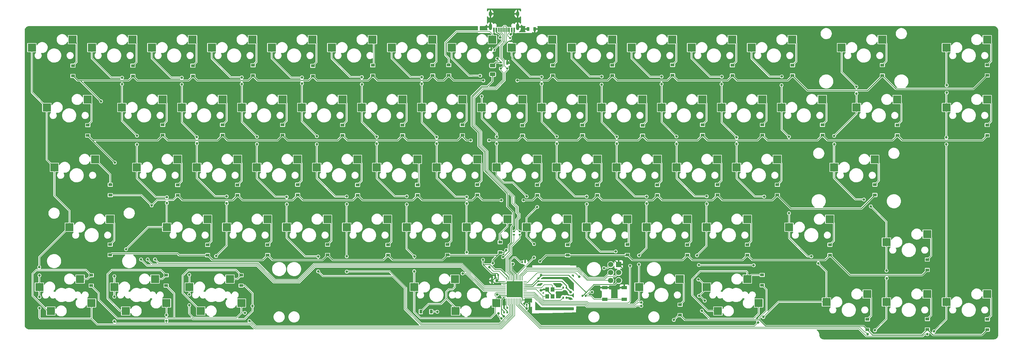
<source format=gbl>
%TF.GenerationSoftware,KiCad,Pcbnew,(6.0.10)*%
%TF.CreationDate,2023-05-22T00:42:52-07:00*%
%TF.ProjectId,LFK2,4c464b32-2e6b-4696-9361-645f70636258,rev?*%
%TF.SameCoordinates,Original*%
%TF.FileFunction,Copper,L2,Bot*%
%TF.FilePolarity,Positive*%
%FSLAX46Y46*%
G04 Gerber Fmt 4.6, Leading zero omitted, Abs format (unit mm)*
G04 Created by KiCad (PCBNEW (6.0.10)) date 2023-05-22 00:42:52*
%MOMM*%
%LPD*%
G01*
G04 APERTURE LIST*
G04 Aperture macros list*
%AMRoundRect*
0 Rectangle with rounded corners*
0 $1 Rounding radius*
0 $2 $3 $4 $5 $6 $7 $8 $9 X,Y pos of 4 corners*
0 Add a 4 corners polygon primitive as box body*
4,1,4,$2,$3,$4,$5,$6,$7,$8,$9,$2,$3,0*
0 Add four circle primitives for the rounded corners*
1,1,$1+$1,$2,$3*
1,1,$1+$1,$4,$5*
1,1,$1+$1,$6,$7*
1,1,$1+$1,$8,$9*
0 Add four rect primitives between the rounded corners*
20,1,$1+$1,$2,$3,$4,$5,0*
20,1,$1+$1,$4,$5,$6,$7,0*
20,1,$1+$1,$6,$7,$8,$9,0*
20,1,$1+$1,$8,$9,$2,$3,0*%
G04 Aperture macros list end*
%TA.AperFunction,SMDPad,CuDef*%
%ADD10R,2.550000X2.500000*%
%TD*%
%TA.AperFunction,SMDPad,CuDef*%
%ADD11R,1.200000X0.900000*%
%TD*%
%TA.AperFunction,SMDPad,CuDef*%
%ADD12RoundRect,0.140000X-0.140000X-0.170000X0.140000X-0.170000X0.140000X0.170000X-0.140000X0.170000X0*%
%TD*%
%TA.AperFunction,SMDPad,CuDef*%
%ADD13RoundRect,0.140000X0.140000X0.170000X-0.140000X0.170000X-0.140000X-0.170000X0.140000X-0.170000X0*%
%TD*%
%TA.AperFunction,ComponentPad*%
%ADD14C,1.700000*%
%TD*%
%TA.AperFunction,ComponentPad*%
%ADD15R,1.700000X1.700000*%
%TD*%
%TA.AperFunction,SMDPad,CuDef*%
%ADD16R,0.700000X1.000000*%
%TD*%
%TA.AperFunction,SMDPad,CuDef*%
%ADD17R,0.700000X0.600000*%
%TD*%
%TA.AperFunction,SMDPad,CuDef*%
%ADD18RoundRect,0.135000X-0.185000X0.135000X-0.185000X-0.135000X0.185000X-0.135000X0.185000X0.135000X0*%
%TD*%
%TA.AperFunction,SMDPad,CuDef*%
%ADD19RoundRect,0.225000X0.225000X0.250000X-0.225000X0.250000X-0.225000X-0.250000X0.225000X-0.250000X0*%
%TD*%
%TA.AperFunction,SMDPad,CuDef*%
%ADD20RoundRect,0.135000X0.135000X0.185000X-0.135000X0.185000X-0.135000X-0.185000X0.135000X-0.185000X0*%
%TD*%
%TA.AperFunction,SMDPad,CuDef*%
%ADD21RoundRect,0.218750X0.218750X0.381250X-0.218750X0.381250X-0.218750X-0.381250X0.218750X-0.381250X0*%
%TD*%
%TA.AperFunction,SMDPad,CuDef*%
%ADD22R,1.800000X1.100000*%
%TD*%
%TA.AperFunction,SMDPad,CuDef*%
%ADD23RoundRect,0.250000X-0.625000X0.375000X-0.625000X-0.375000X0.625000X-0.375000X0.625000X0.375000X0*%
%TD*%
%TA.AperFunction,SMDPad,CuDef*%
%ADD24RoundRect,0.140000X-0.170000X0.140000X-0.170000X-0.140000X0.170000X-0.140000X0.170000X0.140000X0*%
%TD*%
%TA.AperFunction,SMDPad,CuDef*%
%ADD25R,1.200000X1.400000*%
%TD*%
%TA.AperFunction,SMDPad,CuDef*%
%ADD26RoundRect,0.135000X-0.135000X-0.185000X0.135000X-0.185000X0.135000X0.185000X-0.135000X0.185000X0*%
%TD*%
%TA.AperFunction,SMDPad,CuDef*%
%ADD27R,0.600000X1.450000*%
%TD*%
%TA.AperFunction,SMDPad,CuDef*%
%ADD28R,0.300000X1.450000*%
%TD*%
%TA.AperFunction,ComponentPad*%
%ADD29O,1.000000X1.600000*%
%TD*%
%TA.AperFunction,ComponentPad*%
%ADD30O,1.000000X2.100000*%
%TD*%
%TA.AperFunction,SMDPad,CuDef*%
%ADD31RoundRect,0.062500X-0.062500X0.475000X-0.062500X-0.475000X0.062500X-0.475000X0.062500X0.475000X0*%
%TD*%
%TA.AperFunction,SMDPad,CuDef*%
%ADD32RoundRect,0.062500X-0.475000X0.062500X-0.475000X-0.062500X0.475000X-0.062500X0.475000X0.062500X0*%
%TD*%
%TA.AperFunction,SMDPad,CuDef*%
%ADD33R,5.200000X5.200000*%
%TD*%
%TA.AperFunction,SMDPad,CuDef*%
%ADD34R,0.900000X1.200000*%
%TD*%
%TA.AperFunction,ViaPad*%
%ADD35C,0.800000*%
%TD*%
%TA.AperFunction,Conductor*%
%ADD36C,0.200000*%
%TD*%
%TA.AperFunction,Conductor*%
%ADD37C,0.250000*%
%TD*%
G04 APERTURE END LIST*
D10*
X100747500Y-135890000D03*
X87820500Y-138430000D03*
X248502500Y-54610000D03*
X261429500Y-52070000D03*
X219927500Y-73660000D03*
X232854500Y-71120000D03*
X65146250Y-92710000D03*
X78073250Y-90170000D03*
X250883750Y-130810000D03*
X263810750Y-128270000D03*
X296127500Y-73660000D03*
X309054500Y-71120000D03*
X108008750Y-130810000D03*
X120935750Y-128270000D03*
X243740000Y-92710000D03*
X256667000Y-90170000D03*
X158015000Y-111760000D03*
X170942000Y-109220000D03*
X138965000Y-111760000D03*
X151892000Y-109220000D03*
X205640000Y-92710000D03*
X218567000Y-90170000D03*
X84196250Y-130810000D03*
X97123250Y-128270000D03*
X272315000Y-111760000D03*
X285242000Y-109220000D03*
X310415000Y-135572500D03*
X323342000Y-133032500D03*
X105627500Y-73660000D03*
X118554500Y-71120000D03*
X110390000Y-92710000D03*
X123317000Y-90170000D03*
X60383750Y-130810000D03*
X73310750Y-128270000D03*
X224690000Y-92710000D03*
X237617000Y-90170000D03*
X62765000Y-73660000D03*
X75692000Y-71120000D03*
X191352500Y-54610000D03*
X204279500Y-52070000D03*
X267552500Y-54610000D03*
X280479500Y-52070000D03*
X162777500Y-73660000D03*
X175704500Y-71120000D03*
X124677500Y-73660000D03*
X137604500Y-71120000D03*
X215165000Y-111760000D03*
X228092000Y-109220000D03*
X96102500Y-54610000D03*
X109029500Y-52070000D03*
X167540000Y-92710000D03*
X180467000Y-90170000D03*
X329465000Y-135572500D03*
X342392000Y-133032500D03*
X342392000Y-113973915D03*
X329465000Y-116513915D03*
X124560000Y-135890000D03*
X111633000Y-138430000D03*
X348515000Y-54610000D03*
X361442000Y-52070000D03*
X319940000Y-73660000D03*
X332867000Y-71120000D03*
X348515000Y-135572500D03*
X361442000Y-133032500D03*
X262790000Y-92710000D03*
X275717000Y-90170000D03*
X76935000Y-135890000D03*
X64008000Y-138430000D03*
X277077500Y-73660000D03*
X290004500Y-71120000D03*
X238977500Y-73660000D03*
X251904500Y-71120000D03*
X315177500Y-54610000D03*
X328104500Y-52070000D03*
X172302500Y-54610000D03*
X185229500Y-52070000D03*
X91340000Y-92710000D03*
X104267000Y-90170000D03*
X134202500Y-54610000D03*
X147129500Y-52070000D03*
X100865000Y-111760000D03*
X113792000Y-109220000D03*
X58002500Y-54610000D03*
X70929500Y-52070000D03*
X143727500Y-73660000D03*
X156654500Y-71120000D03*
X210402500Y-54610000D03*
X223329500Y-52070000D03*
X177065000Y-111760000D03*
X189992000Y-109220000D03*
X298508750Y-111760000D03*
X311435750Y-109220000D03*
X275921497Y-138430000D03*
X288848497Y-135890000D03*
X179446250Y-130810000D03*
X192373250Y-128270000D03*
X229452500Y-54610000D03*
X242379500Y-52070000D03*
X200877500Y-73660000D03*
X213804500Y-71120000D03*
X86577500Y-73660000D03*
X99504500Y-71120000D03*
X253265000Y-111760000D03*
X266192000Y-109220000D03*
X205522500Y-135890000D03*
X192595500Y-138430000D03*
X286602500Y-54610000D03*
X299529500Y-52070000D03*
X119915000Y-111760000D03*
X132842000Y-109220000D03*
X148490000Y-92710000D03*
X161417000Y-90170000D03*
X196115000Y-111760000D03*
X209042000Y-109220000D03*
X186590000Y-92710000D03*
X199517000Y-90170000D03*
X312796250Y-92710000D03*
X325723250Y-90170000D03*
X129440000Y-92710000D03*
X142367000Y-90170000D03*
X281840000Y-92710000D03*
X294767000Y-90170000D03*
X272315000Y-130810000D03*
X285242000Y-128270000D03*
X258027500Y-73660000D03*
X270954500Y-71120000D03*
X181827500Y-73660000D03*
X194754500Y-71120000D03*
X115152500Y-54610000D03*
X128079500Y-52070000D03*
X153252500Y-54610000D03*
X166179500Y-52070000D03*
X77052500Y-54610000D03*
X89979500Y-52070000D03*
X348515000Y-73660000D03*
X361442000Y-71120000D03*
X234215000Y-111760000D03*
X247142000Y-109220000D03*
X69908750Y-111760000D03*
X82835750Y-109220000D03*
D11*
X263896220Y-139739590D03*
X263896220Y-136439590D03*
D12*
X213735535Y-122915772D03*
X214695535Y-122915772D03*
D11*
X124475000Y-130350000D03*
X124475000Y-127050000D03*
X137635040Y-82519921D03*
X137635040Y-79219921D03*
X99565183Y-82518709D03*
X99565183Y-79218709D03*
X275762226Y-101565732D03*
X275762226Y-98265732D03*
D13*
X206154733Y-127060984D03*
X205194733Y-127060984D03*
D11*
X261496938Y-63425118D03*
X261496938Y-60125118D03*
X309119393Y-82485757D03*
X309119393Y-79185757D03*
X342435512Y-125384952D03*
X342435512Y-122084952D03*
X190042796Y-120610931D03*
X190042796Y-117310931D03*
X206768750Y-119839433D03*
X206768750Y-116539433D03*
X213829592Y-82625706D03*
X213829592Y-79325706D03*
X294803937Y-101578797D03*
X294803937Y-98278797D03*
X361475912Y-82549546D03*
X361475912Y-79249546D03*
X266240103Y-120648038D03*
X266240103Y-117348038D03*
D14*
X241874731Y-128746250D03*
X244414731Y-128746250D03*
X241874731Y-126206250D03*
X244414731Y-126206250D03*
X241874731Y-123666250D03*
D15*
X244414731Y-123666250D03*
D11*
X90093750Y-63662500D03*
X90093750Y-60362500D03*
X185322604Y-63502895D03*
X185322604Y-60202895D03*
D12*
X226806865Y-131016825D03*
X227766865Y-131016825D03*
D16*
X208962500Y-59575000D03*
D17*
X208962500Y-61275000D03*
X206962500Y-61275000D03*
X206962500Y-59375000D03*
D11*
X237655378Y-101601434D03*
X237655378Y-98301434D03*
X82867591Y-120622553D03*
X82867591Y-117322553D03*
X251982936Y-82646221D03*
X251982936Y-79346221D03*
X109143750Y-63662500D03*
X109143750Y-60362500D03*
X113830769Y-120680899D03*
X113830769Y-117380899D03*
X118565736Y-82501915D03*
X118565736Y-79201915D03*
X218605573Y-101601043D03*
X218605573Y-98301043D03*
X171133465Y-120688120D03*
X171133465Y-117388120D03*
D18*
X211148479Y-113161698D03*
X211148479Y-114181698D03*
D11*
X311500508Y-120660917D03*
X311500508Y-117360917D03*
X71037500Y-63650000D03*
X71037500Y-60350000D03*
X147243750Y-63712500D03*
X147243750Y-60412500D03*
D19*
X205737191Y-128809371D03*
X204187191Y-128809371D03*
D20*
X204898440Y-55358810D03*
X203878440Y-55358810D03*
D21*
X217732332Y-48716659D03*
X215607332Y-48716659D03*
D11*
X75752308Y-82594908D03*
X75752308Y-79294908D03*
X361480191Y-63464210D03*
X361480191Y-60164210D03*
X161482546Y-101606480D03*
X161482546Y-98306480D03*
D20*
X209001745Y-137427197D03*
X207981745Y-137427197D03*
D22*
X239948410Y-134710074D03*
X246148410Y-134710074D03*
X239948410Y-131010074D03*
X246148410Y-131010074D03*
D23*
X204356967Y-60331928D03*
X204356967Y-63131928D03*
D11*
X151937360Y-120609126D03*
X151937360Y-117309126D03*
D24*
X218877419Y-128008811D03*
X218877419Y-128968811D03*
D25*
X221657984Y-133755317D03*
X221657984Y-131555317D03*
X223357984Y-131555317D03*
X223357984Y-133755317D03*
D11*
X100651926Y-130348928D03*
X100651926Y-127048928D03*
X228197588Y-120709086D03*
X228197588Y-117409086D03*
X199527272Y-101539145D03*
X199527272Y-98239145D03*
D26*
X232893793Y-133646922D03*
X233913793Y-133646922D03*
D11*
X82920289Y-101562833D03*
X82920289Y-98262833D03*
D12*
X215147940Y-136435975D03*
X216107940Y-136435975D03*
D11*
X361489544Y-144374562D03*
X361489544Y-141074562D03*
X342460371Y-144320807D03*
X342460371Y-141020807D03*
X132892080Y-120651238D03*
X132892080Y-117351238D03*
X299621537Y-63515858D03*
X299621537Y-60215858D03*
X285294428Y-120653962D03*
X285294428Y-117353962D03*
X332920697Y-82553627D03*
X332920697Y-79253627D03*
X104326708Y-101653683D03*
X104326708Y-98353683D03*
X180509065Y-101614167D03*
X180509065Y-98314167D03*
D18*
X209935378Y-51583853D03*
X209935378Y-52603853D03*
D11*
X290059887Y-82508139D03*
X290059887Y-79208139D03*
X242393750Y-63548508D03*
X242393750Y-60248508D03*
X289976169Y-130272601D03*
X289976169Y-126972601D03*
X328144363Y-63490206D03*
X328144363Y-60190206D03*
X325762185Y-101540773D03*
X325762185Y-98240773D03*
X323397500Y-144417084D03*
X323397500Y-141117084D03*
D27*
X204737500Y-48970000D03*
X205512500Y-48970000D03*
D28*
X206212500Y-48970000D03*
X206712500Y-48970000D03*
X207212500Y-48970000D03*
X207712500Y-48970000D03*
X208212500Y-48970000D03*
X208712500Y-48970000D03*
X209212500Y-48970000D03*
X209712500Y-48970000D03*
D27*
X210412500Y-48970000D03*
X211187500Y-48970000D03*
D29*
X203642500Y-43875000D03*
D30*
X203642500Y-48055000D03*
X212282500Y-48055000D03*
D29*
X212282500Y-43875000D03*
D31*
X208853361Y-128212242D03*
X209353361Y-128212242D03*
X209853361Y-128212242D03*
X210353361Y-128212242D03*
X210853361Y-128212242D03*
X211353361Y-128212242D03*
X211853361Y-128212242D03*
X212353361Y-128212242D03*
X212853361Y-128212242D03*
X213353361Y-128212242D03*
X213853361Y-128212242D03*
D32*
X214690861Y-129049742D03*
X214690861Y-129549742D03*
X214690861Y-130049742D03*
X214690861Y-130549742D03*
X214690861Y-131049742D03*
X214690861Y-131549742D03*
X214690861Y-132049742D03*
X214690861Y-132549742D03*
X214690861Y-133049742D03*
X214690861Y-133549742D03*
X214690861Y-134049742D03*
D31*
X213853361Y-134887242D03*
X213353361Y-134887242D03*
X212853361Y-134887242D03*
X212353361Y-134887242D03*
X211853361Y-134887242D03*
X211353361Y-134887242D03*
X210853361Y-134887242D03*
X210353361Y-134887242D03*
X209853361Y-134887242D03*
X209353361Y-134887242D03*
X208853361Y-134887242D03*
D32*
X208015861Y-134049742D03*
X208015861Y-133549742D03*
X208015861Y-133049742D03*
X208015861Y-132549742D03*
X208015861Y-132049742D03*
X208015861Y-131549742D03*
X208015861Y-131049742D03*
X208015861Y-130549742D03*
X208015861Y-130049742D03*
X208015861Y-129549742D03*
X208015861Y-129049742D03*
D33*
X211353361Y-131549742D03*
D34*
X184849850Y-138641446D03*
X181549850Y-138641446D03*
D11*
X156689261Y-82543578D03*
X156689261Y-79243578D03*
D12*
X226806865Y-134191825D03*
X227766865Y-134191825D03*
D11*
X190405396Y-63476963D03*
X190405396Y-60176963D03*
X232904074Y-82532383D03*
X232904074Y-79232383D03*
D18*
X212940522Y-113161097D03*
X212940522Y-114181097D03*
D11*
X271035605Y-82475849D03*
X271035605Y-79175849D03*
X142439817Y-101523749D03*
X142439817Y-98223749D03*
X247166863Y-120621909D03*
X247166863Y-117321909D03*
X128237500Y-63562500D03*
X128237500Y-60262500D03*
D12*
X208018595Y-138847966D03*
X208978595Y-138847966D03*
D11*
X76850000Y-130342934D03*
X76850000Y-127042934D03*
X256705378Y-101631290D03*
X256705378Y-98331290D03*
X223437500Y-63562500D03*
X223437500Y-60262500D03*
X175743242Y-82543963D03*
X175743242Y-79243963D03*
X280510254Y-63530872D03*
X280510254Y-60230872D03*
X123353982Y-101594891D03*
X123353982Y-98294891D03*
X194764424Y-82521863D03*
X194764424Y-79221863D03*
X166293750Y-63562500D03*
X166293750Y-60262500D03*
D35*
X361180295Y-127207500D03*
X361180295Y-105207500D03*
X339180295Y-105207500D03*
X339180295Y-61207500D03*
X317180295Y-61207500D03*
X295180295Y-127207500D03*
X295180295Y-105207500D03*
X295180295Y-61207500D03*
X273180295Y-127207500D03*
X273180295Y-61207500D03*
X251180295Y-105207500D03*
X229180295Y-105207500D03*
X229180295Y-61207500D03*
X185180295Y-127207500D03*
X185180295Y-105207500D03*
X163180295Y-105207500D03*
X163180295Y-61207500D03*
X141180295Y-105207500D03*
X141180295Y-61207500D03*
X97180295Y-61207500D03*
X75180295Y-105207500D03*
X75180295Y-61207500D03*
X100751048Y-141561339D03*
X100749286Y-139726817D03*
X198569959Y-84931250D03*
X206646728Y-64116823D03*
X213294570Y-103941196D03*
X205873315Y-65847797D03*
X219697457Y-48916117D03*
X205281362Y-123860418D03*
X216466388Y-119368470D03*
X211387658Y-118086508D03*
X215298823Y-105561276D03*
X205832622Y-56865542D03*
X211746650Y-108383686D03*
X202406250Y-83343750D03*
X219681330Y-131864373D03*
X236680586Y-121442425D03*
X202644619Y-65847797D03*
X213158537Y-105724153D03*
X212626211Y-119957979D03*
X202406250Y-84963957D03*
X212000213Y-102208843D03*
X218703107Y-119984586D03*
X202669172Y-64251864D03*
X208141422Y-103849723D03*
X205996862Y-55128057D03*
X211219170Y-125005636D03*
X208770547Y-65835521D03*
X208165975Y-102253790D03*
X209850688Y-103943447D03*
X204309333Y-54039248D03*
X211139894Y-65823244D03*
X194383620Y-122034918D03*
X211595819Y-122444585D03*
X211164447Y-64227311D03*
X207968023Y-136360384D03*
X208636935Y-57633452D03*
X206527322Y-133908088D03*
X229112967Y-132410672D03*
X211442242Y-50401479D03*
X198428394Y-48610689D03*
X206170719Y-122114440D03*
X209239831Y-106559759D03*
X198569959Y-83343750D03*
X210527817Y-105375503D03*
X211305815Y-119897961D03*
X215831420Y-117298384D03*
X212034790Y-103920396D03*
X214527141Y-106410755D03*
X209762397Y-102273494D03*
X207510990Y-104830919D03*
X214840740Y-118246103D03*
X209329123Y-64001562D03*
X229141651Y-134518928D03*
X213821259Y-109677436D03*
X215370035Y-120538251D03*
X213319123Y-102345263D03*
X213821259Y-107262821D03*
X207959096Y-54687203D03*
X201314191Y-122154374D03*
X207679638Y-121296110D03*
X207862770Y-140116598D03*
X210767998Y-123435822D03*
X219710000Y-127000000D03*
X215148694Y-137702554D03*
X79990330Y-71701082D03*
X92695347Y-122064264D03*
X201416137Y-65087500D03*
X212207101Y-65087500D03*
X197432190Y-84137500D03*
X84384323Y-91235444D03*
X94805605Y-122053706D03*
X203200000Y-84137500D03*
X207130992Y-103187500D03*
X97114074Y-122025267D03*
X214139030Y-103187500D03*
X96037672Y-104867878D03*
X203334206Y-124513912D03*
X204402133Y-123233312D03*
X208663250Y-119062500D03*
X219448368Y-122638257D03*
X205811001Y-133211030D03*
X206229015Y-139234889D03*
X128072463Y-136843069D03*
X261937500Y-141287500D03*
X207130173Y-140855678D03*
X186781071Y-138672941D03*
X210137519Y-50438780D03*
X206679268Y-51451629D03*
X205829860Y-58142243D03*
X239725486Y-124791636D03*
X231886677Y-127560365D03*
X235942956Y-132402434D03*
X60383750Y-127121152D03*
X60381378Y-134006842D03*
X60410261Y-137501702D03*
X60352557Y-124486749D03*
X86623586Y-64178217D03*
X84196250Y-133849683D03*
X86623586Y-66251554D03*
X91366839Y-85432996D03*
X100887573Y-102201698D03*
X84201753Y-127398247D03*
X87900543Y-118778426D03*
X84193758Y-141713993D03*
X100906828Y-104088729D03*
X91371359Y-82671215D03*
X119882922Y-104195859D03*
X127114157Y-141603465D03*
X105624282Y-64202344D03*
X107989220Y-136605222D03*
X108008750Y-126964041D03*
X110409254Y-85132989D03*
X116507605Y-120956098D03*
X119882105Y-101956434D03*
X108008750Y-133174901D03*
X105624282Y-66291878D03*
X110389998Y-83111170D03*
X125659149Y-139040849D03*
X124667895Y-66195280D03*
X148932033Y-125840910D03*
X129491379Y-85328752D03*
X124667895Y-64086811D03*
X129478542Y-82966754D03*
X138932955Y-102119482D03*
X148946304Y-121087918D03*
X138965000Y-104462873D03*
X143804708Y-66062882D03*
X158020199Y-121053703D03*
X143778776Y-64130903D03*
X158034379Y-125905741D03*
X148520488Y-82812899D03*
X157989846Y-101998998D03*
X148508235Y-85398885D03*
X158019021Y-104420456D03*
X177065000Y-104526314D03*
X177086745Y-101927395D03*
X162825465Y-66289787D03*
X162806016Y-63994751D03*
X179446250Y-125806425D03*
X179496546Y-121084096D03*
X167551057Y-82984169D03*
X167551057Y-85227340D03*
X186579939Y-85205900D03*
X196115380Y-119732316D03*
X196116653Y-102125844D03*
X181847239Y-66174607D03*
X194820909Y-126508650D03*
X181847239Y-64022200D03*
X196129619Y-104252318D03*
X186579939Y-83079426D03*
X218514466Y-105353815D03*
X205617031Y-85218176D03*
X217497185Y-121433586D03*
X200885153Y-70124362D03*
X205655930Y-82962038D03*
X217508755Y-117146083D03*
X215186165Y-101983609D03*
X200398916Y-63569894D03*
X248018146Y-124096919D03*
X219937198Y-66147771D03*
X243466973Y-119516572D03*
X219924231Y-63930533D03*
X224723383Y-82934273D03*
X224723383Y-85180685D03*
X234263342Y-104406475D03*
X234234168Y-102014192D03*
X250838720Y-123630941D03*
X243774126Y-85195271D03*
X253265462Y-102019052D03*
X253265462Y-104275190D03*
X238977500Y-66365279D03*
X250877619Y-120732972D03*
X243774126Y-83016931D03*
X238997667Y-63839769D03*
X262756794Y-85248754D03*
X251590701Y-135709987D03*
X272364827Y-104348122D03*
X272364827Y-101916940D03*
X258006272Y-66225569D03*
X269270259Y-120743629D03*
X262737344Y-82934268D03*
X258019238Y-63891634D03*
X287272022Y-123881047D03*
X281849678Y-83151452D03*
X281849678Y-85251994D03*
X290583292Y-102014994D03*
X270837353Y-138398519D03*
X269920671Y-133610638D03*
X269862323Y-123808111D03*
X251575906Y-136829542D03*
X277125087Y-63893253D03*
X277077500Y-66235876D03*
X271760948Y-135168345D03*
X269716452Y-128417633D03*
X296127500Y-66598415D03*
X296205006Y-63815455D03*
X288696679Y-142086363D03*
X298472407Y-107320000D03*
X305575238Y-121050776D03*
X290349883Y-140355361D03*
X307821650Y-123326363D03*
X298476730Y-82994131D03*
X329527246Y-128023407D03*
X324509286Y-105150844D03*
X325790035Y-144586696D03*
X312868788Y-85326984D03*
X323432055Y-145786076D03*
X319933346Y-69261303D03*
X329468898Y-125601950D03*
X322292048Y-102962780D03*
X312839613Y-82701307D03*
X319913896Y-67102413D03*
X344581720Y-144909229D03*
X348582264Y-68977361D03*
X348582264Y-66608944D03*
X348484916Y-83177166D03*
X348484916Y-85372284D03*
X342429313Y-145829837D03*
X213909814Y-48618535D03*
X205486000Y-44704000D03*
X207962500Y-46736000D03*
X201423250Y-48440686D03*
X210312000Y-44704000D03*
D36*
X288848497Y-139359562D02*
X288848497Y-135866931D01*
X287345559Y-140862500D02*
X288848497Y-139359562D01*
X273301334Y-140862500D02*
X287345559Y-140862500D01*
X270837353Y-138398519D02*
X273301334Y-140862500D01*
X99430854Y-128270000D02*
X100651926Y-127048928D01*
X97123250Y-128270000D02*
X99430854Y-128270000D01*
X109198919Y-141037855D02*
X125517812Y-141037855D01*
X128072463Y-138483204D02*
X128072463Y-136843069D01*
X103189914Y-140755102D02*
X108916166Y-140755102D01*
X108916166Y-140755102D02*
X109198919Y-141037855D01*
X125517812Y-141037855D02*
X128072463Y-138483204D01*
X124561787Y-139040849D02*
X124560000Y-139039062D01*
X125659149Y-139040849D02*
X124561787Y-139040849D01*
X84193758Y-141713993D02*
X84840742Y-142360977D01*
X84840742Y-142360977D02*
X100750173Y-142360977D01*
X103187500Y-140752688D02*
X103189914Y-140755102D01*
X103187500Y-132884502D02*
X103187500Y-140752688D01*
X85121450Y-140755102D02*
X103189914Y-140755102D01*
X100751048Y-141561339D02*
X100751048Y-142360102D01*
X100750173Y-142360977D02*
X127677967Y-142360977D01*
X100751048Y-142360102D02*
X100750173Y-142360977D01*
X100747500Y-139725031D02*
X100749286Y-139726817D01*
X100747500Y-135890000D02*
X100747500Y-139725031D01*
X79256508Y-134890160D02*
X85121450Y-140755102D01*
X79256508Y-132749442D02*
X79256508Y-134890160D01*
X76850000Y-130342934D02*
X79256508Y-132749442D01*
X125587500Y-130350000D02*
X124475000Y-130350000D01*
X128075141Y-132837641D02*
X125587500Y-130350000D01*
X128075141Y-136840391D02*
X128075141Y-132837641D01*
X128072463Y-136843069D02*
X128075141Y-136840391D01*
X100651926Y-130348928D02*
X103187500Y-132884502D01*
X210853361Y-136156062D02*
X210853361Y-134887242D01*
X210899021Y-136201723D02*
X210853361Y-136156062D01*
X210899021Y-139779690D02*
X210899021Y-136201723D01*
X129010990Y-143694000D02*
X206984709Y-143694000D01*
X127677967Y-142360977D02*
X129010990Y-143694000D01*
X206984709Y-143694000D02*
X210899021Y-139779690D01*
X86094435Y-138430000D02*
X87820500Y-138430000D01*
X82060125Y-134395690D02*
X86094435Y-138430000D01*
X83343750Y-125412500D02*
X82060125Y-126696125D01*
X82060125Y-126696125D02*
X82060125Y-134395690D01*
X99015498Y-125412500D02*
X83343750Y-125412500D01*
X100651926Y-127048928D02*
X99015498Y-125412500D01*
X124475000Y-127050000D02*
X122837500Y-125412500D01*
X122837500Y-125412500D02*
X107624765Y-125412500D01*
X107624765Y-125412500D02*
X105950643Y-127086622D01*
X105950643Y-127086622D02*
X105950643Y-132743798D01*
X105950643Y-132743798D02*
X111633000Y-138426155D01*
X111633000Y-138426155D02*
X111633000Y-138430000D01*
X58284515Y-133671851D02*
X63042664Y-138430000D01*
X59398554Y-125412500D02*
X58284515Y-126526539D01*
X75219566Y-125412500D02*
X59398554Y-125412500D01*
X58284515Y-126526539D02*
X58284515Y-133671851D01*
X76850000Y-127042934D02*
X75219566Y-125412500D01*
X63042664Y-138430000D02*
X64008000Y-138430000D01*
X84196250Y-133849683D02*
X84196250Y-130810000D01*
X84196250Y-127403750D02*
X84196250Y-130810000D01*
X84201753Y-127398247D02*
X84196250Y-127403750D01*
X289064253Y-140651041D02*
X289064253Y-141287500D01*
X291306250Y-138409044D02*
X289064253Y-140651041D01*
X291306250Y-131602682D02*
X291306250Y-138409044D01*
X289976169Y-130272601D02*
X291306250Y-131602682D01*
X265112500Y-135223310D02*
X263896220Y-136439590D01*
X265112500Y-129571750D02*
X265112500Y-135223310D01*
X263810750Y-128270000D02*
X265112500Y-129571750D01*
X201719804Y-130549742D02*
X208015861Y-130549742D01*
X194650295Y-123480233D02*
X201719804Y-130549742D01*
X135268872Y-128581250D02*
X142543628Y-128581250D01*
X147644645Y-123480233D02*
X194650295Y-123480233D01*
X129862977Y-123175355D02*
X135268872Y-128581250D01*
X142543628Y-128581250D02*
X147644645Y-123480233D01*
X97114074Y-122025267D02*
X98264162Y-123175355D01*
X98264162Y-123175355D02*
X129862977Y-123175355D01*
X201654118Y-131049742D02*
X208015861Y-131049742D01*
X142709315Y-128981250D02*
X147777085Y-123913480D01*
X194517856Y-123913480D02*
X201654118Y-131049742D01*
X135103186Y-128981250D02*
X142709315Y-128981250D01*
X96327254Y-123575355D02*
X129697291Y-123575355D01*
X129697291Y-123575355D02*
X135103186Y-128981250D01*
X147777085Y-123913480D02*
X194517856Y-123913480D01*
X94805605Y-122053706D02*
X96327254Y-123575355D01*
X194352170Y-124313480D02*
X201588432Y-131549742D01*
X147942770Y-124313480D02*
X194352170Y-124313480D01*
X142875000Y-129381250D02*
X147942770Y-124313480D01*
X134937500Y-129381250D02*
X142875000Y-129381250D01*
X129531605Y-123975355D02*
X134937500Y-129381250D01*
X201588432Y-131549742D02*
X208015861Y-131549742D01*
X94606438Y-123975355D02*
X129531605Y-123975355D01*
X92695347Y-122064264D02*
X94606438Y-123975355D01*
X241562472Y-126206250D02*
X241874731Y-126206250D01*
X239822472Y-127946250D02*
X241562472Y-126206250D01*
X231598972Y-124855000D02*
X234690222Y-127946250D01*
X215200934Y-124855000D02*
X231598972Y-124855000D01*
X212853361Y-127202573D02*
X215200934Y-124855000D01*
X234690222Y-127946250D02*
X239822472Y-127946250D01*
X212853361Y-128212242D02*
X212853361Y-127202573D01*
X243186152Y-127434829D02*
X244414731Y-126206250D01*
X239988158Y-128346250D02*
X240899579Y-127434829D01*
X234524536Y-128346250D02*
X239988158Y-128346250D01*
X231458286Y-125280000D02*
X234524536Y-128346250D01*
X240899579Y-127434829D02*
X243186152Y-127434829D01*
X215341620Y-125280000D02*
X231458286Y-125280000D01*
X213353361Y-127268259D02*
X215341620Y-125280000D01*
X213353361Y-128212242D02*
X213353361Y-127268259D01*
X215457306Y-125730000D02*
X213853361Y-127333945D01*
X231342600Y-125730000D02*
X215457306Y-125730000D01*
X213853361Y-127333945D02*
X213853361Y-128212242D01*
X241874731Y-128746250D02*
X234358850Y-128746250D01*
X234358850Y-128746250D02*
X231342600Y-125730000D01*
X192595500Y-137412285D02*
X189664317Y-134481102D01*
X192595500Y-138430000D02*
X192595500Y-137412285D01*
X183955421Y-136235875D02*
X181549850Y-138641446D01*
X189664317Y-132330135D02*
X189664317Y-134481102D01*
X191661128Y-131526225D02*
X190468227Y-131526225D01*
X189664317Y-134481102D02*
X187909544Y-136235875D01*
X192374275Y-128271025D02*
X192374275Y-130813078D01*
X187909544Y-136235875D02*
X183955421Y-136235875D01*
X192373250Y-128270000D02*
X192374275Y-128271025D01*
X192374275Y-130813078D02*
X191661128Y-131526225D01*
X190468227Y-131526225D02*
X189664317Y-132330135D01*
X324643750Y-139870834D02*
X323397500Y-141117084D01*
X324643750Y-134283232D02*
X324643750Y-139870834D01*
X323342000Y-132981482D02*
X324643750Y-134283232D01*
X343693750Y-139787428D02*
X342460371Y-141020807D01*
X343693750Y-134334250D02*
X343693750Y-139787428D01*
X342392000Y-133032500D02*
X343693750Y-134334250D01*
X362743750Y-139820356D02*
X361489544Y-141074562D01*
X362743750Y-134262415D02*
X362743750Y-139820356D01*
X361442000Y-132960665D02*
X362743750Y-134262415D01*
X343693750Y-115275665D02*
X343693750Y-120826714D01*
X343693750Y-120826714D02*
X342435512Y-122084952D01*
X342392000Y-113973915D02*
X343693750Y-115275665D01*
X312737500Y-116123925D02*
X311500508Y-117360917D01*
X311435750Y-109220000D02*
X312737500Y-110521750D01*
X312737500Y-110521750D02*
X312737500Y-116123925D01*
X298508750Y-115152500D02*
X304407026Y-121050776D01*
X298508750Y-111760000D02*
X298508750Y-115152500D01*
X304407026Y-121050776D02*
X305575238Y-121050776D01*
X286543750Y-116104640D02*
X285294428Y-117353962D01*
X286543750Y-110521750D02*
X286543750Y-116104640D01*
X285242000Y-109220000D02*
X286543750Y-110521750D01*
X267493750Y-116094391D02*
X266240103Y-117348038D01*
X267493750Y-110521750D02*
X267493750Y-116094391D01*
X266192000Y-109220000D02*
X267493750Y-110521750D01*
X238579072Y-119516572D02*
X243466973Y-119516572D01*
X234215000Y-115152500D02*
X238579072Y-119516572D01*
X234215000Y-111760000D02*
X234215000Y-115152500D01*
X229393750Y-116212924D02*
X228197588Y-117409086D01*
X229393750Y-110521750D02*
X229393750Y-116212924D01*
X228092000Y-109220000D02*
X229393750Y-110521750D01*
D37*
X209518750Y-117429817D02*
X209518750Y-119456998D01*
X210357588Y-116590979D02*
X209518750Y-117429817D01*
X210357588Y-111723818D02*
X210357588Y-116590979D01*
X210875026Y-111206380D02*
X210357588Y-111723818D01*
X210875026Y-106993410D02*
X210875026Y-111206380D01*
X209012844Y-105131228D02*
X210875026Y-106993410D01*
X209518750Y-119456998D02*
X207679638Y-121296110D01*
X209012844Y-101025610D02*
X209012844Y-105131228D01*
X201765633Y-93778399D02*
X209012844Y-101025610D01*
X201765633Y-87839502D02*
X201765633Y-93778399D01*
X199879035Y-81674024D02*
X199879035Y-85952904D01*
X199879035Y-85952904D02*
X201765633Y-87839502D01*
X197752208Y-79547197D02*
X199879035Y-81674024D01*
X197752208Y-70090849D02*
X197752208Y-79547197D01*
X200853754Y-66989302D02*
X197752208Y-70090849D01*
X204356967Y-65241132D02*
X202608797Y-66989302D01*
X202608797Y-66989302D02*
X200853754Y-66989302D01*
X204356967Y-63131928D02*
X204356967Y-65241132D01*
D36*
X206577910Y-113960070D02*
X206577910Y-116348593D01*
X209042000Y-111495980D02*
X206577910Y-113960070D01*
X209042000Y-109220000D02*
X209042000Y-111495980D01*
X206577910Y-116348593D02*
X206768750Y-116539433D01*
X191293750Y-116059977D02*
X190042796Y-117310931D01*
X191293750Y-110521750D02*
X191293750Y-116059977D01*
X189992000Y-109220000D02*
X191293750Y-110521750D01*
X172243750Y-110521750D02*
X172243750Y-116277835D01*
X172243750Y-116277835D02*
X171133465Y-117388120D01*
X170942000Y-109220000D02*
X172243750Y-110521750D01*
X151892000Y-109220000D02*
X153193750Y-110521750D01*
X153193750Y-110521750D02*
X153193750Y-116052736D01*
X153193750Y-116052736D02*
X151937360Y-117309126D01*
X138965000Y-115152500D02*
X144900418Y-121087918D01*
X144900418Y-121087918D02*
X148946304Y-121087918D01*
X138965000Y-111760000D02*
X138965000Y-115152500D01*
X134143750Y-116099568D02*
X132892080Y-117351238D01*
X134143750Y-110521750D02*
X134143750Y-116099568D01*
X132842000Y-109220000D02*
X134143750Y-110521750D01*
X115093750Y-110521750D02*
X115093750Y-116117918D01*
X115093750Y-116117918D02*
X113830769Y-117380899D01*
X113792000Y-109220000D02*
X115093750Y-110521750D01*
X84137500Y-110521750D02*
X84137500Y-116052644D01*
X84137500Y-116052644D02*
X82867591Y-117322553D01*
X82835750Y-109220000D02*
X84137500Y-110521750D01*
X327025000Y-91471750D02*
X327025000Y-96977958D01*
X327025000Y-96977958D02*
X325762185Y-98240773D01*
X325723250Y-90170000D02*
X327025000Y-91471750D01*
X312796250Y-96102500D02*
X319656530Y-102962780D01*
X319656530Y-102962780D02*
X322292048Y-102962780D01*
X312796250Y-92710000D02*
X312796250Y-96102500D01*
X287752494Y-102014994D02*
X290583292Y-102014994D01*
X281840000Y-96102500D02*
X287752494Y-102014994D01*
X281840000Y-92710000D02*
X281840000Y-96102500D01*
X296068750Y-97013984D02*
X294803937Y-98278797D01*
X296068750Y-91471750D02*
X296068750Y-97013984D01*
X294767000Y-90170000D02*
X296068750Y-91471750D01*
X277018750Y-97009208D02*
X275762226Y-98265732D01*
X277018750Y-91471750D02*
X277018750Y-97009208D01*
X275717000Y-90170000D02*
X277018750Y-91471750D01*
X268604440Y-101916940D02*
X272364827Y-101916940D01*
X262790000Y-96102500D02*
X268604440Y-101916940D01*
X262790000Y-92710000D02*
X262790000Y-96102500D01*
X257968750Y-91471750D02*
X257968750Y-97067918D01*
X256667000Y-90170000D02*
X257968750Y-91471750D01*
X257968750Y-97067918D02*
X256705378Y-98331290D01*
X249656552Y-102019052D02*
X253265462Y-102019052D01*
X243740000Y-96102500D02*
X249656552Y-102019052D01*
X243740000Y-92710000D02*
X243740000Y-96102500D01*
X238918750Y-97038062D02*
X237655378Y-98301434D01*
X238918750Y-91471750D02*
X238918750Y-97038062D01*
X237617000Y-90170000D02*
X238918750Y-91471750D01*
X230601692Y-102014192D02*
X234234168Y-102014192D01*
X224690000Y-96102500D02*
X230601692Y-102014192D01*
X224690000Y-92710000D02*
X224690000Y-96102500D01*
X219868750Y-91471750D02*
X219868750Y-97037866D01*
X219868750Y-97037866D02*
X218605573Y-98301043D01*
X218567000Y-90170000D02*
X219868750Y-91471750D01*
X210833806Y-97631250D02*
X215186165Y-101983609D01*
X207987290Y-97631250D02*
X210833806Y-97631250D01*
X205640000Y-95283960D02*
X207987290Y-97631250D01*
X205640000Y-92710000D02*
X205640000Y-95283960D01*
X200818750Y-91471750D02*
X199517000Y-90170000D01*
X200818750Y-96947667D02*
X200818750Y-91471750D01*
X199527272Y-98239145D02*
X200818750Y-96947667D01*
X186590000Y-96102500D02*
X192613344Y-102125844D01*
X192613344Y-102125844D02*
X196116653Y-102125844D01*
X186590000Y-92710000D02*
X186590000Y-96102500D01*
X143668750Y-96994816D02*
X142439817Y-98223749D01*
X142367000Y-90170000D02*
X143668750Y-91471750D01*
X143668750Y-91471750D02*
X143668750Y-96994816D01*
X162718750Y-97070276D02*
X161482546Y-98306480D01*
X162718750Y-91471750D02*
X162718750Y-97070276D01*
X161417000Y-90170000D02*
X162718750Y-91471750D01*
X167540000Y-96102500D02*
X167540000Y-92710000D01*
X173364895Y-101927395D02*
X167540000Y-96102500D01*
X177086745Y-101927395D02*
X173364895Y-101927395D01*
X148490000Y-96102500D02*
X154386498Y-101998998D01*
X148490000Y-92710000D02*
X148490000Y-96102500D01*
X154386498Y-101998998D02*
X157989846Y-101998998D01*
X135456982Y-102119482D02*
X138932955Y-102119482D01*
X129440000Y-96102500D02*
X135456982Y-102119482D01*
X129440000Y-92710000D02*
X129440000Y-96102500D01*
X97439198Y-102201698D02*
X100887573Y-102201698D01*
X91340000Y-96102500D02*
X97439198Y-102201698D01*
X91340000Y-92710000D02*
X91340000Y-96102500D01*
X110390000Y-96102500D02*
X110390000Y-92710000D01*
X116243934Y-101956434D02*
X110390000Y-96102500D01*
X119882105Y-101956434D02*
X116243934Y-101956434D01*
X124618750Y-91471750D02*
X124618750Y-97030123D01*
X123317000Y-90170000D02*
X124618750Y-91471750D01*
X124618750Y-97030123D02*
X123353982Y-98294891D01*
X105568750Y-97111641D02*
X104326708Y-98353683D01*
X105568750Y-91471750D02*
X105568750Y-97111641D01*
X104267000Y-90170000D02*
X105568750Y-91471750D01*
X205694829Y-82923139D02*
X205655930Y-82962038D01*
X205694829Y-81876618D02*
X205694829Y-82923139D01*
X200877500Y-77059289D02*
X205694829Y-81876618D01*
X200877500Y-73660000D02*
X200877500Y-77059289D01*
X286602500Y-58002500D02*
X292415455Y-63815455D01*
X286602500Y-54610000D02*
X286602500Y-58002500D01*
X292415455Y-63815455D02*
X296205006Y-63815455D01*
X273443253Y-63893253D02*
X277125087Y-63893253D01*
X267552500Y-58002500D02*
X273443253Y-63893253D01*
X267552500Y-54610000D02*
X267552500Y-58002500D01*
X254391634Y-63891634D02*
X258019238Y-63891634D01*
X248502500Y-58002500D02*
X254391634Y-63891634D01*
X248502500Y-54610000D02*
X248502500Y-58002500D01*
X235289769Y-63839769D02*
X238997667Y-63839769D01*
X229452500Y-58002500D02*
X235289769Y-63839769D01*
X229452500Y-54610000D02*
X229452500Y-58002500D01*
X210402500Y-57243073D02*
X210402500Y-54610000D01*
X210598934Y-57439507D02*
X210402500Y-57243073D01*
X216330533Y-63930533D02*
X219924231Y-63930533D01*
X210598934Y-57439507D02*
X210598934Y-58198934D01*
X210598934Y-58198934D02*
X216330533Y-63930533D01*
X191352500Y-58002500D02*
X191352500Y-54610000D01*
X196886246Y-63536246D02*
X191352500Y-58002500D01*
X197943034Y-63536246D02*
X196886246Y-63536246D01*
X172302500Y-58002500D02*
X178322200Y-64022200D01*
X172302500Y-54610000D02*
X172302500Y-58002500D01*
X178322200Y-64022200D02*
X181847239Y-64022200D01*
X153252500Y-58002500D02*
X153252500Y-54610000D01*
X162806016Y-63994751D02*
X159244751Y-63994751D01*
X159244751Y-63994751D02*
X153252500Y-58002500D01*
X134202500Y-58002500D02*
X140330903Y-64130903D01*
X140330903Y-64130903D02*
X143778776Y-64130903D01*
X134202500Y-54610000D02*
X134202500Y-58002500D01*
X121236811Y-64086811D02*
X124667895Y-64086811D01*
X115152500Y-58002500D02*
X121236811Y-64086811D01*
X115152500Y-54610000D02*
X115152500Y-58002500D01*
X102302344Y-64202344D02*
X105624282Y-64202344D01*
X96102500Y-54610000D02*
X96102500Y-58002500D01*
X96102500Y-58002500D02*
X102302344Y-64202344D01*
X83228217Y-64178217D02*
X86623586Y-64178217D01*
X77052500Y-58002500D02*
X83228217Y-64178217D01*
X77052500Y-54610000D02*
X77052500Y-58002500D01*
X75692000Y-71120000D02*
X76993750Y-72421750D01*
X76993750Y-72421750D02*
X76993750Y-78053466D01*
X76993750Y-78053466D02*
X75752308Y-79294908D01*
X100806250Y-77977642D02*
X99565183Y-79218709D01*
X100806250Y-72421750D02*
X100806250Y-77977642D01*
X99504500Y-71120000D02*
X100806250Y-72421750D01*
X119856250Y-77911401D02*
X118565736Y-79201915D01*
X119856250Y-72421750D02*
X119856250Y-77911401D01*
X118554500Y-71120000D02*
X119856250Y-72421750D01*
X138906250Y-77948711D02*
X137635040Y-79219921D01*
X137604500Y-71120000D02*
X138906250Y-72421750D01*
X138906250Y-72421750D02*
X138906250Y-77948711D01*
X157956250Y-77976589D02*
X156689261Y-79243578D01*
X157956250Y-72421750D02*
X157956250Y-77976589D01*
X156654500Y-71120000D02*
X157956250Y-72421750D01*
X177006250Y-77980955D02*
X175743242Y-79243963D01*
X177006250Y-72421750D02*
X177006250Y-77980955D01*
X175704500Y-71120000D02*
X177006250Y-72421750D01*
X196056250Y-77930037D02*
X194764424Y-79221863D01*
X196056250Y-72421750D02*
X196056250Y-77930037D01*
X194754500Y-71120000D02*
X196056250Y-72421750D01*
X215106250Y-78049048D02*
X213829592Y-79325706D01*
X215106250Y-72421750D02*
X215106250Y-78049048D01*
X213804500Y-71120000D02*
X215106250Y-72421750D01*
X234156250Y-77980207D02*
X232904074Y-79232383D01*
X234156250Y-72421750D02*
X234156250Y-77980207D01*
X232854500Y-71120000D02*
X234156250Y-72421750D01*
X253206250Y-72421750D02*
X253206250Y-78122907D01*
X253206250Y-78122907D02*
X251982936Y-79346221D01*
X251904500Y-71120000D02*
X253206250Y-72421750D01*
X272256250Y-72421750D02*
X272256250Y-77955204D01*
X272256250Y-77955204D02*
X271035605Y-79175849D01*
X270954500Y-71120000D02*
X272256250Y-72421750D01*
X291306250Y-72421750D02*
X291306250Y-77961776D01*
X290004500Y-71120000D02*
X291306250Y-72421750D01*
X291306250Y-77961776D02*
X290059887Y-79208139D01*
X310356250Y-72421750D02*
X310356250Y-77948900D01*
X310356250Y-77948900D02*
X309119393Y-79185757D01*
X309054500Y-71120000D02*
X310356250Y-72421750D01*
X334168750Y-78005574D02*
X332920697Y-79253627D01*
X334168750Y-72421750D02*
X334168750Y-78005574D01*
X332867000Y-71120000D02*
X334168750Y-72421750D01*
X362743750Y-77981708D02*
X361475912Y-79249546D01*
X362743750Y-72421750D02*
X362743750Y-77981708D01*
X361442000Y-71120000D02*
X362743750Y-72421750D01*
X362743750Y-58900651D02*
X361480191Y-60164210D01*
X362743750Y-53371750D02*
X362743750Y-58900651D01*
X361442000Y-52070000D02*
X362743750Y-53371750D01*
X329406250Y-58928319D02*
X328144363Y-60190206D01*
X329406250Y-53371750D02*
X329406250Y-58928319D01*
X328104500Y-52070000D02*
X329406250Y-53371750D01*
X300831250Y-53371750D02*
X300831250Y-59006145D01*
X300831250Y-59006145D02*
X299621537Y-60215858D01*
X299529500Y-52070000D02*
X300831250Y-53371750D01*
X281781250Y-58959876D02*
X280510254Y-60230872D01*
X281781250Y-53371750D02*
X281781250Y-58959876D01*
X280479500Y-52070000D02*
X281781250Y-53371750D01*
X262731250Y-58890806D02*
X261496938Y-60125118D01*
X262731250Y-53371750D02*
X262731250Y-58890806D01*
X261429500Y-52070000D02*
X262731250Y-53371750D01*
X243681250Y-53371750D02*
X243681250Y-58961008D01*
X243681250Y-58961008D02*
X242393750Y-60248508D01*
X242379500Y-52070000D02*
X243681250Y-53371750D01*
X224631250Y-59068750D02*
X223437500Y-60262500D01*
X224631250Y-53371750D02*
X224631250Y-59068750D01*
X223329500Y-52070000D02*
X224631250Y-53371750D01*
X186531250Y-58994249D02*
X185322604Y-60202895D01*
X186531250Y-53371750D02*
X186531250Y-58994249D01*
X185229500Y-52070000D02*
X186531250Y-53371750D01*
X148431250Y-59225000D02*
X147243750Y-60412500D01*
X148431250Y-53371750D02*
X148431250Y-59225000D01*
X147129500Y-52070000D02*
X148431250Y-53371750D01*
X129381250Y-59118750D02*
X128237500Y-60262500D01*
X129381250Y-53371750D02*
X129381250Y-59118750D01*
X128079500Y-52070000D02*
X129381250Y-53371750D01*
X110331250Y-59175000D02*
X109143750Y-60362500D01*
X110331250Y-53371750D02*
X110331250Y-59175000D01*
X109029500Y-52070000D02*
X110331250Y-53371750D01*
X91281250Y-53371750D02*
X91281250Y-59175000D01*
X91281250Y-59175000D02*
X90093750Y-60362500D01*
X89979500Y-52070000D02*
X91281250Y-53371750D01*
X72231250Y-59156250D02*
X71037500Y-60350000D01*
X72231250Y-53181250D02*
X72231250Y-59156250D01*
X71583001Y-52533001D02*
X72231250Y-53181250D01*
X71392501Y-52533001D02*
X71583001Y-52533001D01*
X70929500Y-52070000D02*
X71392501Y-52533001D01*
X220310031Y-133755317D02*
X221657984Y-133755317D01*
X214690861Y-131549742D02*
X218104456Y-131549742D01*
X220310031Y-133755317D02*
X220310031Y-134619548D01*
X225970539Y-135028151D02*
X226806865Y-134191825D01*
X220310031Y-134619548D02*
X220718634Y-135028151D01*
X218104456Y-131549742D02*
X220310031Y-133755317D01*
X220718634Y-135028151D02*
X225970539Y-135028151D01*
D37*
X210853361Y-131049742D02*
X211353361Y-131549742D01*
X214752312Y-122858995D02*
X214695535Y-122915772D01*
X207968023Y-136360384D02*
X207968023Y-137413475D01*
X206999491Y-129549742D02*
X206616115Y-129933118D01*
X207968023Y-137413475D02*
X207981745Y-137427197D01*
X208141422Y-103849723D02*
X208141422Y-102421714D01*
X204699794Y-54713810D02*
X204523440Y-54713810D01*
X204737500Y-49821167D02*
X205361333Y-50445000D01*
X209307873Y-52603853D02*
X208574756Y-53336970D01*
X212000213Y-103885819D02*
X212034790Y-103920396D01*
X213853361Y-134269786D02*
X211353361Y-131769786D01*
X212141528Y-101175423D02*
X212629331Y-101663226D01*
X210173934Y-57615548D02*
X210173934Y-58363566D01*
X204737500Y-48970000D02*
X204737500Y-49821167D01*
X218877419Y-128968811D02*
X218687193Y-128968811D01*
X210853361Y-126866505D02*
X210853361Y-128212242D01*
X206527322Y-133908088D02*
X206885668Y-133549742D01*
X204523440Y-54713810D02*
X203878440Y-55358810D01*
X211419611Y-106116744D02*
X210678370Y-105375503D01*
X208770547Y-64560138D02*
X209329123Y-64001562D01*
X205361333Y-50445000D02*
X205874222Y-50445000D01*
X216107940Y-136435975D02*
X216107940Y-136428366D01*
X218520340Y-119984586D02*
X218703107Y-119984586D01*
X206885668Y-133549742D02*
X208015861Y-133549742D01*
X207981745Y-137427197D02*
X207981745Y-137535850D01*
X202406250Y-84963957D02*
X202406250Y-83343750D01*
X217106262Y-130549742D02*
X214690861Y-130549742D01*
X214566816Y-134887242D02*
X213853361Y-134887242D01*
X216575400Y-118042364D02*
X216578118Y-118042364D01*
X210678370Y-105375503D02*
X210527817Y-105375503D01*
X205874222Y-50445000D02*
X205954768Y-50525546D01*
X213821259Y-109445982D02*
X215298823Y-107968418D01*
X210862500Y-49984256D02*
X210862500Y-50739104D01*
X206170719Y-122114440D02*
X206170719Y-122971061D01*
X210866429Y-120720942D02*
X209643346Y-121944025D01*
X208574756Y-53336970D02*
X208574756Y-56016370D01*
X202644619Y-65847797D02*
X202644619Y-64419788D01*
X210930423Y-101175423D02*
X212141528Y-101175423D01*
X205194733Y-127060984D02*
X205194733Y-127801829D01*
X216578118Y-118042364D02*
X218520340Y-119984586D01*
X211419611Y-108056647D02*
X211419611Y-106116744D01*
X211139894Y-65823244D02*
X211139894Y-64395235D01*
X207959096Y-56955613D02*
X208636935Y-57633452D01*
X215370035Y-120464823D02*
X216466388Y-119368470D01*
X242190906Y-121442425D02*
X244414731Y-123666250D01*
X209353361Y-129549742D02*
X211353361Y-131549742D01*
X209643346Y-125656491D02*
X210853361Y-126866505D01*
X212000213Y-102208843D02*
X212000213Y-103885819D01*
X211595819Y-124628987D02*
X211219170Y-125005636D01*
X246148410Y-131010074D02*
X239948410Y-131010074D01*
X208015861Y-133549742D02*
X209353361Y-133549742D01*
X205996862Y-55128057D02*
X205996862Y-56701302D01*
X205310938Y-129933118D02*
X204187191Y-128809371D01*
X201480084Y-68239302D02*
X199002208Y-70717178D01*
X209239831Y-106559759D02*
X207510990Y-104830919D01*
X205873315Y-64890236D02*
X206646728Y-64116823D01*
X226316003Y-128968811D02*
X218877419Y-128968811D01*
X213930706Y-120720942D02*
X213930706Y-120729724D01*
X218483738Y-119984586D02*
X218703107Y-119984586D01*
X213360943Y-120720942D02*
X210866429Y-120720942D01*
X205194733Y-127060984D02*
X199409686Y-127060984D01*
X213294570Y-103941196D02*
X213294570Y-102513187D01*
X211595819Y-122444585D02*
X211595819Y-124628987D01*
X208978595Y-138532700D02*
X208978595Y-138847966D01*
X213158537Y-106600099D02*
X213158537Y-105724153D01*
X210862500Y-50739104D02*
X210623924Y-50977680D01*
X216575400Y-118042364D02*
X215831420Y-117298384D01*
X209353361Y-133549742D02*
X211353361Y-131549742D01*
X198569959Y-84931250D02*
X198569959Y-83343750D01*
X208015861Y-129549742D02*
X206999491Y-129549742D01*
X227766865Y-130419673D02*
X226316003Y-128968811D01*
X210173934Y-58363566D02*
X208962500Y-59575000D01*
X221657984Y-131955317D02*
X221657984Y-131555317D01*
X207959096Y-54687203D02*
X207959096Y-56955613D01*
X205996862Y-56701302D02*
X205832622Y-56865542D01*
X244414731Y-123666250D02*
X246148410Y-125399929D01*
X213930706Y-120720942D02*
X216575400Y-118076248D01*
X208574756Y-56016370D02*
X210173934Y-57615548D01*
X211387658Y-118086508D02*
X211387658Y-119816118D01*
X215370035Y-120538251D02*
X215370035Y-120464823D01*
X207867646Y-68239302D02*
X201480084Y-68239302D01*
X209643346Y-121944025D02*
X209643346Y-125656491D01*
X216107940Y-136428366D02*
X214566816Y-134887242D01*
X210173934Y-65933014D02*
X207867646Y-68239302D01*
X214752312Y-121551330D02*
X214752312Y-122858995D01*
X212629331Y-104201381D02*
X214527141Y-106099191D01*
X214527141Y-106099191D02*
X214527141Y-106410755D01*
X206170719Y-122971061D02*
X205281362Y-123860418D01*
X211353361Y-131769786D02*
X211353361Y-131549742D01*
X208015861Y-129549742D02*
X209353361Y-129549742D01*
X211187500Y-48970000D02*
X211187500Y-49659256D01*
X209850688Y-103943447D02*
X209737844Y-103830603D01*
X210853361Y-128212242D02*
X210853361Y-131049742D01*
X215298823Y-107968418D02*
X215298823Y-105561276D01*
X210173934Y-58363566D02*
X210173934Y-65933014D01*
X203079651Y-93324651D02*
X210930423Y-101175423D01*
X246148410Y-125399929D02*
X246148410Y-131010074D01*
X212629331Y-101663226D02*
X212629331Y-104201381D01*
X199002208Y-79029430D02*
X201129035Y-81156257D01*
X213821259Y-109677436D02*
X213821259Y-109445982D01*
X201129035Y-85435138D02*
X203079651Y-87385753D01*
X205954768Y-53458836D02*
X204699794Y-54713810D01*
X213930706Y-120729724D02*
X214752312Y-121551330D01*
X208770547Y-65835521D02*
X208770547Y-64560138D01*
X205954768Y-50525546D02*
X205954768Y-53458836D01*
X206616115Y-129933118D02*
X205310938Y-129933118D01*
X201129035Y-81156257D02*
X201129035Y-85435138D01*
X203079651Y-87385753D02*
X203079651Y-93324651D01*
X199002208Y-70717178D02*
X199002208Y-79029430D01*
X199409686Y-127060984D02*
X194383620Y-122034918D01*
X205873315Y-65847797D02*
X205873315Y-64890236D01*
X227766865Y-134191825D02*
X228814548Y-134191825D01*
X210623924Y-51915307D02*
X209935378Y-52603853D01*
X223357984Y-133655317D02*
X221657984Y-131955317D01*
X218687193Y-128968811D02*
X217106262Y-130549742D01*
X213128864Y-119957979D02*
X214840740Y-118246103D01*
X211187500Y-49659256D02*
X210862500Y-49984256D01*
X209935378Y-52603853D02*
X209307873Y-52603853D01*
X205194733Y-127801829D02*
X204187191Y-128809371D01*
X209737844Y-103830603D02*
X209737844Y-102441418D01*
X211746650Y-108383686D02*
X211419611Y-108056647D01*
X207981745Y-137535850D02*
X208978595Y-138532700D01*
X219990386Y-131555317D02*
X221657984Y-131555317D01*
X210623924Y-50977680D02*
X210623924Y-51915307D01*
X212626211Y-119957979D02*
X213128864Y-119957979D01*
X227766865Y-131016825D02*
X227766865Y-131064570D01*
X227766865Y-131016825D02*
X227766865Y-130419673D01*
X216575400Y-118076248D02*
X216575400Y-118042364D01*
X213853361Y-134887242D02*
X213853361Y-134269786D01*
X211387658Y-119816118D02*
X211305815Y-119897961D01*
X236680586Y-121442425D02*
X242190906Y-121442425D01*
X213360943Y-120720942D02*
X213930706Y-120720942D01*
X227766865Y-131064570D02*
X229112967Y-132410672D01*
X213821259Y-107262821D02*
X213158537Y-106600099D01*
X223357984Y-133755317D02*
X223357984Y-133655317D01*
X228814548Y-134191825D02*
X229141651Y-134518928D01*
X219681330Y-131864373D02*
X219990386Y-131555317D01*
D36*
X223357984Y-130406370D02*
X223039603Y-130087989D01*
X226268373Y-131555317D02*
X223357984Y-131555317D01*
X219821712Y-131049742D02*
X214690861Y-131049742D01*
X223357984Y-131555317D02*
X223357984Y-130406370D01*
X226806865Y-131016825D02*
X226268373Y-131555317D01*
X223039603Y-130087989D02*
X220783465Y-130087989D01*
X220783465Y-130087989D02*
X219821712Y-131049742D01*
X211353361Y-126765465D02*
X211353361Y-128212242D01*
X211688593Y-121426330D02*
X210762081Y-121426330D01*
X210068346Y-122120065D02*
X210068346Y-125480450D01*
X210762081Y-121426330D02*
X210068346Y-122120065D01*
X213735535Y-122915772D02*
X213178035Y-122915772D01*
X210068346Y-125480450D02*
X211353361Y-126765465D01*
X213178035Y-122915772D02*
X211688593Y-121426330D01*
D37*
X216828879Y-130049742D02*
X218869810Y-128008811D01*
X234037500Y-132541658D02*
X232932236Y-133646922D01*
X207150418Y-139404246D02*
X207150418Y-137732151D01*
X219710000Y-127176230D02*
X218877419Y-128008811D01*
X205977562Y-129049742D02*
X205737191Y-128809371D01*
X204132116Y-126425984D02*
X205710030Y-126425984D01*
X205710030Y-126425984D02*
X206154733Y-126870687D01*
X243139717Y-130021264D02*
X236557894Y-130021264D01*
X208018595Y-138847966D02*
X208018595Y-138600328D01*
X207862770Y-140116598D02*
X207150418Y-139404246D01*
X208015861Y-134049742D02*
X207150418Y-134915185D01*
X219710000Y-127000000D02*
X219710000Y-127176230D01*
X214690861Y-130049742D02*
X216828879Y-130049742D01*
X215148694Y-137702554D02*
X215148694Y-136437483D01*
X206154733Y-127060984D02*
X206154733Y-128391829D01*
X201314191Y-123608059D02*
X204132116Y-126425984D01*
X203504470Y-123608059D02*
X201314191Y-123608059D01*
X206154733Y-128391829D02*
X205737191Y-128809371D01*
X209353361Y-127626734D02*
X206988333Y-125261706D01*
X210493346Y-123710474D02*
X210493346Y-125304410D01*
X206154733Y-126870687D02*
X206154733Y-127060984D01*
X213353361Y-135907221D02*
X213353361Y-134887242D01*
X215147940Y-136436729D02*
X215147940Y-136435975D01*
X211853361Y-126664425D02*
X211853361Y-128212242D01*
X215148694Y-137702554D02*
X213353361Y-135907221D01*
X218869810Y-128008811D02*
X218877419Y-128008811D01*
X208015861Y-129049742D02*
X205977562Y-129049742D01*
X244414731Y-128746250D02*
X243139717Y-130021264D01*
X207150418Y-134915185D02*
X207150418Y-137732151D01*
X210767998Y-123435822D02*
X210493346Y-123710474D01*
X208018595Y-138600328D02*
X207150418Y-137732151D01*
X201314191Y-123608059D02*
X201314191Y-122154374D01*
X209353361Y-128212242D02*
X209353361Y-127626734D01*
X236557894Y-130021264D02*
X234037500Y-132541658D01*
X210493346Y-125304410D02*
X211853361Y-126664425D01*
X206988333Y-125261706D02*
X205158117Y-125261706D01*
X219710000Y-127000000D02*
X228495842Y-127000000D01*
X205158117Y-125261706D02*
X203504470Y-123608059D01*
X215148694Y-136437483D02*
X215147940Y-136436729D01*
X228495842Y-127000000D02*
X234037500Y-132541658D01*
X232932236Y-133646922D02*
X232893793Y-133646922D01*
X72475000Y-65087500D02*
X73406373Y-65087500D01*
X185322604Y-63502895D02*
X186907209Y-65087500D01*
X304368179Y-68262500D02*
X323372069Y-68262500D01*
X186907209Y-65087500D02*
X188794859Y-65087500D01*
X282066882Y-65087500D02*
X298049895Y-65087500D01*
X361412479Y-63464210D02*
X361480191Y-63464210D01*
X192015933Y-65087500D02*
X190405396Y-63476963D01*
X91518750Y-65087500D02*
X107718750Y-65087500D01*
X71037500Y-63650000D02*
X72475000Y-65087500D01*
X332428058Y-67773901D02*
X357102788Y-67773901D01*
X147243750Y-63712500D02*
X148618750Y-65087500D01*
X201416137Y-65087500D02*
X192015933Y-65087500D01*
X188794859Y-65087500D02*
X190405396Y-63476963D01*
X145868750Y-65087500D02*
X147243750Y-63712500D01*
X278953626Y-65087500D02*
X280510254Y-63530872D01*
X167818750Y-65087500D02*
X183737999Y-65087500D01*
X221912500Y-65087500D02*
X223437500Y-63562500D01*
X328144363Y-63490206D02*
X332428058Y-67773901D01*
X298049895Y-65087500D02*
X299621537Y-63515858D01*
X242393750Y-63548508D02*
X243932742Y-65087500D01*
X323372069Y-68262500D02*
X328144363Y-63490206D01*
X90093750Y-63662500D02*
X91518750Y-65087500D01*
X164768750Y-65087500D02*
X166293750Y-63562500D01*
X224962500Y-65087500D02*
X240854758Y-65087500D01*
X357102788Y-67773901D02*
X361412479Y-63464210D01*
X73406373Y-65117125D02*
X73406373Y-65087500D01*
X280510254Y-63530872D02*
X282066882Y-65087500D01*
X263159320Y-65087500D02*
X278953626Y-65087500D01*
X88668750Y-65087500D02*
X90093750Y-63662500D01*
X126712500Y-65087500D02*
X128237500Y-63562500D01*
X240854758Y-65087500D02*
X242393750Y-63548508D01*
X148618750Y-65087500D02*
X164768750Y-65087500D01*
X223437500Y-63562500D02*
X224962500Y-65087500D01*
X109143750Y-63662500D02*
X110568750Y-65087500D01*
X261496938Y-63425118D02*
X263159320Y-65087500D01*
X73406373Y-65087500D02*
X88668750Y-65087500D01*
X166293750Y-63562500D02*
X167818750Y-65087500D01*
X259834556Y-65087500D02*
X261496938Y-63425118D01*
X212207101Y-65087500D02*
X221912500Y-65087500D01*
X299621537Y-63515858D02*
X304368179Y-68262500D01*
X128237500Y-63562500D02*
X129762500Y-65087500D01*
X243932742Y-65087500D02*
X259834556Y-65087500D01*
X79990330Y-71701082D02*
X73406373Y-65117125D01*
X129762500Y-65087500D02*
X145868750Y-65087500D01*
X183737999Y-65087500D02*
X185322604Y-63502895D01*
X110568750Y-65087500D02*
X126712500Y-65087500D01*
X107718750Y-65087500D02*
X109143750Y-63662500D01*
D36*
X166642501Y-52533001D02*
X166642501Y-59913749D01*
X166179500Y-52070000D02*
X166642501Y-52533001D01*
X166642501Y-59913749D02*
X166293750Y-60262500D01*
X189318175Y-53027821D02*
X189318175Y-56926658D01*
X192877996Y-49468000D02*
X189318175Y-53027821D01*
X204279500Y-52070000D02*
X204279500Y-50300133D01*
X190405396Y-58013879D02*
X190405396Y-60176963D01*
X203447367Y-49468000D02*
X192877996Y-49468000D01*
X189318175Y-56926658D02*
X190405396Y-58013879D01*
X204279500Y-50300133D02*
X203447367Y-49468000D01*
D37*
X136017461Y-84137500D02*
X137635040Y-82519921D01*
X309119393Y-82485757D02*
X310771136Y-84137500D01*
X272697256Y-84137500D02*
X288430526Y-84137500D01*
X213829592Y-82625706D02*
X212317798Y-84137500D01*
X212317798Y-84137500D02*
X203200000Y-84137500D01*
X75752308Y-82594908D02*
X77294900Y-84137500D01*
X155095339Y-84137500D02*
X156689261Y-82543578D01*
X99565183Y-82518709D02*
X101183974Y-84137500D01*
X253474215Y-84137500D02*
X269373954Y-84137500D01*
X251982936Y-82646221D02*
X253474215Y-84137500D01*
X194764424Y-82845674D02*
X194764424Y-82521863D01*
X269373954Y-84137500D02*
X271035605Y-82475849D01*
X359887958Y-84137500D02*
X361475912Y-82549546D01*
X291689248Y-84137500D02*
X307467650Y-84137500D01*
X77294900Y-84146021D02*
X84384323Y-91235444D01*
X177336779Y-84137500D02*
X193148787Y-84137500D01*
X97946392Y-84137500D02*
X99565183Y-82518709D01*
X196056250Y-84137500D02*
X194764424Y-82845674D01*
X101183974Y-84137500D02*
X116930151Y-84137500D01*
X234509191Y-84137500D02*
X250491657Y-84137500D01*
X158283183Y-84137500D02*
X174149705Y-84137500D01*
X290059887Y-82508139D02*
X291689248Y-84137500D01*
X174149705Y-84137500D02*
X175743242Y-82543963D01*
X156689261Y-82543578D02*
X158283183Y-84137500D01*
X139252619Y-84137500D02*
X155095339Y-84137500D01*
X120201321Y-84137500D02*
X136017461Y-84137500D01*
X197432190Y-84137500D02*
X196056250Y-84137500D01*
X193148787Y-84137500D02*
X194764424Y-82521863D01*
X288430526Y-84137500D02*
X290059887Y-82508139D01*
X231298957Y-84137500D02*
X232904074Y-82532383D01*
X137635040Y-82519921D02*
X139252619Y-84137500D01*
X307467650Y-84137500D02*
X309119393Y-82485757D01*
X77294900Y-84137500D02*
X97946392Y-84137500D01*
X232904074Y-82532383D02*
X234509191Y-84137500D01*
X118565736Y-82501915D02*
X120201321Y-84137500D01*
X271035605Y-82475849D02*
X272697256Y-84137500D01*
X116930151Y-84137500D02*
X118565736Y-82501915D01*
X250491657Y-84137500D02*
X251982936Y-82646221D01*
X213829592Y-82625706D02*
X215341386Y-84137500D01*
X332920697Y-82553627D02*
X334504570Y-84137500D01*
X215341386Y-84137500D02*
X231298957Y-84137500D01*
X175743242Y-82543963D02*
X177336779Y-84137500D01*
X77294900Y-84137500D02*
X77294900Y-84146021D01*
X310771136Y-84137500D02*
X331336824Y-84137500D01*
X331336824Y-84137500D02*
X332920697Y-82553627D01*
X334504570Y-84137500D02*
X359887958Y-84137500D01*
X144103568Y-103187500D02*
X159901526Y-103187500D01*
X277383994Y-103187500D02*
X293195234Y-103187500D01*
X237655378Y-101601434D02*
X239241444Y-103187500D01*
X293195234Y-103187500D02*
X294803937Y-101578797D01*
D36*
X104326708Y-101659368D02*
X104326708Y-101653683D01*
X97801388Y-103104162D02*
X102881914Y-103104162D01*
D37*
X140776066Y-103187500D02*
X142439817Y-101523749D01*
D36*
X96037672Y-104867878D02*
X97801388Y-103104162D01*
D37*
X105860525Y-103187500D02*
X121761373Y-103187500D01*
X255149168Y-103187500D02*
X256705378Y-101631290D01*
X214139030Y-103187500D02*
X217019116Y-103187500D01*
X299099041Y-105873901D02*
X321429057Y-105873901D01*
X258261588Y-103187500D02*
X274140458Y-103187500D01*
X142439817Y-101523749D02*
X144103568Y-103187500D01*
X161482546Y-101606480D02*
X163063566Y-103187500D01*
X124946591Y-103187500D02*
X140776066Y-103187500D01*
X178935732Y-103187500D02*
X180509065Y-101614167D01*
X121761373Y-103187500D02*
X123353982Y-101594891D01*
D36*
X92732627Y-101562833D02*
X82920289Y-101562833D01*
D37*
X123353982Y-101594891D02*
X124946591Y-103187500D01*
X274140458Y-103187500D02*
X275762226Y-101565732D01*
X220192030Y-103187500D02*
X236069312Y-103187500D01*
X159901526Y-103187500D02*
X161482546Y-101606480D01*
D36*
X96037672Y-104867878D02*
X92732627Y-101562833D01*
D37*
X236069312Y-103187500D02*
X237655378Y-101601434D01*
X104326708Y-101653683D02*
X105860525Y-103187500D01*
D36*
X102881914Y-103104162D02*
X104326708Y-101659368D01*
D37*
X207130992Y-103187500D02*
X201175627Y-103187500D01*
X239241444Y-103187500D02*
X255149168Y-103187500D01*
X218605573Y-101601043D02*
X220192030Y-103187500D01*
X163063566Y-103187500D02*
X178935732Y-103187500D01*
X321429057Y-105873901D02*
X325762185Y-101540773D01*
X197878917Y-103187500D02*
X199527272Y-101539145D01*
X201175627Y-103187500D02*
X199527272Y-101539145D01*
X275762226Y-101565732D02*
X277383994Y-103187500D01*
X256705378Y-101631290D02*
X258261588Y-103187500D01*
X180509065Y-101614167D02*
X182082398Y-103187500D01*
X217019116Y-103187500D02*
X218605573Y-101601043D01*
X182082398Y-103187500D02*
X197878917Y-103187500D01*
X294803937Y-101578797D02*
X299099041Y-105873901D01*
D36*
X82920289Y-98262833D02*
X82920289Y-95017039D01*
X82920289Y-95017039D02*
X78073250Y-90170000D01*
X180467000Y-90170000D02*
X180930001Y-90633001D01*
X180930001Y-90633001D02*
X180930001Y-97893231D01*
X180930001Y-97893231D02*
X180509065Y-98314167D01*
D37*
X340820464Y-127000000D02*
X342435512Y-125384952D01*
X204402133Y-122200594D02*
X206763294Y-119839433D01*
X267829565Y-122237500D02*
X283710890Y-122237500D01*
X247070847Y-120717925D02*
X247166863Y-120621909D01*
X172682845Y-122237500D02*
X188416227Y-122237500D01*
X190042796Y-120610931D02*
X190089365Y-120657500D01*
X285294428Y-120653962D02*
X286877966Y-122237500D01*
X247166863Y-120621909D02*
X248782454Y-122237500D01*
D36*
X206437551Y-125796432D02*
X204616726Y-125796432D01*
D37*
X151937360Y-120609126D02*
X153565734Y-122237500D01*
X264650641Y-122237500D02*
X266240103Y-120648038D01*
X317839591Y-127000000D02*
X340820464Y-127000000D01*
X132892080Y-120651238D02*
X134478342Y-122237500D01*
X104311099Y-120186099D02*
X104805899Y-120680899D01*
X228206427Y-120717925D02*
X247070847Y-120717925D01*
X82867591Y-120622553D02*
X83304045Y-120186099D01*
X205950683Y-120657500D02*
X190089365Y-120657500D01*
X153565734Y-122237500D02*
X169584085Y-122237500D01*
X171133465Y-120688120D02*
X172682845Y-122237500D01*
X113830769Y-120680899D02*
X115387370Y-122237500D01*
D36*
X208853361Y-128212242D02*
X206437551Y-125796432D01*
D37*
X104805899Y-120680899D02*
X113830769Y-120680899D01*
X207886317Y-119839433D02*
X208663250Y-119062500D01*
X309923925Y-122237500D02*
X311500508Y-120660917D01*
X131305818Y-122237500D02*
X132892080Y-120651238D01*
X134478342Y-122237500D02*
X150308986Y-122237500D01*
X221377539Y-120709086D02*
X228197588Y-120709086D01*
X286877966Y-122237500D02*
X309923925Y-122237500D01*
X206768750Y-119839433D02*
X207886317Y-119839433D01*
X83304045Y-120186099D02*
X104311099Y-120186099D01*
D36*
X204616726Y-125796432D02*
X203334206Y-124513912D01*
D37*
X188416227Y-122237500D02*
X190042796Y-120610931D01*
X204402133Y-123233312D02*
X204402133Y-122200594D01*
X190042796Y-120610931D02*
X190103426Y-120671561D01*
X169584085Y-122237500D02*
X171133465Y-120688120D01*
X219448368Y-122638257D02*
X221377539Y-120709086D01*
X150308986Y-122237500D02*
X151937360Y-120609126D01*
X206763294Y-119839433D02*
X206768750Y-119839433D01*
X115387370Y-122237500D02*
X131305818Y-122237500D01*
X248782454Y-122237500D02*
X264650641Y-122237500D01*
X311500508Y-120660917D02*
X317839591Y-127000000D01*
X228197588Y-120709086D02*
X228206427Y-120717925D01*
X266240103Y-120648038D02*
X267829565Y-122237500D01*
X206768750Y-119839433D02*
X205950683Y-120657500D01*
X283710890Y-122237500D02*
X285294428Y-120653962D01*
D36*
X247605001Y-116883771D02*
X247166863Y-117321909D01*
X247605001Y-109683001D02*
X247605001Y-116883771D01*
X247142000Y-109220000D02*
X247605001Y-109683001D01*
D37*
X322211416Y-143231000D02*
X291007753Y-143231000D01*
D36*
X184881345Y-138672941D02*
X184849850Y-138641446D01*
D37*
X325030416Y-146050000D02*
X340731178Y-146050000D01*
D36*
X261937500Y-141287500D02*
X263485410Y-139739590D01*
X206229015Y-139234889D02*
X206229015Y-139954520D01*
D37*
X359814106Y-146050000D02*
X361489544Y-144374562D01*
D36*
X205811001Y-133211030D02*
X205972289Y-133049742D01*
X263485410Y-139739590D02*
X263896220Y-139739590D01*
D37*
X289064253Y-141287500D02*
X265444130Y-141287500D01*
X291007753Y-143231000D02*
X289064253Y-141287500D01*
X342460371Y-144320807D02*
X344189564Y-146050000D01*
D36*
X205972289Y-133049742D02*
X208015861Y-133049742D01*
X206229015Y-139954520D02*
X207130173Y-140855678D01*
D37*
X340731178Y-146050000D02*
X342460371Y-144320807D01*
D36*
X186781071Y-138672941D02*
X184881345Y-138672941D01*
D37*
X323397500Y-144417084D02*
X322211416Y-143231000D01*
X323397500Y-144417084D02*
X325030416Y-146050000D01*
X265444130Y-141287500D02*
X263896220Y-139739590D01*
X344189564Y-146050000D02*
X359814106Y-146050000D01*
D36*
X73310750Y-128270000D02*
X75622934Y-128270000D01*
X75622934Y-128270000D02*
X76850000Y-127042934D01*
X123255000Y-128270000D02*
X124475000Y-127050000D01*
X120935750Y-128270000D02*
X123255000Y-128270000D01*
X267761781Y-128317586D02*
X270258237Y-125821130D01*
X284968541Y-125821130D02*
X285242000Y-126094589D01*
X285242000Y-126094589D02*
X285242000Y-128257763D01*
X273348498Y-138406260D02*
X272790797Y-138406260D01*
X267761781Y-133377244D02*
X267761781Y-128317586D01*
X270258237Y-125821130D02*
X284968541Y-125821130D01*
X273349169Y-138406931D02*
X273348498Y-138406260D01*
X289976169Y-126972601D02*
X286527162Y-126972601D01*
X272790797Y-138406260D02*
X267761781Y-133377244D01*
X275921497Y-138406931D02*
X273349169Y-138406931D01*
X286527162Y-126972601D02*
X285242000Y-128257763D01*
D37*
X205313895Y-59375000D02*
X204356967Y-60331928D01*
X205829860Y-58142243D02*
X205833222Y-58142243D01*
X205512500Y-49745000D02*
X205512500Y-48970000D01*
X206145774Y-49995000D02*
X205762500Y-49995000D01*
X206679768Y-51451129D02*
X206679268Y-51451629D01*
X206962500Y-59375000D02*
X205313895Y-59375000D01*
X206962500Y-59271521D02*
X206962500Y-59375000D01*
X210412500Y-50164505D02*
X210412500Y-48970000D01*
X210412500Y-50164505D02*
X210411794Y-50164505D01*
X206679768Y-50528994D02*
X206679768Y-51451129D01*
X205833222Y-58142243D02*
X206962500Y-59271521D01*
X205762500Y-49995000D02*
X205512500Y-49745000D01*
X206679768Y-50528994D02*
X206145774Y-49995000D01*
X210411794Y-50164505D02*
X210137519Y-50438780D01*
D36*
X235549741Y-133646922D02*
X233913793Y-133646922D01*
X240749345Y-124791636D02*
X241874731Y-123666250D01*
X239725486Y-124791636D02*
X240749345Y-124791636D01*
X246148410Y-134710074D02*
X239948410Y-134710074D01*
X215241013Y-129549063D02*
X215241013Y-129549742D01*
X236612893Y-134710074D02*
X235549741Y-133646922D01*
X215241013Y-129549742D02*
X214690861Y-129549742D01*
X218552076Y-126238000D02*
X215241013Y-129549063D01*
X239948410Y-134710074D02*
X236612893Y-134710074D01*
X235158281Y-132402434D02*
X233913793Y-133646922D01*
X235942956Y-132402434D02*
X235158281Y-132402434D01*
X231886677Y-127560365D02*
X230564312Y-126238000D01*
X230564312Y-126238000D02*
X218552076Y-126238000D01*
X208853361Y-137278813D02*
X209001745Y-137427197D01*
X208853361Y-134887242D02*
X208853361Y-137278813D01*
X208212500Y-52532500D02*
X207742349Y-53002651D01*
X208212500Y-48970000D02*
X208212500Y-52532500D01*
X205296760Y-67414302D02*
X201029795Y-67414302D01*
X207737500Y-64973562D02*
X205296760Y-67414302D01*
X206843994Y-58006494D02*
X207742349Y-58904849D01*
X200304035Y-85776864D02*
X202254651Y-87727480D01*
X207779268Y-50461768D02*
X207779268Y-52965732D01*
X207742349Y-58904849D02*
X207742349Y-60545151D01*
X198177208Y-79371157D02*
X200304035Y-81497983D01*
X212549635Y-107738964D02*
X212549635Y-108570651D01*
X211848525Y-109271761D02*
X211848525Y-112461652D01*
X206962500Y-61800001D02*
X207737500Y-62575001D01*
X207012500Y-61275000D02*
X206962500Y-61275000D01*
X211921535Y-105491173D02*
X211921535Y-107110864D01*
X206962500Y-61275000D02*
X206962500Y-61800001D01*
X206843994Y-53901006D02*
X206843994Y-58006494D01*
X201029795Y-67414302D02*
X198177208Y-70266889D01*
X207212500Y-48970000D02*
X207212500Y-49895000D01*
X207742349Y-60545151D02*
X207012500Y-61275000D01*
X202254651Y-87727480D02*
X202254651Y-93666377D01*
X212549635Y-108570651D02*
X211848525Y-109271761D01*
X211921535Y-107110864D02*
X212549635Y-107738964D01*
X200304035Y-81497983D02*
X200304035Y-85776864D01*
X211848525Y-112461652D02*
X211148479Y-113161698D01*
X207742349Y-53002651D02*
X206843994Y-53901006D01*
X198177208Y-70266889D02*
X198177208Y-79371157D01*
X210602240Y-104171878D02*
X211921535Y-105491173D01*
X207212500Y-49895000D02*
X207779268Y-50461768D01*
X207779268Y-52965732D02*
X207742349Y-53002651D01*
X210602240Y-102013966D02*
X210602240Y-104171878D01*
X202254651Y-93666377D02*
X210602240Y-102013966D01*
X207737500Y-62575001D02*
X207737500Y-64973562D01*
X209943750Y-120021242D02*
X208818346Y-121146646D01*
X209943750Y-117605857D02*
X209943750Y-120021242D01*
X208818346Y-121146646D02*
X208818346Y-125998218D01*
X208818346Y-125998218D02*
X209853361Y-127033232D01*
X211148479Y-116401128D02*
X209943750Y-117605857D01*
X211148479Y-114181698D02*
X211148479Y-116401128D01*
X209853361Y-127033232D02*
X209853361Y-128212242D01*
X208142349Y-60454849D02*
X208962500Y-61275000D01*
X212949635Y-108736337D02*
X212949635Y-107573278D01*
X211177285Y-102023325D02*
X202654651Y-93500691D01*
X202654651Y-87561794D02*
X200704035Y-85611178D01*
X212321535Y-106945178D02*
X212321535Y-105325487D01*
X208187500Y-65089248D02*
X208187500Y-62575001D01*
X212940522Y-113161097D02*
X212248525Y-112469100D01*
X202654651Y-93500691D02*
X202654651Y-87561794D01*
X208962500Y-61800001D02*
X208962500Y-61275000D01*
X201304044Y-67814302D02*
X205462445Y-67814302D01*
X200704035Y-81332298D02*
X198577208Y-79205471D01*
X207712500Y-48970000D02*
X207712500Y-47995000D01*
X212248525Y-109437447D02*
X212949635Y-108736337D01*
X207712500Y-47995000D02*
X207950446Y-47757054D01*
X212248525Y-112469100D02*
X212248525Y-109437447D01*
X205462445Y-67814302D02*
X208187500Y-65089248D01*
X212949635Y-107573278D02*
X212321535Y-106945178D01*
X207243994Y-54066692D02*
X207243994Y-57840809D01*
X208187500Y-62575001D02*
X208962500Y-61800001D01*
X208712500Y-48970000D02*
X208712500Y-52598186D01*
X208712500Y-47995000D02*
X208712500Y-48970000D01*
X208142349Y-58739164D02*
X208142349Y-60454849D01*
X208712500Y-52598186D02*
X207243994Y-54066692D01*
X212321535Y-105325487D02*
X211177285Y-104181237D01*
X198577208Y-70541138D02*
X201304044Y-67814302D01*
X207243994Y-57840809D02*
X208142349Y-58739164D01*
X208474554Y-47757054D02*
X208712500Y-47995000D01*
X207950446Y-47757054D02*
X208474554Y-47757054D01*
X211177285Y-104181237D02*
X211177285Y-102023325D01*
X198577208Y-79205471D02*
X198577208Y-70541138D01*
X200704035Y-85611178D02*
X200704035Y-81332298D01*
X209218346Y-121383016D02*
X209218346Y-125832532D01*
X210343750Y-120257612D02*
X209218346Y-121383016D01*
X209218346Y-125832532D02*
X210353361Y-126967546D01*
X212940522Y-115245482D02*
X210343750Y-117842254D01*
X212940522Y-114181097D02*
X212940522Y-115245482D01*
X210353361Y-126967546D02*
X210353361Y-128212242D01*
X210343750Y-117842254D02*
X210343750Y-120257612D01*
X209203862Y-50866826D02*
X209920889Y-51583853D01*
X209712500Y-48970000D02*
X209712500Y-49874555D01*
X209203862Y-50383193D02*
X209203862Y-50866826D01*
X209920889Y-51583853D02*
X209935378Y-51583853D01*
X209712500Y-49874555D02*
X209203862Y-50383193D01*
X204898440Y-55116205D02*
X204898440Y-55358810D01*
X207379268Y-50627454D02*
X207379268Y-52635376D01*
X206712500Y-49960686D02*
X207379268Y-50627454D01*
X206712500Y-48970000D02*
X206712500Y-49960686D01*
X207379268Y-52635376D02*
X204898440Y-55116205D01*
X207150395Y-144094000D02*
X211353361Y-139891034D01*
X78822002Y-142760977D02*
X127512281Y-142760977D01*
X65146250Y-101726394D02*
X69908750Y-106488894D01*
X62765000Y-90328750D02*
X65146250Y-92710000D01*
X60383750Y-124455556D02*
X60352557Y-124486749D01*
X127512281Y-142760977D02*
X128845304Y-144094000D01*
X65146250Y-92710000D02*
X65146250Y-101726394D01*
X60383750Y-121260000D02*
X60383750Y-124455556D01*
X69908750Y-106488894D02*
X69908750Y-111760000D01*
X60410261Y-140523674D02*
X60410261Y-137501702D01*
X128845304Y-144094000D02*
X207150395Y-144094000D01*
X60383750Y-127121152D02*
X60383750Y-130810000D01*
X62765000Y-73660000D02*
X62765000Y-90328750D01*
X211353361Y-139891034D02*
X211353361Y-134887242D01*
X76935000Y-135890000D02*
X76935000Y-140873975D01*
X60383750Y-130810000D02*
X60383750Y-134004470D01*
X76935000Y-140873975D02*
X78822002Y-142760977D01*
X58002500Y-54610000D02*
X58002500Y-68897500D01*
X69908750Y-111760000D02*
X69883750Y-111760000D01*
X58002500Y-68897500D02*
X62765000Y-73660000D01*
X60760562Y-140873975D02*
X60410261Y-140523674D01*
X76935000Y-140873975D02*
X60760562Y-140873975D01*
X60383750Y-134004470D02*
X60381378Y-134006842D01*
X69883750Y-111760000D02*
X60383750Y-121260000D01*
X100865000Y-104130557D02*
X100865000Y-111760000D01*
X91366839Y-85432996D02*
X91340000Y-85459835D01*
X94918969Y-111760000D02*
X100865000Y-111760000D01*
X86577500Y-77864390D02*
X86577500Y-73660000D01*
X91371359Y-82658249D02*
X86577500Y-77864390D01*
X86577500Y-66297640D02*
X86577500Y-73660000D01*
X87900543Y-118778426D02*
X94918969Y-111760000D01*
X91371359Y-82671215D02*
X91371359Y-82658249D01*
X91340000Y-85459835D02*
X91340000Y-92710000D01*
X86623586Y-66251554D02*
X86577500Y-66297640D01*
X100906828Y-104088729D02*
X100865000Y-104130557D01*
X105624282Y-66291878D02*
X105627500Y-66295096D01*
X124560000Y-139039062D02*
X122961207Y-140637855D01*
X124560000Y-135890000D02*
X124560000Y-139039062D01*
X122961207Y-140637855D02*
X109364605Y-140637855D01*
X105627500Y-78348672D02*
X110389998Y-83111170D01*
X206819024Y-143294000D02*
X210499021Y-139614004D01*
X127114157Y-141603465D02*
X127471669Y-141960977D01*
X110390000Y-85152243D02*
X110390000Y-92710000D01*
X110409254Y-85132989D02*
X110390000Y-85152243D01*
X107989220Y-139262470D02*
X107989220Y-136605222D01*
X119915000Y-111760000D02*
X119915000Y-117548703D01*
X109364605Y-140637855D02*
X107989220Y-139262470D01*
X127471669Y-141960977D02*
X127843653Y-141960977D01*
X108008750Y-133174901D02*
X108008750Y-130810000D01*
X129176676Y-143294000D02*
X206819024Y-143294000D01*
X105627500Y-73660000D02*
X105627500Y-78348672D01*
X210499021Y-139614004D02*
X210499021Y-136367408D01*
X210499021Y-136367408D02*
X210353361Y-136221748D01*
X119915000Y-117548703D02*
X116507605Y-120956098D01*
X105627500Y-66295096D02*
X105627500Y-73660000D01*
X210353361Y-136221748D02*
X210353361Y-134887242D01*
X127843653Y-141960977D02*
X129176676Y-143294000D01*
X119915000Y-104227937D02*
X119915000Y-111760000D01*
X119882922Y-104195859D02*
X119915000Y-104227937D01*
X108008750Y-126964041D02*
X108008750Y-130810000D01*
X206653338Y-142894000D02*
X181549769Y-142894000D01*
X150425622Y-127334499D02*
X148932033Y-125840910D01*
X209853361Y-136344508D02*
X210099021Y-136590168D01*
X124677500Y-78165712D02*
X129478542Y-82966754D01*
X129440000Y-85380131D02*
X129440000Y-92710000D01*
X124677500Y-73660000D02*
X124677500Y-78165712D01*
X181549769Y-142894000D02*
X176444637Y-137788868D01*
X176444637Y-131209940D02*
X172569196Y-127334499D01*
X129491379Y-85328752D02*
X129440000Y-85380131D01*
X210099021Y-139448318D02*
X206653338Y-142894000D01*
X209853361Y-134887242D02*
X209853361Y-136344508D01*
X210099021Y-136590168D02*
X210099021Y-139448318D01*
X124667895Y-66195280D02*
X124677500Y-66204885D01*
X176444637Y-137788868D02*
X176444637Y-131209940D01*
X138965000Y-104462873D02*
X138965000Y-111760000D01*
X124677500Y-66204885D02*
X124677500Y-73660000D01*
X172569196Y-127334499D02*
X150425622Y-127334499D01*
X158019021Y-104420456D02*
X158015000Y-104424477D01*
X176844637Y-137623182D02*
X181715455Y-142494000D01*
X158015000Y-111760000D02*
X158015000Y-121048504D01*
X143727500Y-78011267D02*
X143727500Y-73660000D01*
X158034379Y-125905741D02*
X171706123Y-125905741D01*
X148490000Y-85417120D02*
X148490000Y-92710000D01*
X206487653Y-142494000D02*
X209699021Y-139282632D01*
X148520488Y-82804255D02*
X143727500Y-78011267D01*
X143727500Y-66140090D02*
X143727500Y-73660000D01*
X171706123Y-125905741D02*
X176844637Y-131044255D01*
X143804708Y-66062882D02*
X143727500Y-66140090D01*
X176844637Y-131044255D02*
X176844637Y-137623182D01*
X209699021Y-136771490D02*
X209353361Y-136425830D01*
X158015000Y-104424477D02*
X158015000Y-111760000D01*
X209353361Y-136425830D02*
X209353361Y-134887242D01*
X158015000Y-121048504D02*
X158020199Y-121053703D01*
X148508235Y-85398885D02*
X148490000Y-85417120D01*
X148520488Y-82812899D02*
X148520488Y-82804255D01*
X181715455Y-142494000D02*
X206487653Y-142494000D01*
X209699021Y-139282632D02*
X209699021Y-136771490D01*
X177065000Y-104526314D02*
X177065000Y-111760000D01*
X208015861Y-132549742D02*
X207977149Y-132511030D01*
X179446250Y-125806425D02*
X179446250Y-130810000D01*
X205256542Y-136124208D02*
X205490750Y-135890000D01*
X181393613Y-140664327D02*
X203738880Y-140664327D01*
X207977149Y-132511030D02*
X205521051Y-132511030D01*
X179446250Y-138716964D02*
X181393613Y-140664327D01*
X179446250Y-130810000D02*
X179446250Y-138716964D01*
X162825465Y-66289787D02*
X162777500Y-66337752D01*
X162777500Y-66337752D02*
X162777500Y-73660000D01*
X205521051Y-132511030D02*
X205111001Y-132921080D01*
X205522500Y-133913157D02*
X205522500Y-135890000D01*
X162777500Y-73660000D02*
X162777500Y-78210612D01*
X205111001Y-132921080D02*
X205111001Y-133501658D01*
X205256542Y-139146665D02*
X205256542Y-136124208D01*
X162777500Y-78210612D02*
X167551057Y-82984169D01*
X203738880Y-140664327D02*
X205256542Y-139146665D01*
X167540000Y-85238397D02*
X167540000Y-92710000D01*
X205111001Y-133501658D02*
X205522500Y-133913157D01*
X177065000Y-111760000D02*
X177065000Y-118652550D01*
X167551057Y-85227340D02*
X167540000Y-85238397D01*
X177065000Y-118652550D02*
X179496546Y-121084096D01*
X186579939Y-85205900D02*
X186590000Y-85215961D01*
X186590000Y-85215961D02*
X186590000Y-92710000D01*
X196115000Y-119731936D02*
X196115380Y-119732316D01*
X196129619Y-104252318D02*
X196115000Y-104266937D01*
X181847239Y-66174607D02*
X181827500Y-66194346D01*
X181827500Y-66194346D02*
X181827500Y-73660000D01*
X181827500Y-73660000D02*
X181827500Y-78326987D01*
X201522746Y-132049742D02*
X208015861Y-132049742D01*
X195981654Y-126508650D02*
X201522746Y-132049742D01*
X196115000Y-111760000D02*
X196115000Y-119731936D01*
X196115000Y-104266937D02*
X196115000Y-111760000D01*
X194820909Y-126508650D02*
X195981654Y-126508650D01*
X181827500Y-78326987D02*
X186579939Y-83079426D01*
X212353361Y-126577410D02*
X217497185Y-121433586D01*
X218514466Y-105353815D02*
X215165000Y-108703281D01*
X205640000Y-85241145D02*
X205640000Y-92710000D01*
X205617031Y-85218176D02*
X205640000Y-85241145D01*
X215165000Y-111760000D02*
X215165000Y-114802328D01*
X212353361Y-128212242D02*
X212353361Y-126577410D01*
X197976682Y-63569894D02*
X200398916Y-63569894D01*
X197943034Y-63536246D02*
X197976682Y-63569894D01*
X215165000Y-108703281D02*
X215165000Y-111760000D01*
X200885153Y-70124362D02*
X200877500Y-70132015D01*
X197951785Y-63544998D02*
X197943034Y-63536246D01*
X200877500Y-70132015D02*
X200877500Y-73660000D01*
X215165000Y-114802328D02*
X217508755Y-117146083D01*
X234215000Y-104454817D02*
X234215000Y-111760000D01*
X248018146Y-135303298D02*
X247373785Y-135947659D01*
X219927500Y-78138390D02*
X224723383Y-82934273D01*
X224690000Y-85214068D02*
X224690000Y-92710000D01*
X234279100Y-135432712D02*
X220557510Y-135432712D01*
X219927500Y-73660000D02*
X219927500Y-78138390D01*
X220557510Y-135432712D02*
X217674540Y-132549742D01*
X219937198Y-66147771D02*
X219927500Y-66157469D01*
X234263342Y-104406475D02*
X234215000Y-104454817D01*
X234794047Y-135947659D02*
X234279100Y-135432712D01*
X248018146Y-124096919D02*
X248018146Y-135303298D01*
X224723383Y-85180685D02*
X224690000Y-85214068D01*
X247373785Y-135947659D02*
X234794047Y-135947659D01*
X217674540Y-132549742D02*
X214690861Y-132549742D01*
X219927500Y-66157469D02*
X219927500Y-73660000D01*
X238977500Y-66365279D02*
X238977500Y-73660000D01*
X234628361Y-136347659D02*
X234113414Y-135832712D01*
X250883750Y-123675971D02*
X250883750Y-130810000D01*
X253265462Y-104275190D02*
X253265000Y-104275652D01*
X249247092Y-136347659D02*
X234628361Y-136347659D01*
X253265000Y-118345591D02*
X250877619Y-120732972D01*
X238977500Y-78220305D02*
X243774126Y-83016931D01*
X234113414Y-135832712D02*
X220391824Y-135832712D01*
X253265000Y-104275652D02*
X253265000Y-111760000D01*
X243774126Y-85195271D02*
X243740000Y-85229397D01*
X250838720Y-123630941D02*
X250883750Y-123675971D01*
X250883750Y-134711001D02*
X249247092Y-136347659D01*
X253265000Y-111760000D02*
X253265000Y-118345591D01*
X250883750Y-130810000D02*
X250883750Y-134711001D01*
X217608854Y-133049742D02*
X214690861Y-133049742D01*
X220391824Y-135832712D02*
X217608854Y-133049742D01*
X243740000Y-85229397D02*
X243740000Y-92710000D01*
X238977500Y-73660000D02*
X238977500Y-78220305D01*
X258027500Y-66246797D02*
X258027500Y-73660000D01*
X262790000Y-85281960D02*
X262790000Y-92710000D01*
X258027500Y-78224424D02*
X262737344Y-82934268D01*
X234462675Y-136747659D02*
X233947728Y-136232712D01*
X233947728Y-136232712D02*
X220226138Y-136232712D01*
X249412777Y-136747659D02*
X234462675Y-136747659D01*
X258006272Y-66225569D02*
X258027500Y-66246797D01*
X220226138Y-136232712D02*
X217543168Y-133549742D01*
X258027500Y-73660000D02*
X258027500Y-78224424D01*
X217543168Y-133549742D02*
X214690861Y-133549742D01*
X272315000Y-111760000D02*
X272315000Y-117698888D01*
X250450450Y-135709987D02*
X249412777Y-136747659D01*
X272315000Y-117698888D02*
X269270259Y-120743629D01*
X272364827Y-104348122D02*
X272315000Y-104397949D01*
X251590701Y-135709987D02*
X250450450Y-135709987D01*
X262756794Y-85248754D02*
X262790000Y-85281960D01*
X272315000Y-104397949D02*
X272315000Y-111760000D01*
X249578462Y-137147659D02*
X234296989Y-137147659D01*
X233782042Y-136632712D02*
X220060452Y-136632712D01*
X249896580Y-136829542D02*
X249578462Y-137147659D01*
X272315000Y-131216309D02*
X269920671Y-133610638D01*
X251575906Y-136829542D02*
X249896580Y-136829542D01*
X220060452Y-136632712D02*
X217477482Y-134049742D01*
X269934870Y-128417633D02*
X272315000Y-130797763D01*
X271760948Y-135142412D02*
X270229174Y-133610638D01*
X272315000Y-130797763D02*
X272315000Y-131216309D01*
X281840000Y-85261672D02*
X281840000Y-92710000D01*
X281849678Y-85251994D02*
X281840000Y-85261672D01*
X277077500Y-66235876D02*
X277077500Y-73660000D01*
X277077500Y-73660000D02*
X277077500Y-78379274D01*
X271760948Y-135168345D02*
X271760948Y-135142412D01*
X269716452Y-128417633D02*
X269934870Y-128417633D01*
X287272022Y-123881047D02*
X269935259Y-123881047D01*
X269935259Y-123881047D02*
X269862323Y-123808111D01*
X270229174Y-133610638D02*
X269920671Y-133610638D01*
X234296989Y-137147659D02*
X233782042Y-136632712D01*
X217477482Y-134049742D02*
X214690861Y-134049742D01*
X277077500Y-78379274D02*
X281849678Y-83151452D01*
X298508750Y-107356343D02*
X298508750Y-111760000D01*
X296127500Y-73660000D02*
X296127500Y-80644901D01*
X298472407Y-107320000D02*
X298508750Y-107356343D01*
X212853361Y-136397243D02*
X212853361Y-134887242D01*
X296127500Y-80644901D02*
X298476730Y-82994131D01*
X219712118Y-143256000D02*
X212853361Y-136397243D01*
X290349883Y-140355361D02*
X290352042Y-140355361D01*
X310415000Y-125919713D02*
X310415000Y-135521482D01*
X296127500Y-66598415D02*
X296127500Y-73660000D01*
X307821650Y-123326363D02*
X310415000Y-125919713D01*
X287527042Y-143256000D02*
X219712118Y-143256000D01*
X288696679Y-142086363D02*
X287527042Y-143256000D01*
X295185921Y-135521482D02*
X310415000Y-135521482D01*
X290352042Y-140355361D02*
X295185921Y-135521482D01*
X329437962Y-110079520D02*
X329437962Y-116513915D01*
X319940000Y-75600920D02*
X312839613Y-82701307D01*
X329465000Y-128085653D02*
X329465000Y-135470722D01*
X329437962Y-125571014D02*
X329468898Y-125601950D01*
X324509286Y-105150844D02*
X329437962Y-110079520D01*
X312868788Y-85326984D02*
X312796250Y-85399522D01*
X315177500Y-62366017D02*
X319913896Y-67102413D01*
X329465000Y-140911731D02*
X325790035Y-144586696D01*
X219546432Y-143656000D02*
X212353361Y-136462929D01*
X323432055Y-145786076D02*
X322813063Y-145167084D01*
X329527246Y-128023407D02*
X329465000Y-128085653D01*
X315177500Y-54610000D02*
X315177500Y-62366017D01*
X212353361Y-136462929D02*
X212353361Y-134887242D01*
X319933346Y-69261303D02*
X319940000Y-69267957D01*
X322497500Y-145167084D02*
X320986416Y-143656000D01*
X319940000Y-73660000D02*
X319940000Y-75600920D01*
X312796250Y-85399522D02*
X312796250Y-92710000D01*
X319940000Y-69267957D02*
X319940000Y-73660000D01*
X322813063Y-145167084D02*
X322497500Y-145167084D01*
X329437962Y-116513915D02*
X329437962Y-125571014D01*
X329465000Y-135470722D02*
X329465000Y-140911731D01*
X320986416Y-143656000D02*
X219546432Y-143656000D01*
X211853361Y-136528614D02*
X211853361Y-134887242D01*
X348515000Y-54610000D02*
X348515000Y-66541680D01*
X348515000Y-66541680D02*
X348582264Y-66608944D01*
X348515000Y-73660000D02*
X348515000Y-83147082D01*
X342429313Y-145829837D02*
X342427151Y-145827675D01*
X348515000Y-69044625D02*
X348515000Y-73660000D01*
X348515000Y-140975949D02*
X344581720Y-144909229D01*
X348515000Y-135500665D02*
X348515000Y-140975949D01*
X348515000Y-85402368D02*
X348515000Y-135500665D01*
X342427151Y-145827675D02*
X341554543Y-145827675D01*
X219380746Y-144056000D02*
X211853361Y-136528614D01*
X320712029Y-144056000D02*
X219380746Y-144056000D01*
X341554543Y-145827675D02*
X340896142Y-146486076D01*
X348484916Y-85372284D02*
X348515000Y-85402368D01*
X340896142Y-146486076D02*
X323142105Y-146486076D01*
X348515000Y-83147082D02*
X348484916Y-83177166D01*
X348582264Y-68977361D02*
X348515000Y-69044625D01*
X323142105Y-146486076D02*
X320712029Y-144056000D01*
%TA.AperFunction,NonConductor*%
G36*
X230099078Y-126866502D02*
G01*
X230145571Y-126920158D01*
X230156957Y-126972276D01*
X230157827Y-127461666D01*
X230137946Y-127529822D01*
X230084373Y-127576410D01*
X230014117Y-127586639D01*
X229949484Y-127557261D01*
X229942732Y-127550985D01*
X229453342Y-127061595D01*
X229419316Y-126999283D01*
X229424381Y-126928468D01*
X229466928Y-126871632D01*
X229533448Y-126846821D01*
X229542437Y-126846500D01*
X230030957Y-126846500D01*
X230099078Y-126866502D01*
G37*
%TD.AperFunction*%
%TA.AperFunction,NonConductor*%
G36*
X220172525Y-129622313D02*
G01*
X220219018Y-129675969D01*
X220229122Y-129746243D01*
X220199628Y-129810823D01*
X220193499Y-129817406D01*
X219606568Y-130404337D01*
X219544256Y-130438363D01*
X219517473Y-130441242D01*
X218414857Y-130441242D01*
X218346736Y-130421240D01*
X218300243Y-130367584D01*
X218290139Y-130297310D01*
X218319633Y-130232730D01*
X218325762Y-130226146D01*
X218458818Y-130093091D01*
X218757694Y-129794215D01*
X218820006Y-129760190D01*
X218846789Y-129757311D01*
X219112903Y-129757311D01*
X219115351Y-129757118D01*
X219115359Y-129757118D01*
X219143263Y-129754922D01*
X219143268Y-129754921D01*
X219149673Y-129754417D01*
X219248424Y-129725727D01*
X219299403Y-129710917D01*
X219299405Y-129710916D01*
X219307016Y-129708705D01*
X219424516Y-129639216D01*
X219441224Y-129629335D01*
X219441226Y-129629334D01*
X219448048Y-129625299D01*
X219448562Y-129626167D01*
X219508054Y-129602805D01*
X219519202Y-129602311D01*
X220104404Y-129602311D01*
X220172525Y-129622313D01*
G37*
%TD.AperFunction*%
%TA.AperFunction,NonConductor*%
G36*
X226069530Y-129622313D02*
G01*
X226090504Y-129639216D01*
X226482067Y-130030779D01*
X226516093Y-130093091D01*
X226511028Y-130163906D01*
X226468481Y-130220742D01*
X226428127Y-130240870D01*
X226414885Y-130244717D01*
X226414877Y-130244720D01*
X226407268Y-130246931D01*
X226400446Y-130250966D01*
X226400445Y-130250966D01*
X226333078Y-130290807D01*
X226266236Y-130330337D01*
X226150377Y-130446196D01*
X226146343Y-130453017D01*
X226123256Y-130492056D01*
X226066971Y-130587228D01*
X226021259Y-130744571D01*
X226020755Y-130750976D01*
X226020754Y-130750981D01*
X226018558Y-130778885D01*
X226018365Y-130781341D01*
X226018365Y-130820817D01*
X225998363Y-130888938D01*
X225944707Y-130935431D01*
X225892365Y-130946817D01*
X224592484Y-130946817D01*
X224524363Y-130926815D01*
X224477870Y-130873159D01*
X224466484Y-130820817D01*
X224466484Y-130807183D01*
X224459729Y-130745001D01*
X224408599Y-130608612D01*
X224321245Y-130492056D01*
X224204689Y-130404702D01*
X224068300Y-130353572D01*
X224059196Y-130352583D01*
X224058289Y-130352206D01*
X224052762Y-130350892D01*
X224052975Y-130349998D01*
X223993634Y-130325341D01*
X223953425Y-130267291D01*
X223950822Y-130247520D01*
X223950822Y-130247519D01*
X223889508Y-130099494D01*
X223816462Y-130004299D01*
X223816458Y-130004295D01*
X223799785Y-129982566D01*
X223797000Y-129978936D01*
X223796997Y-129978933D01*
X223791971Y-129972383D01*
X223785416Y-129967353D01*
X223766605Y-129952918D01*
X223754214Y-129942051D01*
X223629569Y-129817406D01*
X223595543Y-129755094D01*
X223600608Y-129684279D01*
X223643155Y-129627443D01*
X223709675Y-129602632D01*
X223718664Y-129602311D01*
X226001409Y-129602311D01*
X226069530Y-129622313D01*
G37*
%TD.AperFunction*%
%TA.AperFunction,NonConductor*%
G36*
X228249369Y-127653502D02*
G01*
X228270343Y-127670405D01*
X230124747Y-129524809D01*
X230158773Y-129587121D01*
X230161651Y-129613673D01*
X230165678Y-131879446D01*
X230165798Y-131946768D01*
X230145917Y-132014924D01*
X230092344Y-132061512D01*
X230022088Y-132071741D01*
X229957455Y-132042363D01*
X229930679Y-132009992D01*
X229896936Y-131951547D01*
X229852007Y-131873728D01*
X229724220Y-131731806D01*
X229569719Y-131619554D01*
X229563691Y-131616870D01*
X229563689Y-131616869D01*
X229401286Y-131544563D01*
X229401285Y-131544563D01*
X229395255Y-131541878D01*
X229301854Y-131522025D01*
X229214911Y-131503544D01*
X229214906Y-131503544D01*
X229208454Y-131502172D01*
X229152562Y-131502172D01*
X229084441Y-131482170D01*
X229063466Y-131465267D01*
X228592269Y-130994069D01*
X228558244Y-130931757D01*
X228555365Y-130904974D01*
X228555365Y-130781341D01*
X228555172Y-130778885D01*
X228552976Y-130750981D01*
X228552975Y-130750976D01*
X228552471Y-130744571D01*
X228506759Y-130587228D01*
X228454721Y-130499236D01*
X228427390Y-130453022D01*
X228427389Y-130453021D01*
X228423353Y-130446196D01*
X228424163Y-130445717D01*
X228400365Y-130382737D01*
X228400365Y-130379817D01*
X228399861Y-130375826D01*
X228398928Y-130363984D01*
X228398489Y-130349998D01*
X228397539Y-130319784D01*
X228395327Y-130312170D01*
X228395326Y-130312165D01*
X228391888Y-130300332D01*
X228387877Y-130280968D01*
X228386332Y-130268737D01*
X228385339Y-130260876D01*
X228382422Y-130253509D01*
X228382421Y-130253504D01*
X228369063Y-130219765D01*
X228365219Y-130208538D01*
X228355095Y-130173695D01*
X228352883Y-130166080D01*
X228342572Y-130148645D01*
X228333877Y-130130897D01*
X228326417Y-130112056D01*
X228300429Y-130076286D01*
X228293913Y-130066366D01*
X228275445Y-130035138D01*
X228275443Y-130035135D01*
X228271407Y-130028311D01*
X228257086Y-130013990D01*
X228244245Y-129998956D01*
X228236996Y-129988979D01*
X228232337Y-129982566D01*
X228198260Y-129954375D01*
X228189481Y-129946385D01*
X226819655Y-128576558D01*
X226812115Y-128568272D01*
X226808003Y-128561793D01*
X226758351Y-128515167D01*
X226755510Y-128512413D01*
X226735773Y-128492676D01*
X226732576Y-128490196D01*
X226723554Y-128482491D01*
X226697103Y-128457652D01*
X226691324Y-128452225D01*
X226684378Y-128448406D01*
X226684375Y-128448404D01*
X226673569Y-128442463D01*
X226657050Y-128431612D01*
X226656182Y-128430939D01*
X226641044Y-128419197D01*
X226633775Y-128416052D01*
X226633771Y-128416049D01*
X226600466Y-128401637D01*
X226589816Y-128396420D01*
X226551063Y-128375116D01*
X226531440Y-128370078D01*
X226512737Y-128363674D01*
X226501423Y-128358778D01*
X226501422Y-128358778D01*
X226494148Y-128355630D01*
X226486325Y-128354391D01*
X226486315Y-128354388D01*
X226450479Y-128348712D01*
X226438859Y-128346306D01*
X226403714Y-128337283D01*
X226403713Y-128337283D01*
X226396033Y-128335311D01*
X226375779Y-128335311D01*
X226356068Y-128333760D01*
X226343889Y-128331831D01*
X226336060Y-128330591D01*
X226328168Y-128331337D01*
X226292042Y-128334752D01*
X226280184Y-128335311D01*
X219821919Y-128335311D01*
X219753798Y-128315309D01*
X219707305Y-128261653D01*
X219695919Y-128209311D01*
X219695919Y-128138405D01*
X219715921Y-128070284D01*
X219732824Y-128049310D01*
X219865637Y-127916497D01*
X219928534Y-127882345D01*
X219992288Y-127868794D01*
X219998319Y-127866109D01*
X220160722Y-127793803D01*
X220160724Y-127793802D01*
X220166752Y-127791118D01*
X220321253Y-127678866D01*
X220325668Y-127673963D01*
X220330580Y-127669540D01*
X220331705Y-127670789D01*
X220385014Y-127637949D01*
X220418200Y-127633500D01*
X228181248Y-127633500D01*
X228249369Y-127653502D01*
G37*
%TD.AperFunction*%
%TA.AperFunction,NonConductor*%
G36*
X220518372Y-132402555D02*
G01*
X220577356Y-132442069D01*
X220598559Y-132478522D01*
X220607369Y-132502022D01*
X220612754Y-132509207D01*
X220612755Y-132509209D01*
X220665624Y-132579752D01*
X220690472Y-132646259D01*
X220675419Y-132715641D01*
X220665624Y-132730882D01*
X220622712Y-132788140D01*
X220607369Y-132808612D01*
X220604217Y-132817020D01*
X220571499Y-132904294D01*
X220528857Y-132961058D01*
X220462295Y-132985758D01*
X220392947Y-132970550D01*
X220364422Y-132949159D01*
X220203403Y-132788140D01*
X220169377Y-132725828D01*
X220174442Y-132655013D01*
X220218436Y-132597110D01*
X220292583Y-132543239D01*
X220386943Y-132438441D01*
X220447388Y-132401203D01*
X220518372Y-132402555D01*
G37*
%TD.AperFunction*%
%TA.AperFunction,NonConductor*%
G36*
X227351002Y-131777100D02*
G01*
X227360443Y-131782683D01*
X227367268Y-131786719D01*
X227374879Y-131788930D01*
X227374881Y-131788931D01*
X227425860Y-131803741D01*
X227524611Y-131832431D01*
X227531016Y-131832935D01*
X227531021Y-131832936D01*
X227558925Y-131835132D01*
X227558933Y-131835132D01*
X227561381Y-131835325D01*
X227589526Y-131835325D01*
X227657647Y-131855327D01*
X227678621Y-131872230D01*
X228165845Y-132359454D01*
X228199871Y-132421766D01*
X228202059Y-132435375D01*
X228219425Y-132600600D01*
X228278440Y-132782228D01*
X228373927Y-132947616D01*
X228378345Y-132952523D01*
X228378346Y-132952524D01*
X228439669Y-133020630D01*
X228501714Y-133089538D01*
X228656215Y-133201790D01*
X228662243Y-133204474D01*
X228662245Y-133204475D01*
X228824648Y-133276781D01*
X228830679Y-133279466D01*
X228924079Y-133299319D01*
X229011023Y-133317800D01*
X229011028Y-133317800D01*
X229017480Y-133319172D01*
X229208454Y-133319172D01*
X229214906Y-133317800D01*
X229214911Y-133317800D01*
X229301855Y-133299319D01*
X229395255Y-133279466D01*
X229401286Y-133276781D01*
X229563689Y-133204475D01*
X229563691Y-133204474D01*
X229569719Y-133201790D01*
X229724220Y-133089538D01*
X229786265Y-133020630D01*
X229847588Y-132952524D01*
X229847589Y-132952523D01*
X229852007Y-132947616D01*
X229932323Y-132808505D01*
X229983704Y-132759513D01*
X230053418Y-132746077D01*
X230119329Y-132772463D01*
X230160511Y-132830295D01*
X230167441Y-132871281D01*
X230169316Y-133925981D01*
X230169468Y-134011698D01*
X230149587Y-134079854D01*
X230096014Y-134126442D01*
X230025758Y-134136671D01*
X229961125Y-134107293D01*
X229934349Y-134074922D01*
X229883992Y-133987702D01*
X229880691Y-133981984D01*
X229818933Y-133913394D01*
X229757326Y-133844973D01*
X229757325Y-133844972D01*
X229752904Y-133840062D01*
X229598403Y-133727810D01*
X229592375Y-133725126D01*
X229592373Y-133725125D01*
X229429970Y-133652819D01*
X229429969Y-133652819D01*
X229423939Y-133650134D01*
X229330539Y-133630281D01*
X229243595Y-133611800D01*
X229243590Y-133611800D01*
X229237138Y-133610428D01*
X229102006Y-133610428D01*
X229056024Y-133601657D01*
X229049608Y-133598130D01*
X229029985Y-133593092D01*
X229011282Y-133586688D01*
X228999968Y-133581792D01*
X228999967Y-133581792D01*
X228992693Y-133578644D01*
X228984870Y-133577405D01*
X228984860Y-133577402D01*
X228949024Y-133571726D01*
X228937404Y-133569320D01*
X228902259Y-133560297D01*
X228902258Y-133560297D01*
X228894578Y-133558325D01*
X228874324Y-133558325D01*
X228854613Y-133556774D01*
X228842434Y-133554845D01*
X228834605Y-133553605D01*
X228826713Y-133554351D01*
X228790587Y-133557766D01*
X228778729Y-133558325D01*
X228412672Y-133558325D01*
X228344551Y-133538323D01*
X228323577Y-133521420D01*
X228307494Y-133505337D01*
X228166462Y-133421931D01*
X228158851Y-133419720D01*
X228158849Y-133419719D01*
X228107870Y-133404909D01*
X228009119Y-133376219D01*
X228002714Y-133375715D01*
X228002709Y-133375714D01*
X227974805Y-133373518D01*
X227974797Y-133373518D01*
X227972349Y-133373325D01*
X227561381Y-133373325D01*
X227558933Y-133373518D01*
X227558925Y-133373518D01*
X227531021Y-133375714D01*
X227531016Y-133375715D01*
X227524611Y-133376219D01*
X227425860Y-133404909D01*
X227374881Y-133419719D01*
X227374879Y-133419720D01*
X227367268Y-133421931D01*
X227360445Y-133425966D01*
X227360443Y-133425967D01*
X227351002Y-133431550D01*
X227282185Y-133449008D01*
X227222728Y-133431550D01*
X227213287Y-133425967D01*
X227213285Y-133425966D01*
X227206462Y-133421931D01*
X227198851Y-133419720D01*
X227198849Y-133419719D01*
X227147870Y-133404909D01*
X227049119Y-133376219D01*
X227042714Y-133375715D01*
X227042709Y-133375714D01*
X227014805Y-133373518D01*
X227014797Y-133373518D01*
X227012349Y-133373325D01*
X226601381Y-133373325D01*
X226598933Y-133373518D01*
X226598925Y-133373518D01*
X226571021Y-133375714D01*
X226571016Y-133375715D01*
X226564611Y-133376219D01*
X226465860Y-133404909D01*
X226414881Y-133419719D01*
X226414879Y-133419720D01*
X226407268Y-133421931D01*
X226266236Y-133505337D01*
X226150377Y-133621196D01*
X226146343Y-133628017D01*
X226085031Y-133731691D01*
X226066971Y-133762228D01*
X226021259Y-133919571D01*
X226018365Y-133956341D01*
X226018365Y-134067586D01*
X225998363Y-134135707D01*
X225981460Y-134156681D01*
X225755395Y-134382746D01*
X225693083Y-134416772D01*
X225666300Y-134419651D01*
X224592484Y-134419651D01*
X224524363Y-134399649D01*
X224477870Y-134345993D01*
X224466484Y-134293651D01*
X224466484Y-133007183D01*
X224459729Y-132945001D01*
X224408599Y-132808612D01*
X224393256Y-132788140D01*
X224350344Y-132730882D01*
X224325496Y-132664375D01*
X224340549Y-132594993D01*
X224350344Y-132579752D01*
X224403213Y-132509209D01*
X224403214Y-132509207D01*
X224408599Y-132502022D01*
X224459729Y-132365633D01*
X224466484Y-132303451D01*
X224466484Y-132289817D01*
X224486486Y-132221696D01*
X224540142Y-132175203D01*
X224592484Y-132163817D01*
X226220237Y-132163817D01*
X226236680Y-132164895D01*
X226268373Y-132169067D01*
X226276562Y-132167989D01*
X226308247Y-132163818D01*
X226308257Y-132163817D01*
X226308258Y-132163817D01*
X226407830Y-132150708D01*
X226410960Y-132150296D01*
X226419037Y-132149233D01*
X226419039Y-132149232D01*
X226427224Y-132148155D01*
X226575249Y-132086841D01*
X226633214Y-132042363D01*
X226670445Y-132013794D01*
X226670448Y-132013791D01*
X226695807Y-131994332D01*
X226702360Y-131989304D01*
X226707390Y-131982749D01*
X226721825Y-131963938D01*
X226732692Y-131951547D01*
X226812009Y-131872230D01*
X226874321Y-131838204D01*
X226901104Y-131835325D01*
X227012349Y-131835325D01*
X227014797Y-131835132D01*
X227014805Y-131835132D01*
X227042709Y-131832936D01*
X227042714Y-131832935D01*
X227049119Y-131832431D01*
X227147870Y-131803741D01*
X227198849Y-131788931D01*
X227198851Y-131788930D01*
X227206462Y-131786719D01*
X227213287Y-131782683D01*
X227222728Y-131777100D01*
X227291545Y-131759642D01*
X227351002Y-131777100D01*
G37*
%TD.AperFunction*%
%TA.AperFunction,NonConductor*%
G36*
X218098680Y-135531943D02*
G01*
X218105263Y-135538072D01*
X219596137Y-137028946D01*
X219607004Y-137041337D01*
X219626465Y-137066699D01*
X219658377Y-137091186D01*
X219658380Y-137091189D01*
X219753576Y-137164236D01*
X219814890Y-137189633D01*
X219893972Y-137222390D01*
X219893975Y-137222391D01*
X219901602Y-137225550D01*
X220020567Y-137241212D01*
X220020572Y-137241212D01*
X220020581Y-137241213D01*
X220052264Y-137245384D01*
X220060452Y-137246462D01*
X220092145Y-137242290D01*
X220108588Y-137241212D01*
X230049431Y-137241212D01*
X230117552Y-137261214D01*
X230164045Y-137314870D01*
X230175431Y-137366986D01*
X230176612Y-138031375D01*
X230176618Y-138034885D01*
X230156737Y-138103041D01*
X230103164Y-138149629D01*
X230050580Y-138161109D01*
X221811194Y-138158553D01*
X218016129Y-138157375D01*
X217948014Y-138137352D01*
X217901538Y-138083682D01*
X217890168Y-138031375D01*
X217890168Y-135627167D01*
X217910170Y-135559046D01*
X217963826Y-135512553D01*
X218034100Y-135502449D01*
X218098680Y-135531943D01*
G37*
%TD.AperFunction*%
%TA.AperFunction,Conductor*%
G36*
X363509144Y-47779001D02*
G01*
X363521479Y-47779001D01*
X363537500Y-47783294D01*
X363552628Y-47779241D01*
X363556424Y-47779390D01*
X363752034Y-47794784D01*
X363771563Y-47797877D01*
X363789891Y-47802277D01*
X363971180Y-47845801D01*
X363989974Y-47851907D01*
X364179638Y-47930469D01*
X364197249Y-47939443D01*
X364372282Y-48046704D01*
X364388278Y-48058325D01*
X364544375Y-48191645D01*
X364558354Y-48205624D01*
X364605775Y-48261147D01*
X364691675Y-48361722D01*
X364703296Y-48377718D01*
X364810557Y-48552751D01*
X364819531Y-48570362D01*
X364898091Y-48760021D01*
X364904199Y-48778820D01*
X364930518Y-48888444D01*
X364952123Y-48978437D01*
X364955216Y-48997966D01*
X364970610Y-49193576D01*
X364970759Y-49197372D01*
X364966706Y-49212500D01*
X364970999Y-49228521D01*
X364970999Y-49240856D01*
X364972100Y-49249220D01*
X364972100Y-146013280D01*
X364970999Y-146021644D01*
X364970999Y-146033979D01*
X364966706Y-146050000D01*
X364970759Y-146065128D01*
X364970610Y-146068924D01*
X364955216Y-146264534D01*
X364952123Y-146284063D01*
X364929268Y-146379264D01*
X364904201Y-146483675D01*
X364898093Y-146502474D01*
X364819531Y-146692138D01*
X364810557Y-146709749D01*
X364703296Y-146884782D01*
X364691675Y-146900778D01*
X364558355Y-147056875D01*
X364544375Y-147070855D01*
X364388278Y-147204175D01*
X364372282Y-147215796D01*
X364197249Y-147323057D01*
X364179638Y-147332031D01*
X363989974Y-147410593D01*
X363971180Y-147416699D01*
X363828945Y-147450847D01*
X363771563Y-147464623D01*
X363752034Y-147467716D01*
X363556424Y-147483110D01*
X363552628Y-147483259D01*
X363537500Y-147479206D01*
X363521479Y-147483499D01*
X363509144Y-147483499D01*
X363500780Y-147484600D01*
X309599220Y-147484600D01*
X309590856Y-147483499D01*
X309578521Y-147483499D01*
X309562500Y-147479206D01*
X309547372Y-147483259D01*
X309543576Y-147483110D01*
X309347966Y-147467716D01*
X309328437Y-147464623D01*
X309271055Y-147450847D01*
X309128820Y-147416699D01*
X309110026Y-147410593D01*
X308920362Y-147332031D01*
X308902751Y-147323057D01*
X308727718Y-147215796D01*
X308711722Y-147204175D01*
X308555625Y-147070855D01*
X308541645Y-147056875D01*
X308408325Y-146900778D01*
X308396704Y-146884782D01*
X308289443Y-146709749D01*
X308280469Y-146692138D01*
X308201907Y-146502474D01*
X308195799Y-146483675D01*
X308170733Y-146379264D01*
X308147877Y-146284063D01*
X308144784Y-146264534D01*
X308129390Y-146068924D01*
X308129241Y-146065128D01*
X308133294Y-146050000D01*
X308132001Y-146045174D01*
X308130907Y-146029869D01*
X308117185Y-145838025D01*
X308114586Y-145801683D01*
X308111191Y-145786076D01*
X308062626Y-145562827D01*
X308062625Y-145562823D01*
X308061667Y-145558420D01*
X308050014Y-145527175D01*
X307976239Y-145329377D01*
X307974668Y-145325165D01*
X307963822Y-145305301D01*
X307857517Y-145110619D01*
X307855358Y-145106665D01*
X307821898Y-145061967D01*
X307708865Y-144910972D01*
X307708859Y-144910965D01*
X307706167Y-144907369D01*
X307530131Y-144731333D01*
X307526535Y-144728641D01*
X307526528Y-144728635D01*
X307332473Y-144583368D01*
X307289926Y-144526532D01*
X307284862Y-144455717D01*
X307318887Y-144393405D01*
X307381199Y-144359379D01*
X307407982Y-144356500D01*
X320535368Y-144356500D01*
X320603489Y-144376502D01*
X320624463Y-144393405D01*
X322892586Y-146661528D01*
X322894342Y-146663562D01*
X322896680Y-146668345D01*
X322905209Y-146676257D01*
X322905210Y-146676258D01*
X322932582Y-146701649D01*
X322935987Y-146704929D01*
X322949381Y-146718323D01*
X322953350Y-146721045D01*
X322955994Y-146723367D01*
X322970220Y-146736564D01*
X322970223Y-146736566D01*
X322978751Y-146744477D01*
X322989558Y-146748789D01*
X322993548Y-146751311D01*
X323004332Y-146757070D01*
X323008657Y-146758987D01*
X323018251Y-146765568D01*
X323029570Y-146768254D01*
X323029572Y-146768255D01*
X323042232Y-146771259D01*
X323059829Y-146776824D01*
X323074467Y-146782664D01*
X323074470Y-146782665D01*
X323082727Y-146785959D01*
X323089020Y-146786576D01*
X323092099Y-146786576D01*
X323095172Y-146786726D01*
X323095161Y-146786942D01*
X323106536Y-146788274D01*
X323115851Y-146788730D01*
X323127171Y-146791416D01*
X323138700Y-146789847D01*
X323138701Y-146789847D01*
X323154278Y-146787727D01*
X323171269Y-146786576D01*
X340843776Y-146786576D01*
X340846449Y-146786772D01*
X340851484Y-146788501D01*
X340863106Y-146788065D01*
X340863108Y-146788065D01*
X340900397Y-146786665D01*
X340905123Y-146786576D01*
X340924090Y-146786576D01*
X340928825Y-146785694D01*
X340932351Y-146785466D01*
X340936091Y-146785325D01*
X340963350Y-146784302D01*
X340974035Y-146779712D01*
X340978635Y-146778675D01*
X340990356Y-146775114D01*
X340994759Y-146773415D01*
X341006195Y-146771285D01*
X341027183Y-146758348D01*
X341043553Y-146749845D01*
X341058030Y-146743625D01*
X341058034Y-146743623D01*
X341066205Y-146740112D01*
X341071091Y-146736098D01*
X341073276Y-146733913D01*
X341075539Y-146731861D01*
X341075684Y-146732021D01*
X341084691Y-146724901D01*
X341091586Y-146718649D01*
X341101490Y-146712544D01*
X341118058Y-146690756D01*
X341129252Y-146677937D01*
X341642109Y-146165080D01*
X341704421Y-146131054D01*
X341731204Y-146128175D01*
X341839185Y-146128175D01*
X341907306Y-146148177D01*
X341939147Y-146177470D01*
X342001031Y-146258119D01*
X342126472Y-146354373D01*
X342272551Y-146414881D01*
X342429313Y-146435519D01*
X342437501Y-146434441D01*
X342577887Y-146415959D01*
X342586075Y-146414881D01*
X342732154Y-146354373D01*
X342857595Y-146258119D01*
X342953849Y-146132678D01*
X343014357Y-145986599D01*
X343034995Y-145829837D01*
X343014357Y-145673075D01*
X343011197Y-145665446D01*
X343010839Y-145664110D01*
X343012528Y-145593133D01*
X343052321Y-145534337D01*
X343117586Y-145506389D01*
X343187599Y-145518162D01*
X343221640Y-145542403D01*
X343945459Y-146266222D01*
X343952879Y-146274318D01*
X343977109Y-146303194D01*
X343986652Y-146308704D01*
X343986656Y-146308707D01*
X344009743Y-146322036D01*
X344019012Y-146327940D01*
X344049880Y-146349554D01*
X344060528Y-146352407D01*
X344063699Y-146353886D01*
X344066975Y-146355078D01*
X344076519Y-146360588D01*
X344113640Y-146367134D01*
X344124347Y-146369508D01*
X344160757Y-146379263D01*
X344171732Y-146378303D01*
X344171734Y-146378303D01*
X344198295Y-146375979D01*
X344209276Y-146375500D01*
X359794396Y-146375500D01*
X359805378Y-146375980D01*
X359831926Y-146378303D01*
X359831928Y-146378303D01*
X359842913Y-146379264D01*
X359879321Y-146369508D01*
X359890048Y-146367130D01*
X359893407Y-146366538D01*
X359927151Y-146360588D01*
X359936696Y-146355077D01*
X359939972Y-146353885D01*
X359943140Y-146352408D01*
X359953790Y-146349554D01*
X359984656Y-146327941D01*
X359993921Y-146322039D01*
X360017012Y-146308707D01*
X360026561Y-146303194D01*
X360050791Y-146274317D01*
X360058217Y-146266215D01*
X361262465Y-145061967D01*
X361324777Y-145027941D01*
X361351560Y-145025062D01*
X362109292Y-145025062D01*
X362115360Y-145023855D01*
X362155605Y-145015850D01*
X362155606Y-145015850D01*
X362167775Y-145013429D01*
X362234096Y-144969114D01*
X362278411Y-144902793D01*
X362282566Y-144881907D01*
X362288837Y-144850378D01*
X362290044Y-144844310D01*
X362290044Y-143904814D01*
X362278411Y-143846331D01*
X362234096Y-143780010D01*
X362167775Y-143735695D01*
X362155606Y-143733274D01*
X362155605Y-143733274D01*
X362115360Y-143725269D01*
X362109292Y-143724062D01*
X360869796Y-143724062D01*
X360863728Y-143725269D01*
X360823483Y-143733274D01*
X360823482Y-143733274D01*
X360811313Y-143735695D01*
X360744992Y-143780010D01*
X360700677Y-143846331D01*
X360689044Y-143904814D01*
X360689044Y-144662546D01*
X360669042Y-144730667D01*
X360652139Y-144751641D01*
X359716185Y-145687595D01*
X359653873Y-145721621D01*
X359627090Y-145724500D01*
X344816110Y-145724500D01*
X344747989Y-145704498D01*
X344701496Y-145650842D01*
X344691392Y-145580568D01*
X344720886Y-145515988D01*
X344767892Y-145482091D01*
X344802915Y-145467584D01*
X344884561Y-145433765D01*
X345010002Y-145337511D01*
X345016244Y-145329377D01*
X345075399Y-145252284D01*
X345106256Y-145212070D01*
X345166764Y-145065991D01*
X345187402Y-144909229D01*
X345174489Y-144811145D01*
X345185428Y-144740997D01*
X345210316Y-144705604D01*
X348690452Y-141225468D01*
X348692486Y-141223712D01*
X348697269Y-141221374D01*
X348730573Y-141185472D01*
X348733853Y-141182067D01*
X348747248Y-141168672D01*
X348749972Y-141164702D01*
X348752297Y-141162054D01*
X348765492Y-141147830D01*
X348765494Y-141147827D01*
X348773401Y-141139303D01*
X348777711Y-141128499D01*
X348780233Y-141124510D01*
X348785994Y-141113722D01*
X348787911Y-141109397D01*
X348794492Y-141099803D01*
X348800183Y-141075822D01*
X348805748Y-141058225D01*
X348811588Y-141043587D01*
X348811589Y-141043584D01*
X348814883Y-141035327D01*
X348815500Y-141029034D01*
X348815500Y-141025955D01*
X348815650Y-141022882D01*
X348815866Y-141022893D01*
X348817198Y-141011518D01*
X348817654Y-141002203D01*
X348820340Y-140990883D01*
X348818602Y-140978108D01*
X348816651Y-140963776D01*
X348815500Y-140946785D01*
X348815500Y-137149000D01*
X348835502Y-137080879D01*
X348889158Y-137034386D01*
X348941500Y-137023000D01*
X349720585Y-137023000D01*
X349788706Y-137043002D01*
X349835199Y-137096658D01*
X349845303Y-137166932D01*
X349815809Y-137231512D01*
X349798418Y-137248086D01*
X349793135Y-137252236D01*
X349740302Y-137293737D01*
X349736371Y-137298267D01*
X349736370Y-137298268D01*
X349715883Y-137321878D01*
X349599545Y-137455946D01*
X349596545Y-137461131D01*
X349596544Y-137461133D01*
X349574805Y-137498711D01*
X349491999Y-137641845D01*
X349421547Y-137844726D01*
X349420687Y-137850659D01*
X349420686Y-137850662D01*
X349392273Y-138046628D01*
X349390730Y-138057269D01*
X349400659Y-138271806D01*
X349450978Y-138480594D01*
X349453460Y-138486052D01*
X349453461Y-138486056D01*
X349506072Y-138601767D01*
X349539869Y-138676100D01*
X349664126Y-138851270D01*
X349668449Y-138855409D01*
X349668453Y-138855413D01*
X349801307Y-138982593D01*
X349819265Y-138999784D01*
X349999689Y-139116282D01*
X350198887Y-139196561D01*
X350294020Y-139215139D01*
X350405225Y-139236856D01*
X350405228Y-139236856D01*
X350409671Y-139237724D01*
X350415314Y-139238000D01*
X350573664Y-139238000D01*
X350733795Y-139222722D01*
X350739551Y-139221033D01*
X350739553Y-139221033D01*
X350847302Y-139189423D01*
X350939876Y-139162265D01*
X350945204Y-139159521D01*
X351125476Y-139066675D01*
X351125479Y-139066673D01*
X351130807Y-139063929D01*
X351299698Y-138931263D01*
X351304079Y-138926215D01*
X351375215Y-138844237D01*
X351440455Y-138769054D01*
X351449643Y-138753173D01*
X351516234Y-138638066D01*
X351548001Y-138583155D01*
X351618453Y-138380274D01*
X351619727Y-138371492D01*
X351648409Y-138173671D01*
X351648409Y-138173668D01*
X351649270Y-138167731D01*
X351648894Y-138159608D01*
X353351070Y-138159608D01*
X353351433Y-138163756D01*
X353351433Y-138163760D01*
X353376691Y-138452464D01*
X353376692Y-138452472D01*
X353377056Y-138456630D01*
X353377970Y-138460719D01*
X353438274Y-138730500D01*
X353442097Y-138747605D01*
X353443541Y-138751530D01*
X353443542Y-138751533D01*
X353474958Y-138836919D01*
X353545050Y-139027423D01*
X353546997Y-139031116D01*
X353546998Y-139031118D01*
X353590185Y-139113029D01*
X353684106Y-139291166D01*
X353856822Y-139534201D01*
X353859666Y-139537251D01*
X353859671Y-139537257D01*
X354033248Y-139723395D01*
X354060164Y-139752259D01*
X354290559Y-139941508D01*
X354543960Y-140098623D01*
X354614235Y-140130206D01*
X354812097Y-140219129D01*
X354812103Y-140219131D01*
X354815914Y-140220844D01*
X354819920Y-140222038D01*
X354819922Y-140222039D01*
X354900601Y-140246090D01*
X355101644Y-140306023D01*
X355396129Y-140352665D01*
X355441401Y-140354721D01*
X355487969Y-140356836D01*
X355487988Y-140356836D01*
X355489388Y-140356900D01*
X355675625Y-140356900D01*
X355897501Y-140342163D01*
X356189774Y-140283230D01*
X356471686Y-140186160D01*
X356475419Y-140184291D01*
X356475423Y-140184289D01*
X356734540Y-140054533D01*
X356734542Y-140054532D01*
X356738284Y-140052658D01*
X356861506Y-139968917D01*
X356981424Y-139887421D01*
X356981427Y-139887419D01*
X356984883Y-139885070D01*
X356999157Y-139872308D01*
X357113227Y-139770317D01*
X357207151Y-139686339D01*
X357226119Y-139664209D01*
X357398464Y-139463131D01*
X357398467Y-139463127D01*
X357401184Y-139459957D01*
X357403458Y-139456455D01*
X357403462Y-139456450D01*
X357561292Y-139213413D01*
X357561295Y-139213408D01*
X357563571Y-139209903D01*
X357567300Y-139202051D01*
X357632885Y-139063929D01*
X357691461Y-138940568D01*
X357694197Y-138932048D01*
X357781326Y-138660672D01*
X357781326Y-138660671D01*
X357782606Y-138656685D01*
X357799016Y-138565480D01*
X357834665Y-138367350D01*
X357834666Y-138367345D01*
X357835404Y-138363241D01*
X357836242Y-138344807D01*
X357848741Y-138069562D01*
X357848741Y-138069556D01*
X357848930Y-138065392D01*
X357848506Y-138060542D01*
X357848220Y-138057269D01*
X359550730Y-138057269D01*
X359560659Y-138271806D01*
X359610978Y-138480594D01*
X359613460Y-138486052D01*
X359613461Y-138486056D01*
X359666072Y-138601767D01*
X359699869Y-138676100D01*
X359824126Y-138851270D01*
X359828449Y-138855409D01*
X359828453Y-138855413D01*
X359961307Y-138982593D01*
X359979265Y-138999784D01*
X360159689Y-139116282D01*
X360358887Y-139196561D01*
X360454020Y-139215139D01*
X360565225Y-139236856D01*
X360565228Y-139236856D01*
X360569671Y-139237724D01*
X360575314Y-139238000D01*
X360733664Y-139238000D01*
X360893795Y-139222722D01*
X360899551Y-139221033D01*
X360899553Y-139221033D01*
X361007302Y-139189423D01*
X361099876Y-139162265D01*
X361105204Y-139159521D01*
X361285476Y-139066675D01*
X361285479Y-139066673D01*
X361290807Y-139063929D01*
X361459698Y-138931263D01*
X361464079Y-138926215D01*
X361535215Y-138844237D01*
X361600455Y-138769054D01*
X361609643Y-138753173D01*
X361676234Y-138638066D01*
X361708001Y-138583155D01*
X361778453Y-138380274D01*
X361779727Y-138371492D01*
X361808409Y-138173671D01*
X361808409Y-138173668D01*
X361809270Y-138167731D01*
X361799341Y-137953194D01*
X361795265Y-137936279D01*
X361750428Y-137750240D01*
X361749022Y-137744406D01*
X361745429Y-137736502D01*
X361670831Y-137572434D01*
X361660131Y-137548900D01*
X361544921Y-137386484D01*
X361539340Y-137378616D01*
X361539339Y-137378615D01*
X361535874Y-137373730D01*
X361531551Y-137369591D01*
X361531547Y-137369587D01*
X361385065Y-137229361D01*
X361385064Y-137229361D01*
X361380735Y-137225216D01*
X361200311Y-137108718D01*
X361001113Y-137028439D01*
X360867150Y-137002278D01*
X360794775Y-136988144D01*
X360794772Y-136988144D01*
X360790329Y-136987276D01*
X360784686Y-136987000D01*
X360626336Y-136987000D01*
X360466205Y-137002278D01*
X360460449Y-137003967D01*
X360460447Y-137003967D01*
X360399684Y-137021793D01*
X360260124Y-137062735D01*
X360254797Y-137065479D01*
X360254796Y-137065479D01*
X360074524Y-137158325D01*
X360074521Y-137158327D01*
X360069193Y-137161071D01*
X359900302Y-137293737D01*
X359896371Y-137298267D01*
X359896370Y-137298268D01*
X359875883Y-137321878D01*
X359759545Y-137455946D01*
X359756545Y-137461131D01*
X359756544Y-137461133D01*
X359734805Y-137498711D01*
X359651999Y-137641845D01*
X359581547Y-137844726D01*
X359580687Y-137850659D01*
X359580686Y-137850662D01*
X359552273Y-138046628D01*
X359550730Y-138057269D01*
X357848220Y-138057269D01*
X357823309Y-137772536D01*
X357823308Y-137772528D01*
X357822944Y-137768370D01*
X357775022Y-137553980D01*
X357758817Y-137481483D01*
X357758816Y-137481480D01*
X357757903Y-137477395D01*
X357753895Y-137466500D01*
X357701686Y-137324601D01*
X357654950Y-137197577D01*
X357649434Y-137187114D01*
X357544528Y-136988144D01*
X357515894Y-136933834D01*
X357343178Y-136690799D01*
X357340334Y-136687749D01*
X357340329Y-136687743D01*
X357142686Y-136475797D01*
X357142684Y-136475795D01*
X357139836Y-136472741D01*
X356909441Y-136283492D01*
X356656040Y-136126377D01*
X356517381Y-136064061D01*
X356387903Y-136005871D01*
X356387897Y-136005869D01*
X356384086Y-136004156D01*
X356380080Y-136002962D01*
X356380078Y-136002961D01*
X356225131Y-135956770D01*
X356098356Y-135918977D01*
X355803871Y-135872335D01*
X355758599Y-135870279D01*
X355712031Y-135868164D01*
X355712012Y-135868164D01*
X355710612Y-135868100D01*
X355524375Y-135868100D01*
X355302499Y-135882837D01*
X355010226Y-135941770D01*
X354728314Y-136038840D01*
X354724581Y-136040709D01*
X354724577Y-136040711D01*
X354478125Y-136164125D01*
X354461716Y-136172342D01*
X354445318Y-136183486D01*
X354230425Y-136329527D01*
X354215117Y-136339930D01*
X353992849Y-136538661D01*
X353990132Y-136541831D01*
X353990131Y-136541832D01*
X353808456Y-136753796D01*
X353798816Y-136765043D01*
X353796542Y-136768545D01*
X353796538Y-136768550D01*
X353638851Y-137011367D01*
X353636429Y-137015097D01*
X353634635Y-137018876D01*
X353634634Y-137018877D01*
X353615776Y-137058592D01*
X353508539Y-137284432D01*
X353507260Y-137288415D01*
X353507259Y-137288418D01*
X353424625Y-137545792D01*
X353417394Y-137568315D01*
X353416653Y-137572434D01*
X353365619Y-137856076D01*
X353364596Y-137861759D01*
X353364407Y-137865926D01*
X353364406Y-137865933D01*
X353351350Y-138153432D01*
X353351070Y-138159608D01*
X351648894Y-138159608D01*
X351639341Y-137953194D01*
X351635265Y-137936279D01*
X351590428Y-137750240D01*
X351589022Y-137744406D01*
X351585429Y-137736502D01*
X351510831Y-137572434D01*
X351500131Y-137548900D01*
X351496665Y-137544013D01*
X351496661Y-137544007D01*
X351472424Y-137509839D01*
X351449326Y-137442705D01*
X351466190Y-137373741D01*
X351517662Y-137324841D01*
X351587817Y-137311574D01*
X351701286Y-137323000D01*
X351856044Y-137323000D01*
X351858369Y-137322827D01*
X351858375Y-137322827D01*
X352044814Y-137308972D01*
X352044818Y-137308971D01*
X352049466Y-137308626D01*
X352303232Y-137251205D01*
X352307586Y-137249512D01*
X352541370Y-137158598D01*
X352541372Y-137158597D01*
X352545723Y-137156905D01*
X352553499Y-137152461D01*
X352642191Y-137101769D01*
X352771612Y-137027799D01*
X352975936Y-136866723D01*
X353154208Y-136677214D01*
X353302511Y-136463437D01*
X353304579Y-136459244D01*
X353415521Y-136234275D01*
X353415522Y-136234272D01*
X353417586Y-136230087D01*
X353496906Y-135982292D01*
X353529146Y-135784329D01*
X353537977Y-135730106D01*
X353537977Y-135730105D01*
X353538728Y-135725494D01*
X353541154Y-135540193D01*
X353542073Y-135470012D01*
X353542073Y-135470009D01*
X353542134Y-135465335D01*
X353507048Y-135207530D01*
X353505138Y-135200975D01*
X353482489Y-135123270D01*
X353434242Y-134957743D01*
X353429461Y-134947371D01*
X353395799Y-134874355D01*
X353325314Y-134721461D01*
X353312768Y-134702325D01*
X353185225Y-134507788D01*
X353185221Y-134507783D01*
X353182659Y-134503875D01*
X353067849Y-134375241D01*
X353012526Y-134313257D01*
X353012524Y-134313255D01*
X353009409Y-134309765D01*
X352809371Y-134143395D01*
X352586939Y-134008420D01*
X352582489Y-134006554D01*
X352351314Y-133909614D01*
X352351309Y-133909612D01*
X352346999Y-133907805D01*
X352342467Y-133906654D01*
X352342464Y-133906653D01*
X352164399Y-133861431D01*
X352094823Y-133843761D01*
X351878714Y-133822000D01*
X351723956Y-133822000D01*
X351721631Y-133822173D01*
X351721625Y-133822173D01*
X351535186Y-133836028D01*
X351535182Y-133836029D01*
X351530534Y-133836374D01*
X351276768Y-133893795D01*
X351272416Y-133895487D01*
X351272414Y-133895488D01*
X351038630Y-133986402D01*
X351038628Y-133986403D01*
X351034277Y-133988095D01*
X351030223Y-133990412D01*
X351030221Y-133990413D01*
X350983121Y-134017333D01*
X350808388Y-134117201D01*
X350604064Y-134278277D01*
X350425792Y-134467786D01*
X350332364Y-134602461D01*
X350300193Y-134648836D01*
X350277489Y-134681563D01*
X350275423Y-134685753D01*
X350275421Y-134685756D01*
X350229506Y-134778863D01*
X350181438Y-134831112D01*
X350112752Y-134849079D01*
X350045256Y-134827060D01*
X350000380Y-134772045D01*
X349990500Y-134723135D01*
X349990500Y-134302752D01*
X349984465Y-134272411D01*
X349981288Y-134256439D01*
X349981288Y-134256438D01*
X349978867Y-134244269D01*
X349934552Y-134177948D01*
X349868231Y-134133633D01*
X349856062Y-134131212D01*
X349856061Y-134131212D01*
X349815816Y-134123207D01*
X349809748Y-134122000D01*
X348941500Y-134122000D01*
X348873379Y-134101998D01*
X348826886Y-134048342D01*
X348815500Y-133996000D01*
X348815500Y-133139665D01*
X356387866Y-133139665D01*
X356422952Y-133397470D01*
X356424260Y-133401956D01*
X356424260Y-133401958D01*
X356429575Y-133420193D01*
X356495758Y-133647257D01*
X356604686Y-133883539D01*
X356607246Y-133887444D01*
X356607249Y-133887449D01*
X356744775Y-134097212D01*
X356744779Y-134097217D01*
X356747341Y-134101125D01*
X356831420Y-134195327D01*
X356903951Y-134276591D01*
X356920591Y-134295235D01*
X357120629Y-134461605D01*
X357343061Y-134596580D01*
X357347375Y-134598389D01*
X357347377Y-134598390D01*
X357578686Y-134695386D01*
X357578691Y-134695388D01*
X357583001Y-134697195D01*
X357587533Y-134698346D01*
X357587536Y-134698347D01*
X357678549Y-134721461D01*
X357835177Y-134761239D01*
X358051286Y-134783000D01*
X358206044Y-134783000D01*
X358208369Y-134782827D01*
X358208375Y-134782827D01*
X358394814Y-134768972D01*
X358394818Y-134768971D01*
X358399466Y-134768626D01*
X358653232Y-134711205D01*
X358676067Y-134702325D01*
X358891370Y-134618598D01*
X358891372Y-134618597D01*
X358895723Y-134616905D01*
X358905275Y-134611446D01*
X358993012Y-134561300D01*
X359121612Y-134487799D01*
X359325936Y-134326723D01*
X359504208Y-134137214D01*
X359636082Y-133947119D01*
X359649846Y-133927279D01*
X359649848Y-133927276D01*
X359652511Y-133923437D01*
X359661185Y-133905849D01*
X359727494Y-133771386D01*
X359775562Y-133719137D01*
X359844248Y-133701170D01*
X359911743Y-133723189D01*
X359956620Y-133778204D01*
X359966500Y-133827114D01*
X359966500Y-134302248D01*
X359967707Y-134308316D01*
X359974671Y-134343324D01*
X359978133Y-134360731D01*
X360022448Y-134427052D01*
X360088769Y-134471367D01*
X360100938Y-134473788D01*
X360100939Y-134473788D01*
X360113669Y-134476320D01*
X360147252Y-134483000D01*
X362317250Y-134483000D01*
X362385371Y-134503002D01*
X362431864Y-134556658D01*
X362443250Y-134609000D01*
X362443250Y-139643695D01*
X362423248Y-139711816D01*
X362406345Y-139732790D01*
X361751978Y-140387157D01*
X361689666Y-140421183D01*
X361662883Y-140424062D01*
X360869796Y-140424062D01*
X360863728Y-140425269D01*
X360823483Y-140433274D01*
X360823482Y-140433274D01*
X360811313Y-140435695D01*
X360800997Y-140442588D01*
X360793683Y-140447475D01*
X360744992Y-140480010D01*
X360700677Y-140546331D01*
X360698256Y-140558500D01*
X360698256Y-140558501D01*
X360695278Y-140573475D01*
X360689044Y-140604814D01*
X360689044Y-141544310D01*
X360700677Y-141602793D01*
X360744992Y-141669114D01*
X360811313Y-141713429D01*
X360823482Y-141715850D01*
X360823483Y-141715850D01*
X360855312Y-141722181D01*
X360869796Y-141725062D01*
X362109292Y-141725062D01*
X362123776Y-141722181D01*
X362155605Y-141715850D01*
X362155606Y-141715850D01*
X362167775Y-141713429D01*
X362234096Y-141669114D01*
X362278411Y-141602793D01*
X362290044Y-141544310D01*
X362290044Y-140751223D01*
X362310046Y-140683102D01*
X362326949Y-140662128D01*
X362919202Y-140069875D01*
X362921236Y-140068119D01*
X362926019Y-140065781D01*
X362938193Y-140052658D01*
X362959323Y-140029879D01*
X362962603Y-140026474D01*
X362975998Y-140013079D01*
X362978722Y-140009109D01*
X362981047Y-140006461D01*
X362994242Y-139992237D01*
X362994244Y-139992234D01*
X363002151Y-139983710D01*
X363006461Y-139972906D01*
X363008983Y-139968917D01*
X363014744Y-139958129D01*
X363016661Y-139953804D01*
X363023242Y-139944210D01*
X363027421Y-139926603D01*
X363028933Y-139920229D01*
X363034498Y-139902632D01*
X363040338Y-139887994D01*
X363040339Y-139887991D01*
X363043633Y-139879734D01*
X363044250Y-139873441D01*
X363044250Y-139870362D01*
X363044400Y-139867289D01*
X363044616Y-139867300D01*
X363045948Y-139855925D01*
X363046404Y-139846610D01*
X363049090Y-139835290D01*
X363045401Y-139808183D01*
X363044250Y-139791192D01*
X363044250Y-134314787D01*
X363044447Y-134312110D01*
X363046176Y-134307073D01*
X363045601Y-134291743D01*
X363044339Y-134258145D01*
X363044250Y-134253418D01*
X363044250Y-134234467D01*
X363043368Y-134229734D01*
X363043140Y-134226207D01*
X363042413Y-134206835D01*
X363042412Y-134206833D01*
X363041976Y-134195207D01*
X363037382Y-134184515D01*
X363036345Y-134179912D01*
X363032788Y-134168202D01*
X363031089Y-134163799D01*
X363028959Y-134152362D01*
X363022856Y-134142461D01*
X363022855Y-134142458D01*
X363016021Y-134131371D01*
X363007517Y-134115000D01*
X363001297Y-134100524D01*
X363001296Y-134100522D01*
X362997786Y-134092353D01*
X362993773Y-134087467D01*
X362991590Y-134085284D01*
X362989526Y-134083008D01*
X362989687Y-134082862D01*
X362982575Y-134073866D01*
X362976323Y-134066971D01*
X362970218Y-134057067D01*
X362960958Y-134050025D01*
X362953144Y-134041408D01*
X362955675Y-134039113D01*
X362925114Y-133997639D01*
X362917500Y-133954501D01*
X362917500Y-131762752D01*
X362909816Y-131724123D01*
X362908288Y-131716439D01*
X362908288Y-131716438D01*
X362905867Y-131704269D01*
X362861552Y-131637948D01*
X362795231Y-131593633D01*
X362783062Y-131591212D01*
X362783061Y-131591212D01*
X362742816Y-131583207D01*
X362736748Y-131582000D01*
X360147252Y-131582000D01*
X360141184Y-131583207D01*
X360100939Y-131591212D01*
X360100938Y-131591212D01*
X360088769Y-131593633D01*
X360022448Y-131637948D01*
X359978133Y-131704269D01*
X359975712Y-131716438D01*
X359975712Y-131716439D01*
X359974184Y-131724123D01*
X359966500Y-131762752D01*
X359966500Y-132238816D01*
X359946498Y-132306937D01*
X359892842Y-132353430D01*
X359822568Y-132363534D01*
X359757988Y-132334040D01*
X359726074Y-132291568D01*
X359725970Y-132291341D01*
X359675314Y-132181461D01*
X359672751Y-132177551D01*
X359535225Y-131967788D01*
X359535221Y-131967783D01*
X359532659Y-131963875D01*
X359422566Y-131840526D01*
X359362526Y-131773257D01*
X359362524Y-131773255D01*
X359359409Y-131769765D01*
X359159371Y-131603395D01*
X358936939Y-131468420D01*
X358932623Y-131466610D01*
X358701314Y-131369614D01*
X358701309Y-131369612D01*
X358696999Y-131367805D01*
X358692467Y-131366654D01*
X358692464Y-131366653D01*
X358565324Y-131334364D01*
X358444823Y-131303761D01*
X358228714Y-131282000D01*
X358073956Y-131282000D01*
X358071631Y-131282173D01*
X358071625Y-131282173D01*
X357885186Y-131296028D01*
X357885182Y-131296029D01*
X357880534Y-131296374D01*
X357626768Y-131353795D01*
X357622416Y-131355487D01*
X357622414Y-131355488D01*
X357388630Y-131446402D01*
X357388628Y-131446403D01*
X357384277Y-131448095D01*
X357380223Y-131450412D01*
X357380221Y-131450413D01*
X357323687Y-131482725D01*
X357158388Y-131577201D01*
X356954064Y-131738277D01*
X356775792Y-131927786D01*
X356702152Y-132033937D01*
X356630369Y-132137412D01*
X356627489Y-132141563D01*
X356625423Y-132145753D01*
X356625421Y-132145756D01*
X356521358Y-132356777D01*
X356512414Y-132374913D01*
X356510992Y-132379356D01*
X356510991Y-132379358D01*
X356493155Y-132435077D01*
X356433094Y-132622708D01*
X356418070Y-132714962D01*
X356392147Y-132874136D01*
X356391272Y-132879506D01*
X356389602Y-133007038D01*
X356387972Y-133131596D01*
X356387866Y-133139665D01*
X348815500Y-133139665D01*
X348815500Y-85937669D01*
X348835502Y-85869548D01*
X348864796Y-85837706D01*
X348906652Y-85805589D01*
X348906653Y-85805588D01*
X348913198Y-85800566D01*
X348922830Y-85788014D01*
X348955691Y-85745188D01*
X349009452Y-85675125D01*
X349069960Y-85529046D01*
X349090598Y-85372284D01*
X349069960Y-85215522D01*
X349009452Y-85069443D01*
X348913198Y-84944002D01*
X348787757Y-84847748D01*
X348641678Y-84787240D01*
X348618314Y-84784164D01*
X348537578Y-84773535D01*
X348484916Y-84766602D01*
X348432254Y-84773535D01*
X348351519Y-84784164D01*
X348328154Y-84787240D01*
X348182075Y-84847748D01*
X348056634Y-84944002D01*
X347960380Y-85069443D01*
X347899872Y-85215522D01*
X347879234Y-85372284D01*
X347899872Y-85529046D01*
X347960380Y-85675125D01*
X348014141Y-85745188D01*
X348047003Y-85788014D01*
X348056634Y-85800566D01*
X348165205Y-85883875D01*
X348207071Y-85941212D01*
X348214500Y-85983837D01*
X348214500Y-133996000D01*
X348194498Y-134064121D01*
X348140842Y-134110614D01*
X348088500Y-134122000D01*
X347220252Y-134122000D01*
X347214184Y-134123207D01*
X347173939Y-134131212D01*
X347173938Y-134131212D01*
X347161769Y-134133633D01*
X347095448Y-134177948D01*
X347051133Y-134244269D01*
X347048712Y-134256438D01*
X347048712Y-134256439D01*
X347045535Y-134272411D01*
X347039500Y-134302752D01*
X347039500Y-136842248D01*
X347040707Y-136848316D01*
X347044692Y-136868348D01*
X347051133Y-136900731D01*
X347095448Y-136967052D01*
X347112006Y-136978116D01*
X347147314Y-137001708D01*
X347161769Y-137011367D01*
X347173938Y-137013788D01*
X347173939Y-137013788D01*
X347199524Y-137018877D01*
X347220252Y-137023000D01*
X348088500Y-137023000D01*
X348156621Y-137043002D01*
X348203114Y-137096658D01*
X348214500Y-137149000D01*
X348214500Y-140799288D01*
X348194498Y-140867409D01*
X348177595Y-140888383D01*
X344785345Y-144280633D01*
X344723033Y-144314659D01*
X344679804Y-144316460D01*
X344619327Y-144308498D01*
X344581720Y-144303547D01*
X344545048Y-144308375D01*
X344483636Y-144316460D01*
X344424958Y-144324185D01*
X344278879Y-144384693D01*
X344153438Y-144480947D01*
X344057184Y-144606388D01*
X343996676Y-144752467D01*
X343976038Y-144909229D01*
X343996676Y-145065991D01*
X343997506Y-145067995D01*
X343995885Y-145136149D01*
X343956091Y-145194946D01*
X343890827Y-145222895D01*
X343820814Y-145211122D01*
X343786772Y-145186882D01*
X343297775Y-144697885D01*
X343263751Y-144635574D01*
X343260871Y-144608791D01*
X343260871Y-143851059D01*
X343249238Y-143792576D01*
X343239644Y-143778217D01*
X343211814Y-143736568D01*
X343204923Y-143726255D01*
X343138602Y-143681940D01*
X343126433Y-143679519D01*
X343126432Y-143679519D01*
X343086187Y-143671514D01*
X343080119Y-143670307D01*
X341840623Y-143670307D01*
X341834555Y-143671514D01*
X341794310Y-143679519D01*
X341794309Y-143679519D01*
X341782140Y-143681940D01*
X341715819Y-143726255D01*
X341708928Y-143736568D01*
X341681099Y-143778217D01*
X341671504Y-143792576D01*
X341659871Y-143851059D01*
X341659871Y-144608790D01*
X341639869Y-144676911D01*
X341622966Y-144697885D01*
X340633257Y-145687595D01*
X340570945Y-145721620D01*
X340544162Y-145724500D01*
X325217432Y-145724500D01*
X325149311Y-145704498D01*
X325128337Y-145687595D01*
X324234905Y-144794163D01*
X324200879Y-144731851D01*
X324198000Y-144705068D01*
X324198000Y-143947336D01*
X324186367Y-143888853D01*
X324142052Y-143822532D01*
X324075731Y-143778217D01*
X324063562Y-143775796D01*
X324063561Y-143775796D01*
X324023316Y-143767791D01*
X324017248Y-143766584D01*
X323259516Y-143766584D01*
X323191395Y-143746582D01*
X323170421Y-143729679D01*
X322455527Y-143014785D01*
X322448100Y-143006681D01*
X322430957Y-142986251D01*
X322430958Y-142986251D01*
X322423871Y-142977806D01*
X322407524Y-142968368D01*
X322391231Y-142958961D01*
X322381960Y-142953055D01*
X322379252Y-142951159D01*
X322351100Y-142931446D01*
X322340450Y-142928592D01*
X322337282Y-142927115D01*
X322334006Y-142925923D01*
X322324461Y-142920412D01*
X322290717Y-142914462D01*
X322287358Y-142913870D01*
X322276631Y-142911492D01*
X322240223Y-142901736D01*
X322229238Y-142902697D01*
X322229236Y-142902697D01*
X322202688Y-142905020D01*
X322191706Y-142905500D01*
X291194769Y-142905500D01*
X291126648Y-142885498D01*
X291105674Y-142868595D01*
X289401658Y-141164579D01*
X289367632Y-141102267D01*
X289364753Y-141075484D01*
X289364753Y-140827702D01*
X289384755Y-140759581D01*
X289401658Y-140738607D01*
X289591461Y-140548804D01*
X289653773Y-140514778D01*
X289724588Y-140519843D01*
X289781424Y-140562390D01*
X289796964Y-140589679D01*
X289825347Y-140658202D01*
X289921601Y-140783643D01*
X289928147Y-140788666D01*
X289954930Y-140809217D01*
X290047042Y-140879897D01*
X290193121Y-140940405D01*
X290349883Y-140961043D01*
X290358071Y-140959965D01*
X290408204Y-140953365D01*
X290506645Y-140940405D01*
X290652724Y-140879897D01*
X290744836Y-140809217D01*
X290771619Y-140788666D01*
X290778165Y-140783643D01*
X290874419Y-140658202D01*
X290934927Y-140512123D01*
X290955565Y-140355361D01*
X290942903Y-140259185D01*
X290953842Y-140189037D01*
X290978730Y-140153644D01*
X295273488Y-135858887D01*
X295335800Y-135824861D01*
X295362583Y-135821982D01*
X308813500Y-135821982D01*
X308881621Y-135841984D01*
X308928114Y-135895640D01*
X308939500Y-135947982D01*
X308939500Y-136842248D01*
X308940707Y-136848316D01*
X308944692Y-136868348D01*
X308951133Y-136900731D01*
X308995448Y-136967052D01*
X309012006Y-136978116D01*
X309047314Y-137001708D01*
X309061769Y-137011367D01*
X309073938Y-137013788D01*
X309073939Y-137013788D01*
X309099524Y-137018877D01*
X309120252Y-137023000D01*
X311620585Y-137023000D01*
X311688706Y-137043002D01*
X311735199Y-137096658D01*
X311745303Y-137166932D01*
X311715809Y-137231512D01*
X311698418Y-137248086D01*
X311693135Y-137252236D01*
X311640302Y-137293737D01*
X311636371Y-137298267D01*
X311636370Y-137298268D01*
X311615883Y-137321878D01*
X311499545Y-137455946D01*
X311496545Y-137461131D01*
X311496544Y-137461133D01*
X311474805Y-137498711D01*
X311391999Y-137641845D01*
X311321547Y-137844726D01*
X311320687Y-137850659D01*
X311320686Y-137850662D01*
X311292273Y-138046628D01*
X311290730Y-138057269D01*
X311300659Y-138271806D01*
X311350978Y-138480594D01*
X311353460Y-138486052D01*
X311353461Y-138486056D01*
X311406072Y-138601767D01*
X311439869Y-138676100D01*
X311564126Y-138851270D01*
X311568449Y-138855409D01*
X311568453Y-138855413D01*
X311701307Y-138982593D01*
X311719265Y-138999784D01*
X311899689Y-139116282D01*
X312098887Y-139196561D01*
X312194020Y-139215139D01*
X312305225Y-139236856D01*
X312305228Y-139236856D01*
X312309671Y-139237724D01*
X312315314Y-139238000D01*
X312473664Y-139238000D01*
X312633795Y-139222722D01*
X312639551Y-139221033D01*
X312639553Y-139221033D01*
X312747302Y-139189423D01*
X312839876Y-139162265D01*
X312845204Y-139159521D01*
X313025476Y-139066675D01*
X313025479Y-139066673D01*
X313030807Y-139063929D01*
X313199698Y-138931263D01*
X313204079Y-138926215D01*
X313275215Y-138844237D01*
X313340455Y-138769054D01*
X313349643Y-138753173D01*
X313416234Y-138638066D01*
X313448001Y-138583155D01*
X313518453Y-138380274D01*
X313519727Y-138371492D01*
X313548409Y-138173671D01*
X313548409Y-138173668D01*
X313549270Y-138167731D01*
X313548894Y-138159608D01*
X315251070Y-138159608D01*
X315251433Y-138163756D01*
X315251433Y-138163760D01*
X315276691Y-138452464D01*
X315276692Y-138452472D01*
X315277056Y-138456630D01*
X315277970Y-138460719D01*
X315338274Y-138730500D01*
X315342097Y-138747605D01*
X315343541Y-138751530D01*
X315343542Y-138751533D01*
X315374958Y-138836919D01*
X315445050Y-139027423D01*
X315446997Y-139031116D01*
X315446998Y-139031118D01*
X315490185Y-139113029D01*
X315584106Y-139291166D01*
X315756822Y-139534201D01*
X315759666Y-139537251D01*
X315759671Y-139537257D01*
X315933248Y-139723395D01*
X315960164Y-139752259D01*
X316190559Y-139941508D01*
X316443960Y-140098623D01*
X316514235Y-140130206D01*
X316712097Y-140219129D01*
X316712103Y-140219131D01*
X316715914Y-140220844D01*
X316719920Y-140222038D01*
X316719922Y-140222039D01*
X316800601Y-140246090D01*
X317001644Y-140306023D01*
X317296129Y-140352665D01*
X317341401Y-140354721D01*
X317387969Y-140356836D01*
X317387988Y-140356836D01*
X317389388Y-140356900D01*
X317575625Y-140356900D01*
X317797501Y-140342163D01*
X318089774Y-140283230D01*
X318371686Y-140186160D01*
X318375419Y-140184291D01*
X318375423Y-140184289D01*
X318634540Y-140054533D01*
X318634542Y-140054532D01*
X318638284Y-140052658D01*
X318761506Y-139968917D01*
X318881424Y-139887421D01*
X318881427Y-139887419D01*
X318884883Y-139885070D01*
X318899157Y-139872308D01*
X319013227Y-139770317D01*
X319107151Y-139686339D01*
X319126119Y-139664209D01*
X319298464Y-139463131D01*
X319298467Y-139463127D01*
X319301184Y-139459957D01*
X319303458Y-139456455D01*
X319303462Y-139456450D01*
X319461292Y-139213413D01*
X319461295Y-139213408D01*
X319463571Y-139209903D01*
X319467300Y-139202051D01*
X319532885Y-139063929D01*
X319591461Y-138940568D01*
X319594197Y-138932048D01*
X319681326Y-138660672D01*
X319681326Y-138660671D01*
X319682606Y-138656685D01*
X319699016Y-138565480D01*
X319734665Y-138367350D01*
X319734666Y-138367345D01*
X319735404Y-138363241D01*
X319736242Y-138344807D01*
X319748741Y-138069562D01*
X319748741Y-138069556D01*
X319748930Y-138065392D01*
X319748506Y-138060542D01*
X319748220Y-138057269D01*
X321450730Y-138057269D01*
X321460659Y-138271806D01*
X321510978Y-138480594D01*
X321513460Y-138486052D01*
X321513461Y-138486056D01*
X321566072Y-138601767D01*
X321599869Y-138676100D01*
X321724126Y-138851270D01*
X321728449Y-138855409D01*
X321728453Y-138855413D01*
X321861307Y-138982593D01*
X321879265Y-138999784D01*
X322059689Y-139116282D01*
X322258887Y-139196561D01*
X322354020Y-139215139D01*
X322465225Y-139236856D01*
X322465228Y-139236856D01*
X322469671Y-139237724D01*
X322475314Y-139238000D01*
X322633664Y-139238000D01*
X322793795Y-139222722D01*
X322799551Y-139221033D01*
X322799553Y-139221033D01*
X322907302Y-139189423D01*
X322999876Y-139162265D01*
X323005204Y-139159521D01*
X323185476Y-139066675D01*
X323185479Y-139066673D01*
X323190807Y-139063929D01*
X323359698Y-138931263D01*
X323364079Y-138926215D01*
X323435215Y-138844237D01*
X323500455Y-138769054D01*
X323509643Y-138753173D01*
X323576234Y-138638066D01*
X323608001Y-138583155D01*
X323678453Y-138380274D01*
X323679727Y-138371492D01*
X323708409Y-138173671D01*
X323708409Y-138173668D01*
X323709270Y-138167731D01*
X323699341Y-137953194D01*
X323695265Y-137936279D01*
X323650428Y-137750240D01*
X323649022Y-137744406D01*
X323645429Y-137736502D01*
X323570831Y-137572434D01*
X323560131Y-137548900D01*
X323444921Y-137386484D01*
X323439340Y-137378616D01*
X323439339Y-137378615D01*
X323435874Y-137373730D01*
X323431551Y-137369591D01*
X323431547Y-137369587D01*
X323285065Y-137229361D01*
X323285064Y-137229361D01*
X323280735Y-137225216D01*
X323100311Y-137108718D01*
X322901113Y-137028439D01*
X322767150Y-137002278D01*
X322694775Y-136988144D01*
X322694772Y-136988144D01*
X322690329Y-136987276D01*
X322684686Y-136987000D01*
X322526336Y-136987000D01*
X322366205Y-137002278D01*
X322360449Y-137003967D01*
X322360447Y-137003967D01*
X322299684Y-137021793D01*
X322160124Y-137062735D01*
X322154797Y-137065479D01*
X322154796Y-137065479D01*
X321974524Y-137158325D01*
X321974521Y-137158327D01*
X321969193Y-137161071D01*
X321800302Y-137293737D01*
X321796371Y-137298267D01*
X321796370Y-137298268D01*
X321775883Y-137321878D01*
X321659545Y-137455946D01*
X321656545Y-137461131D01*
X321656544Y-137461133D01*
X321634805Y-137498711D01*
X321551999Y-137641845D01*
X321481547Y-137844726D01*
X321480687Y-137850659D01*
X321480686Y-137850662D01*
X321452273Y-138046628D01*
X321450730Y-138057269D01*
X319748220Y-138057269D01*
X319723309Y-137772536D01*
X319723308Y-137772528D01*
X319722944Y-137768370D01*
X319675022Y-137553980D01*
X319658817Y-137481483D01*
X319658816Y-137481480D01*
X319657903Y-137477395D01*
X319653895Y-137466500D01*
X319601686Y-137324601D01*
X319554950Y-137197577D01*
X319549434Y-137187114D01*
X319444528Y-136988144D01*
X319415894Y-136933834D01*
X319243178Y-136690799D01*
X319240334Y-136687749D01*
X319240329Y-136687743D01*
X319042686Y-136475797D01*
X319042684Y-136475795D01*
X319039836Y-136472741D01*
X318809441Y-136283492D01*
X318556040Y-136126377D01*
X318417381Y-136064061D01*
X318287903Y-136005871D01*
X318287897Y-136005869D01*
X318284086Y-136004156D01*
X318280080Y-136002962D01*
X318280078Y-136002961D01*
X318125131Y-135956770D01*
X317998356Y-135918977D01*
X317703871Y-135872335D01*
X317658599Y-135870279D01*
X317612031Y-135868164D01*
X317612012Y-135868164D01*
X317610612Y-135868100D01*
X317424375Y-135868100D01*
X317202499Y-135882837D01*
X316910226Y-135941770D01*
X316628314Y-136038840D01*
X316624581Y-136040709D01*
X316624577Y-136040711D01*
X316378125Y-136164125D01*
X316361716Y-136172342D01*
X316345318Y-136183486D01*
X316130425Y-136329527D01*
X316115117Y-136339930D01*
X315892849Y-136538661D01*
X315890132Y-136541831D01*
X315890131Y-136541832D01*
X315708456Y-136753796D01*
X315698816Y-136765043D01*
X315696542Y-136768545D01*
X315696538Y-136768550D01*
X315538851Y-137011367D01*
X315536429Y-137015097D01*
X315534635Y-137018876D01*
X315534634Y-137018877D01*
X315515776Y-137058592D01*
X315408539Y-137284432D01*
X315407260Y-137288415D01*
X315407259Y-137288418D01*
X315324625Y-137545792D01*
X315317394Y-137568315D01*
X315316653Y-137572434D01*
X315265619Y-137856076D01*
X315264596Y-137861759D01*
X315264407Y-137865926D01*
X315264406Y-137865933D01*
X315251350Y-138153432D01*
X315251070Y-138159608D01*
X313548894Y-138159608D01*
X313539341Y-137953194D01*
X313535265Y-137936279D01*
X313490428Y-137750240D01*
X313489022Y-137744406D01*
X313485429Y-137736502D01*
X313410831Y-137572434D01*
X313400131Y-137548900D01*
X313396665Y-137544013D01*
X313396661Y-137544007D01*
X313372424Y-137509839D01*
X313349326Y-137442705D01*
X313366190Y-137373741D01*
X313417662Y-137324841D01*
X313487817Y-137311574D01*
X313601286Y-137323000D01*
X313756044Y-137323000D01*
X313758369Y-137322827D01*
X313758375Y-137322827D01*
X313944814Y-137308972D01*
X313944818Y-137308971D01*
X313949466Y-137308626D01*
X314203232Y-137251205D01*
X314207586Y-137249512D01*
X314441370Y-137158598D01*
X314441372Y-137158597D01*
X314445723Y-137156905D01*
X314453499Y-137152461D01*
X314542191Y-137101769D01*
X314671612Y-137027799D01*
X314875936Y-136866723D01*
X315054208Y-136677214D01*
X315202511Y-136463437D01*
X315204579Y-136459244D01*
X315315521Y-136234275D01*
X315315522Y-136234272D01*
X315317586Y-136230087D01*
X315396906Y-135982292D01*
X315429146Y-135784329D01*
X315437977Y-135730106D01*
X315437977Y-135730105D01*
X315438728Y-135725494D01*
X315441154Y-135540193D01*
X315442073Y-135470012D01*
X315442073Y-135470009D01*
X315442134Y-135465335D01*
X315407048Y-135207530D01*
X315405138Y-135200975D01*
X315382489Y-135123270D01*
X315334242Y-134957743D01*
X315329461Y-134947371D01*
X315295799Y-134874355D01*
X315225314Y-134721461D01*
X315212768Y-134702325D01*
X315085225Y-134507788D01*
X315085221Y-134507783D01*
X315082659Y-134503875D01*
X314967849Y-134375241D01*
X314912526Y-134313257D01*
X314912524Y-134313255D01*
X314909409Y-134309765D01*
X314709371Y-134143395D01*
X314486939Y-134008420D01*
X314482489Y-134006554D01*
X314251314Y-133909614D01*
X314251309Y-133909612D01*
X314246999Y-133907805D01*
X314242467Y-133906654D01*
X314242464Y-133906653D01*
X314064399Y-133861431D01*
X313994823Y-133843761D01*
X313778714Y-133822000D01*
X313623956Y-133822000D01*
X313621631Y-133822173D01*
X313621625Y-133822173D01*
X313435186Y-133836028D01*
X313435182Y-133836029D01*
X313430534Y-133836374D01*
X313176768Y-133893795D01*
X313172416Y-133895487D01*
X313172414Y-133895488D01*
X312938630Y-133986402D01*
X312938628Y-133986403D01*
X312934277Y-133988095D01*
X312930223Y-133990412D01*
X312930221Y-133990413D01*
X312883121Y-134017333D01*
X312708388Y-134117201D01*
X312504064Y-134278277D01*
X312325792Y-134467786D01*
X312232364Y-134602461D01*
X312200193Y-134648836D01*
X312177489Y-134681563D01*
X312175423Y-134685753D01*
X312175421Y-134685756D01*
X312129506Y-134778863D01*
X312081438Y-134831112D01*
X312012752Y-134849079D01*
X311945256Y-134827060D01*
X311900380Y-134772045D01*
X311890500Y-134723135D01*
X311890500Y-134302752D01*
X311884465Y-134272411D01*
X311881288Y-134256439D01*
X311881288Y-134256438D01*
X311878867Y-134244269D01*
X311834552Y-134177948D01*
X311768231Y-134133633D01*
X311756062Y-134131212D01*
X311756061Y-134131212D01*
X311715816Y-134123207D01*
X311709748Y-134122000D01*
X310841500Y-134122000D01*
X310773379Y-134101998D01*
X310726886Y-134048342D01*
X310715500Y-133996000D01*
X310715500Y-133139665D01*
X318287866Y-133139665D01*
X318322952Y-133397470D01*
X318324260Y-133401956D01*
X318324260Y-133401958D01*
X318329575Y-133420193D01*
X318395758Y-133647257D01*
X318504686Y-133883539D01*
X318507246Y-133887444D01*
X318507249Y-133887449D01*
X318644775Y-134097212D01*
X318644779Y-134097217D01*
X318647341Y-134101125D01*
X318731420Y-134195327D01*
X318803951Y-134276591D01*
X318820591Y-134295235D01*
X319020629Y-134461605D01*
X319243061Y-134596580D01*
X319247375Y-134598389D01*
X319247377Y-134598390D01*
X319478686Y-134695386D01*
X319478691Y-134695388D01*
X319483001Y-134697195D01*
X319487533Y-134698346D01*
X319487536Y-134698347D01*
X319578549Y-134721461D01*
X319735177Y-134761239D01*
X319951286Y-134783000D01*
X320106044Y-134783000D01*
X320108369Y-134782827D01*
X320108375Y-134782827D01*
X320294814Y-134768972D01*
X320294818Y-134768971D01*
X320299466Y-134768626D01*
X320553232Y-134711205D01*
X320576067Y-134702325D01*
X320791370Y-134618598D01*
X320791372Y-134618597D01*
X320795723Y-134616905D01*
X320805275Y-134611446D01*
X320893012Y-134561300D01*
X321021612Y-134487799D01*
X321225936Y-134326723D01*
X321404208Y-134137214D01*
X321536082Y-133947119D01*
X321549846Y-133927279D01*
X321549848Y-133927276D01*
X321552511Y-133923437D01*
X321561185Y-133905849D01*
X321627494Y-133771386D01*
X321675562Y-133719137D01*
X321744248Y-133701170D01*
X321811743Y-133723189D01*
X321856620Y-133778204D01*
X321866500Y-133827114D01*
X321866500Y-134302248D01*
X321867707Y-134308316D01*
X321874671Y-134343324D01*
X321878133Y-134360731D01*
X321922448Y-134427052D01*
X321988769Y-134471367D01*
X322000938Y-134473788D01*
X322000939Y-134473788D01*
X322013669Y-134476320D01*
X322047252Y-134483000D01*
X324217250Y-134483000D01*
X324285371Y-134503002D01*
X324331864Y-134556658D01*
X324343250Y-134609000D01*
X324343250Y-139694171D01*
X324323248Y-139762292D01*
X324306346Y-139783266D01*
X323659934Y-140429679D01*
X323597621Y-140463704D01*
X323570838Y-140466584D01*
X322777752Y-140466584D01*
X322771684Y-140467791D01*
X322731439Y-140475796D01*
X322731438Y-140475796D01*
X322719269Y-140478217D01*
X322652948Y-140522532D01*
X322608633Y-140588853D01*
X322606212Y-140601022D01*
X322606212Y-140601023D01*
X322600578Y-140629348D01*
X322597000Y-140647336D01*
X322597000Y-141586832D01*
X322598207Y-141592900D01*
X322602613Y-141615048D01*
X322608633Y-141645315D01*
X322615526Y-141655631D01*
X322618664Y-141660327D01*
X322652948Y-141711636D01*
X322719269Y-141755951D01*
X322731438Y-141758372D01*
X322731439Y-141758372D01*
X322771684Y-141766377D01*
X322777752Y-141767584D01*
X324017248Y-141767584D01*
X324023316Y-141766377D01*
X324063561Y-141758372D01*
X324063562Y-141758372D01*
X324075731Y-141755951D01*
X324142052Y-141711636D01*
X324176336Y-141660327D01*
X324179474Y-141655631D01*
X324186367Y-141645315D01*
X324192388Y-141615048D01*
X324196793Y-141592900D01*
X324198000Y-141586832D01*
X324198000Y-140793745D01*
X324218002Y-140725624D01*
X324234905Y-140704650D01*
X324819202Y-140120353D01*
X324821236Y-140118597D01*
X324826019Y-140116259D01*
X324843744Y-140097152D01*
X324859323Y-140080357D01*
X324862603Y-140076952D01*
X324875998Y-140063557D01*
X324878722Y-140059587D01*
X324881047Y-140056939D01*
X324894240Y-140042716D01*
X324902151Y-140034188D01*
X324906463Y-140023381D01*
X324908982Y-140019396D01*
X324914754Y-140008587D01*
X324916661Y-140004282D01*
X324923243Y-139994688D01*
X324928936Y-139970698D01*
X324934501Y-139953102D01*
X324940336Y-139938476D01*
X324943633Y-139930212D01*
X324944250Y-139923919D01*
X324944250Y-139920837D01*
X324944400Y-139917767D01*
X324944616Y-139917778D01*
X324945948Y-139906403D01*
X324946403Y-139897089D01*
X324949090Y-139885768D01*
X324947413Y-139873441D01*
X324945401Y-139858661D01*
X324944250Y-139841670D01*
X324944250Y-134335604D01*
X324944447Y-134332927D01*
X324946176Y-134327890D01*
X324945739Y-134316234D01*
X324944339Y-134278962D01*
X324944250Y-134274235D01*
X324944250Y-134255284D01*
X324943368Y-134250551D01*
X324943140Y-134247024D01*
X324942413Y-134227652D01*
X324942412Y-134227650D01*
X324941976Y-134216024D01*
X324937382Y-134205332D01*
X324936345Y-134200729D01*
X324932788Y-134189019D01*
X324931089Y-134184616D01*
X324928959Y-134173179D01*
X324922856Y-134163278D01*
X324922855Y-134163275D01*
X324916021Y-134152188D01*
X324907517Y-134135817D01*
X324901297Y-134121341D01*
X324901296Y-134121339D01*
X324897786Y-134113170D01*
X324893773Y-134108284D01*
X324891590Y-134106101D01*
X324889526Y-134103825D01*
X324889687Y-134103679D01*
X324882575Y-134094683D01*
X324876323Y-134087788D01*
X324870218Y-134077884D01*
X324860958Y-134070842D01*
X324853144Y-134062225D01*
X324855675Y-134059930D01*
X324825114Y-134018456D01*
X324817500Y-133975318D01*
X324817500Y-131762752D01*
X324809816Y-131724123D01*
X324808288Y-131716439D01*
X324808288Y-131716438D01*
X324805867Y-131704269D01*
X324761552Y-131637948D01*
X324695231Y-131593633D01*
X324683062Y-131591212D01*
X324683061Y-131591212D01*
X324642816Y-131583207D01*
X324636748Y-131582000D01*
X322047252Y-131582000D01*
X322041184Y-131583207D01*
X322000939Y-131591212D01*
X322000938Y-131591212D01*
X321988769Y-131593633D01*
X321922448Y-131637948D01*
X321878133Y-131704269D01*
X321875712Y-131716438D01*
X321875712Y-131716439D01*
X321874184Y-131724123D01*
X321866500Y-131762752D01*
X321866500Y-132238816D01*
X321846498Y-132306937D01*
X321792842Y-132353430D01*
X321722568Y-132363534D01*
X321657988Y-132334040D01*
X321626074Y-132291568D01*
X321625970Y-132291341D01*
X321575314Y-132181461D01*
X321572751Y-132177551D01*
X321435225Y-131967788D01*
X321435221Y-131967783D01*
X321432659Y-131963875D01*
X321322566Y-131840526D01*
X321262526Y-131773257D01*
X321262524Y-131773255D01*
X321259409Y-131769765D01*
X321059371Y-131603395D01*
X320836939Y-131468420D01*
X320832623Y-131466610D01*
X320601314Y-131369614D01*
X320601309Y-131369612D01*
X320596999Y-131367805D01*
X320592467Y-131366654D01*
X320592464Y-131366653D01*
X320465324Y-131334364D01*
X320344823Y-131303761D01*
X320128714Y-131282000D01*
X319973956Y-131282000D01*
X319971631Y-131282173D01*
X319971625Y-131282173D01*
X319785186Y-131296028D01*
X319785182Y-131296029D01*
X319780534Y-131296374D01*
X319526768Y-131353795D01*
X319522416Y-131355487D01*
X319522414Y-131355488D01*
X319288630Y-131446402D01*
X319288628Y-131446403D01*
X319284277Y-131448095D01*
X319280223Y-131450412D01*
X319280221Y-131450413D01*
X319223687Y-131482725D01*
X319058388Y-131577201D01*
X318854064Y-131738277D01*
X318675792Y-131927786D01*
X318602152Y-132033937D01*
X318530369Y-132137412D01*
X318527489Y-132141563D01*
X318525423Y-132145753D01*
X318525421Y-132145756D01*
X318421358Y-132356777D01*
X318412414Y-132374913D01*
X318410992Y-132379356D01*
X318410991Y-132379358D01*
X318393155Y-132435077D01*
X318333094Y-132622708D01*
X318318070Y-132714962D01*
X318292147Y-132874136D01*
X318291272Y-132879506D01*
X318289602Y-133007038D01*
X318287972Y-133131596D01*
X318287866Y-133139665D01*
X310715500Y-133139665D01*
X310715500Y-125972083D01*
X310715696Y-125969408D01*
X310717426Y-125964371D01*
X310715589Y-125915442D01*
X310715500Y-125910716D01*
X310715500Y-125891765D01*
X310714618Y-125887032D01*
X310714390Y-125883505D01*
X310713663Y-125864133D01*
X310713662Y-125864131D01*
X310713226Y-125852505D01*
X310708632Y-125841813D01*
X310707595Y-125837210D01*
X310704038Y-125825499D01*
X310702339Y-125821096D01*
X310700209Y-125809660D01*
X310687272Y-125788672D01*
X310678769Y-125772302D01*
X310672548Y-125757822D01*
X310672545Y-125757817D01*
X310669036Y-125749650D01*
X310665023Y-125744764D01*
X310662840Y-125742581D01*
X310660776Y-125740305D01*
X310660937Y-125740159D01*
X310653835Y-125731174D01*
X310647572Y-125724267D01*
X310641468Y-125714365D01*
X310619693Y-125697807D01*
X310606865Y-125686606D01*
X309534239Y-124613980D01*
X308450246Y-123529988D01*
X308416221Y-123467676D01*
X308414419Y-123424447D01*
X308426254Y-123334551D01*
X308427332Y-123326363D01*
X308407804Y-123178035D01*
X308407772Y-123177789D01*
X308406694Y-123169601D01*
X308346186Y-123023522D01*
X308271073Y-122925633D01*
X308254955Y-122904627D01*
X308249932Y-122898081D01*
X308124491Y-122801827D01*
X308116863Y-122798667D01*
X308115915Y-122798120D01*
X308066921Y-122746738D01*
X308053483Y-122677025D01*
X308079869Y-122611114D01*
X308137700Y-122569931D01*
X308178913Y-122563000D01*
X309904215Y-122563000D01*
X309915197Y-122563480D01*
X309941745Y-122565803D01*
X309941747Y-122565803D01*
X309952732Y-122566764D01*
X309989140Y-122557008D01*
X309999867Y-122554630D01*
X310003226Y-122554038D01*
X310036970Y-122548088D01*
X310046515Y-122542577D01*
X310049791Y-122541385D01*
X310052959Y-122539908D01*
X310063609Y-122537054D01*
X310094475Y-122515441D01*
X310103740Y-122509539D01*
X310126831Y-122496207D01*
X310136380Y-122490694D01*
X310160610Y-122461817D01*
X310168036Y-122453715D01*
X311273429Y-121348322D01*
X311335741Y-121314296D01*
X311362524Y-121311417D01*
X311638492Y-121311417D01*
X311706613Y-121331419D01*
X311727587Y-121348322D01*
X317595480Y-127216215D01*
X317602906Y-127224318D01*
X317627136Y-127253194D01*
X317636685Y-127258707D01*
X317659776Y-127272039D01*
X317669047Y-127277945D01*
X317699907Y-127299554D01*
X317710558Y-127302408D01*
X317713731Y-127303888D01*
X317717003Y-127305079D01*
X317726546Y-127310588D01*
X317763667Y-127317134D01*
X317774374Y-127319508D01*
X317810784Y-127329263D01*
X317821759Y-127328303D01*
X317821761Y-127328303D01*
X317848322Y-127325979D01*
X317859303Y-127325500D01*
X329079162Y-127325500D01*
X329147283Y-127345502D01*
X329193776Y-127399158D01*
X329203880Y-127469432D01*
X329174386Y-127534012D01*
X329155865Y-127551463D01*
X329105513Y-127590099D01*
X329105510Y-127590102D01*
X329098964Y-127595125D01*
X329093941Y-127601671D01*
X329079840Y-127620048D01*
X329002710Y-127720566D01*
X328942202Y-127866645D01*
X328921564Y-128023407D01*
X328922642Y-128031595D01*
X328934600Y-128122422D01*
X328942202Y-128180169D01*
X329002710Y-128326248D01*
X329031605Y-128363905D01*
X329083304Y-128431280D01*
X329098964Y-128451689D01*
X329115203Y-128464150D01*
X329157070Y-128521485D01*
X329164500Y-128564112D01*
X329164500Y-133996000D01*
X329144498Y-134064121D01*
X329090842Y-134110614D01*
X329038500Y-134122000D01*
X328170252Y-134122000D01*
X328164184Y-134123207D01*
X328123939Y-134131212D01*
X328123938Y-134131212D01*
X328111769Y-134133633D01*
X328045448Y-134177948D01*
X328001133Y-134244269D01*
X327998712Y-134256438D01*
X327998712Y-134256439D01*
X327995535Y-134272411D01*
X327989500Y-134302752D01*
X327989500Y-136842248D01*
X327990707Y-136848316D01*
X327994692Y-136868348D01*
X328001133Y-136900731D01*
X328045448Y-136967052D01*
X328062006Y-136978116D01*
X328097314Y-137001708D01*
X328111769Y-137011367D01*
X328123938Y-137013788D01*
X328123939Y-137013788D01*
X328149524Y-137018877D01*
X328170252Y-137023000D01*
X329038500Y-137023000D01*
X329106621Y-137043002D01*
X329153114Y-137096658D01*
X329164500Y-137149000D01*
X329164500Y-140735070D01*
X329144498Y-140803191D01*
X329127595Y-140824165D01*
X325993660Y-143958100D01*
X325931348Y-143992126D01*
X325888119Y-143993927D01*
X325798223Y-143982092D01*
X325790035Y-143981014D01*
X325781847Y-143982092D01*
X325691951Y-143993927D01*
X325633273Y-144001652D01*
X325487194Y-144062160D01*
X325445041Y-144094505D01*
X325368499Y-144153238D01*
X325361753Y-144158414D01*
X325265499Y-144283855D01*
X325204991Y-144429934D01*
X325184353Y-144586696D01*
X325187262Y-144608790D01*
X325203040Y-144728635D01*
X325204991Y-144743458D01*
X325208151Y-144751087D01*
X325208723Y-144752467D01*
X325265499Y-144889537D01*
X325361753Y-145014978D01*
X325487194Y-145111232D01*
X325633273Y-145171740D01*
X325790035Y-145192378D01*
X325798223Y-145191300D01*
X325938609Y-145172818D01*
X325946797Y-145171740D01*
X326092876Y-145111232D01*
X326218317Y-145014978D01*
X326314571Y-144889537D01*
X326371347Y-144752467D01*
X326371919Y-144751087D01*
X326375079Y-144743458D01*
X326377031Y-144728635D01*
X326392808Y-144608790D01*
X326395717Y-144586696D01*
X326382804Y-144488612D01*
X326393743Y-144418464D01*
X326418631Y-144383071D01*
X328023298Y-142778405D01*
X329640456Y-141161247D01*
X329642487Y-141159493D01*
X329647269Y-141157156D01*
X329670504Y-141132109D01*
X329680560Y-141121268D01*
X329683840Y-141117863D01*
X329697248Y-141104455D01*
X329699978Y-141100476D01*
X329702286Y-141097847D01*
X329723401Y-141075085D01*
X329727712Y-141064278D01*
X329730238Y-141060283D01*
X329736001Y-141049489D01*
X329737912Y-141045177D01*
X329744492Y-141035585D01*
X329747507Y-141022882D01*
X329750183Y-141011604D01*
X329755748Y-140994007D01*
X329761588Y-140979369D01*
X329761589Y-140979366D01*
X329764883Y-140971109D01*
X329765500Y-140964816D01*
X329765500Y-140961737D01*
X329765650Y-140958664D01*
X329765866Y-140958675D01*
X329767198Y-140947300D01*
X329767654Y-140937985D01*
X329770340Y-140926665D01*
X329766667Y-140899672D01*
X329766651Y-140899558D01*
X329765500Y-140882567D01*
X329765500Y-137149000D01*
X329785502Y-137080879D01*
X329839158Y-137034386D01*
X329891500Y-137023000D01*
X330670585Y-137023000D01*
X330738706Y-137043002D01*
X330785199Y-137096658D01*
X330795303Y-137166932D01*
X330765809Y-137231512D01*
X330748418Y-137248086D01*
X330743135Y-137252236D01*
X330690302Y-137293737D01*
X330686371Y-137298267D01*
X330686370Y-137298268D01*
X330665883Y-137321878D01*
X330549545Y-137455946D01*
X330546545Y-137461131D01*
X330546544Y-137461133D01*
X330524805Y-137498711D01*
X330441999Y-137641845D01*
X330371547Y-137844726D01*
X330370687Y-137850659D01*
X330370686Y-137850662D01*
X330342273Y-138046628D01*
X330340730Y-138057269D01*
X330350659Y-138271806D01*
X330400978Y-138480594D01*
X330403460Y-138486052D01*
X330403461Y-138486056D01*
X330456072Y-138601767D01*
X330489869Y-138676100D01*
X330614126Y-138851270D01*
X330618449Y-138855409D01*
X330618453Y-138855413D01*
X330751307Y-138982593D01*
X330769265Y-138999784D01*
X330949689Y-139116282D01*
X331148887Y-139196561D01*
X331244020Y-139215139D01*
X331355225Y-139236856D01*
X331355228Y-139236856D01*
X331359671Y-139237724D01*
X331365314Y-139238000D01*
X331523664Y-139238000D01*
X331683795Y-139222722D01*
X331689551Y-139221033D01*
X331689553Y-139221033D01*
X331797302Y-139189423D01*
X331889876Y-139162265D01*
X331895204Y-139159521D01*
X332075476Y-139066675D01*
X332075479Y-139066673D01*
X332080807Y-139063929D01*
X332249698Y-138931263D01*
X332254079Y-138926215D01*
X332325215Y-138844237D01*
X332390455Y-138769054D01*
X332399643Y-138753173D01*
X332466234Y-138638066D01*
X332498001Y-138583155D01*
X332568453Y-138380274D01*
X332569727Y-138371492D01*
X332598409Y-138173671D01*
X332598409Y-138173668D01*
X332599270Y-138167731D01*
X332598894Y-138159608D01*
X334301070Y-138159608D01*
X334301433Y-138163756D01*
X334301433Y-138163760D01*
X334326691Y-138452464D01*
X334326692Y-138452472D01*
X334327056Y-138456630D01*
X334327970Y-138460719D01*
X334388274Y-138730500D01*
X334392097Y-138747605D01*
X334393541Y-138751530D01*
X334393542Y-138751533D01*
X334424958Y-138836919D01*
X334495050Y-139027423D01*
X334496997Y-139031116D01*
X334496998Y-139031118D01*
X334540185Y-139113029D01*
X334634106Y-139291166D01*
X334806822Y-139534201D01*
X334809666Y-139537251D01*
X334809671Y-139537257D01*
X334983248Y-139723395D01*
X335010164Y-139752259D01*
X335240559Y-139941508D01*
X335493960Y-140098623D01*
X335564235Y-140130206D01*
X335762097Y-140219129D01*
X335762103Y-140219131D01*
X335765914Y-140220844D01*
X335769920Y-140222038D01*
X335769922Y-140222039D01*
X335850601Y-140246090D01*
X336051644Y-140306023D01*
X336346129Y-140352665D01*
X336391401Y-140354721D01*
X336437969Y-140356836D01*
X336437988Y-140356836D01*
X336439388Y-140356900D01*
X336625625Y-140356900D01*
X336847501Y-140342163D01*
X337139774Y-140283230D01*
X337421686Y-140186160D01*
X337425419Y-140184291D01*
X337425423Y-140184289D01*
X337684540Y-140054533D01*
X337684542Y-140054532D01*
X337688284Y-140052658D01*
X337811506Y-139968917D01*
X337931424Y-139887421D01*
X337931427Y-139887419D01*
X337934883Y-139885070D01*
X337949157Y-139872308D01*
X338063227Y-139770317D01*
X338157151Y-139686339D01*
X338176119Y-139664209D01*
X338348464Y-139463131D01*
X338348467Y-139463127D01*
X338351184Y-139459957D01*
X338353458Y-139456455D01*
X338353462Y-139456450D01*
X338511292Y-139213413D01*
X338511295Y-139213408D01*
X338513571Y-139209903D01*
X338517300Y-139202051D01*
X338582885Y-139063929D01*
X338641461Y-138940568D01*
X338644197Y-138932048D01*
X338731326Y-138660672D01*
X338731326Y-138660671D01*
X338732606Y-138656685D01*
X338749016Y-138565480D01*
X338784665Y-138367350D01*
X338784666Y-138367345D01*
X338785404Y-138363241D01*
X338786242Y-138344807D01*
X338798741Y-138069562D01*
X338798741Y-138069556D01*
X338798930Y-138065392D01*
X338798506Y-138060542D01*
X338798220Y-138057269D01*
X340500730Y-138057269D01*
X340510659Y-138271806D01*
X340560978Y-138480594D01*
X340563460Y-138486052D01*
X340563461Y-138486056D01*
X340616072Y-138601767D01*
X340649869Y-138676100D01*
X340774126Y-138851270D01*
X340778449Y-138855409D01*
X340778453Y-138855413D01*
X340911307Y-138982593D01*
X340929265Y-138999784D01*
X341109689Y-139116282D01*
X341308887Y-139196561D01*
X341404020Y-139215139D01*
X341515225Y-139236856D01*
X341515228Y-139236856D01*
X341519671Y-139237724D01*
X341525314Y-139238000D01*
X341683664Y-139238000D01*
X341843795Y-139222722D01*
X341849551Y-139221033D01*
X341849553Y-139221033D01*
X341957302Y-139189423D01*
X342049876Y-139162265D01*
X342055204Y-139159521D01*
X342235476Y-139066675D01*
X342235479Y-139066673D01*
X342240807Y-139063929D01*
X342409698Y-138931263D01*
X342414079Y-138926215D01*
X342485215Y-138844237D01*
X342550455Y-138769054D01*
X342559643Y-138753173D01*
X342626234Y-138638066D01*
X342658001Y-138583155D01*
X342728453Y-138380274D01*
X342729727Y-138371492D01*
X342758409Y-138173671D01*
X342758409Y-138173668D01*
X342759270Y-138167731D01*
X342749341Y-137953194D01*
X342745265Y-137936279D01*
X342700428Y-137750240D01*
X342699022Y-137744406D01*
X342695429Y-137736502D01*
X342620831Y-137572434D01*
X342610131Y-137548900D01*
X342494921Y-137386484D01*
X342489340Y-137378616D01*
X342489339Y-137378615D01*
X342485874Y-137373730D01*
X342481551Y-137369591D01*
X342481547Y-137369587D01*
X342335065Y-137229361D01*
X342335064Y-137229361D01*
X342330735Y-137225216D01*
X342150311Y-137108718D01*
X341951113Y-137028439D01*
X341817150Y-137002278D01*
X341744775Y-136988144D01*
X341744772Y-136988144D01*
X341740329Y-136987276D01*
X341734686Y-136987000D01*
X341576336Y-136987000D01*
X341416205Y-137002278D01*
X341410449Y-137003967D01*
X341410447Y-137003967D01*
X341349684Y-137021793D01*
X341210124Y-137062735D01*
X341204797Y-137065479D01*
X341204796Y-137065479D01*
X341024524Y-137158325D01*
X341024521Y-137158327D01*
X341019193Y-137161071D01*
X340850302Y-137293737D01*
X340846371Y-137298267D01*
X340846370Y-137298268D01*
X340825883Y-137321878D01*
X340709545Y-137455946D01*
X340706545Y-137461131D01*
X340706544Y-137461133D01*
X340684805Y-137498711D01*
X340601999Y-137641845D01*
X340531547Y-137844726D01*
X340530687Y-137850659D01*
X340530686Y-137850662D01*
X340502273Y-138046628D01*
X340500730Y-138057269D01*
X338798220Y-138057269D01*
X338773309Y-137772536D01*
X338773308Y-137772528D01*
X338772944Y-137768370D01*
X338725022Y-137553980D01*
X338708817Y-137481483D01*
X338708816Y-137481480D01*
X338707903Y-137477395D01*
X338703895Y-137466500D01*
X338651686Y-137324601D01*
X338604950Y-137197577D01*
X338599434Y-137187114D01*
X338494528Y-136988144D01*
X338465894Y-136933834D01*
X338293178Y-136690799D01*
X338290334Y-136687749D01*
X338290329Y-136687743D01*
X338092686Y-136475797D01*
X338092684Y-136475795D01*
X338089836Y-136472741D01*
X337859441Y-136283492D01*
X337606040Y-136126377D01*
X337467381Y-136064061D01*
X337337903Y-136005871D01*
X337337897Y-136005869D01*
X337334086Y-136004156D01*
X337330080Y-136002962D01*
X337330078Y-136002961D01*
X337175131Y-135956770D01*
X337048356Y-135918977D01*
X336753871Y-135872335D01*
X336708599Y-135870279D01*
X336662031Y-135868164D01*
X336662012Y-135868164D01*
X336660612Y-135868100D01*
X336474375Y-135868100D01*
X336252499Y-135882837D01*
X335960226Y-135941770D01*
X335678314Y-136038840D01*
X335674581Y-136040709D01*
X335674577Y-136040711D01*
X335428125Y-136164125D01*
X335411716Y-136172342D01*
X335395318Y-136183486D01*
X335180425Y-136329527D01*
X335165117Y-136339930D01*
X334942849Y-136538661D01*
X334940132Y-136541831D01*
X334940131Y-136541832D01*
X334758456Y-136753796D01*
X334748816Y-136765043D01*
X334746542Y-136768545D01*
X334746538Y-136768550D01*
X334588851Y-137011367D01*
X334586429Y-137015097D01*
X334584635Y-137018876D01*
X334584634Y-137018877D01*
X334565776Y-137058592D01*
X334458539Y-137284432D01*
X334457260Y-137288415D01*
X334457259Y-137288418D01*
X334374625Y-137545792D01*
X334367394Y-137568315D01*
X334366653Y-137572434D01*
X334315619Y-137856076D01*
X334314596Y-137861759D01*
X334314407Y-137865926D01*
X334314406Y-137865933D01*
X334301350Y-138153432D01*
X334301070Y-138159608D01*
X332598894Y-138159608D01*
X332589341Y-137953194D01*
X332585265Y-137936279D01*
X332540428Y-137750240D01*
X332539022Y-137744406D01*
X332535429Y-137736502D01*
X332460831Y-137572434D01*
X332450131Y-137548900D01*
X332446665Y-137544013D01*
X332446661Y-137544007D01*
X332422424Y-137509839D01*
X332399326Y-137442705D01*
X332416190Y-137373741D01*
X332467662Y-137324841D01*
X332537817Y-137311574D01*
X332651286Y-137323000D01*
X332806044Y-137323000D01*
X332808369Y-137322827D01*
X332808375Y-137322827D01*
X332994814Y-137308972D01*
X332994818Y-137308971D01*
X332999466Y-137308626D01*
X333253232Y-137251205D01*
X333257586Y-137249512D01*
X333491370Y-137158598D01*
X333491372Y-137158597D01*
X333495723Y-137156905D01*
X333503499Y-137152461D01*
X333592191Y-137101769D01*
X333721612Y-137027799D01*
X333925936Y-136866723D01*
X334104208Y-136677214D01*
X334252511Y-136463437D01*
X334254579Y-136459244D01*
X334365521Y-136234275D01*
X334365522Y-136234272D01*
X334367586Y-136230087D01*
X334446906Y-135982292D01*
X334479146Y-135784329D01*
X334487977Y-135730106D01*
X334487977Y-135730105D01*
X334488728Y-135725494D01*
X334491154Y-135540193D01*
X334492073Y-135470012D01*
X334492073Y-135470009D01*
X334492134Y-135465335D01*
X334457048Y-135207530D01*
X334455138Y-135200975D01*
X334432489Y-135123270D01*
X334384242Y-134957743D01*
X334379461Y-134947371D01*
X334345799Y-134874355D01*
X334275314Y-134721461D01*
X334262768Y-134702325D01*
X334135225Y-134507788D01*
X334135221Y-134507783D01*
X334132659Y-134503875D01*
X334017849Y-134375241D01*
X333962526Y-134313257D01*
X333962524Y-134313255D01*
X333959409Y-134309765D01*
X333759371Y-134143395D01*
X333536939Y-134008420D01*
X333532489Y-134006554D01*
X333301314Y-133909614D01*
X333301309Y-133909612D01*
X333296999Y-133907805D01*
X333292467Y-133906654D01*
X333292464Y-133906653D01*
X333114399Y-133861431D01*
X333044823Y-133843761D01*
X332828714Y-133822000D01*
X332673956Y-133822000D01*
X332671631Y-133822173D01*
X332671625Y-133822173D01*
X332485186Y-133836028D01*
X332485182Y-133836029D01*
X332480534Y-133836374D01*
X332226768Y-133893795D01*
X332222416Y-133895487D01*
X332222414Y-133895488D01*
X331988630Y-133986402D01*
X331988628Y-133986403D01*
X331984277Y-133988095D01*
X331980223Y-133990412D01*
X331980221Y-133990413D01*
X331933121Y-134017333D01*
X331758388Y-134117201D01*
X331554064Y-134278277D01*
X331375792Y-134467786D01*
X331282364Y-134602461D01*
X331250193Y-134648836D01*
X331227489Y-134681563D01*
X331225423Y-134685753D01*
X331225421Y-134685756D01*
X331179506Y-134778863D01*
X331131438Y-134831112D01*
X331062752Y-134849079D01*
X330995256Y-134827060D01*
X330950380Y-134772045D01*
X330940500Y-134723135D01*
X330940500Y-134302752D01*
X330934465Y-134272411D01*
X330931288Y-134256439D01*
X330931288Y-134256438D01*
X330928867Y-134244269D01*
X330884552Y-134177948D01*
X330818231Y-134133633D01*
X330806062Y-134131212D01*
X330806061Y-134131212D01*
X330765816Y-134123207D01*
X330759748Y-134122000D01*
X329891500Y-134122000D01*
X329823379Y-134101998D01*
X329776886Y-134048342D01*
X329765500Y-133996000D01*
X329765500Y-133139665D01*
X337337866Y-133139665D01*
X337372952Y-133397470D01*
X337374260Y-133401956D01*
X337374260Y-133401958D01*
X337379575Y-133420193D01*
X337445758Y-133647257D01*
X337554686Y-133883539D01*
X337557246Y-133887444D01*
X337557249Y-133887449D01*
X337694775Y-134097212D01*
X337694779Y-134097217D01*
X337697341Y-134101125D01*
X337781420Y-134195327D01*
X337853951Y-134276591D01*
X337870591Y-134295235D01*
X338070629Y-134461605D01*
X338293061Y-134596580D01*
X338297375Y-134598389D01*
X338297377Y-134598390D01*
X338528686Y-134695386D01*
X338528691Y-134695388D01*
X338533001Y-134697195D01*
X338537533Y-134698346D01*
X338537536Y-134698347D01*
X338628549Y-134721461D01*
X338785177Y-134761239D01*
X339001286Y-134783000D01*
X339156044Y-134783000D01*
X339158369Y-134782827D01*
X339158375Y-134782827D01*
X339344814Y-134768972D01*
X339344818Y-134768971D01*
X339349466Y-134768626D01*
X339603232Y-134711205D01*
X339626067Y-134702325D01*
X339841370Y-134618598D01*
X339841372Y-134618597D01*
X339845723Y-134616905D01*
X339855275Y-134611446D01*
X339943012Y-134561300D01*
X340071612Y-134487799D01*
X340275936Y-134326723D01*
X340454208Y-134137214D01*
X340586082Y-133947119D01*
X340599846Y-133927279D01*
X340599848Y-133927276D01*
X340602511Y-133923437D01*
X340611185Y-133905849D01*
X340677494Y-133771386D01*
X340725562Y-133719137D01*
X340794248Y-133701170D01*
X340861743Y-133723189D01*
X340906620Y-133778204D01*
X340916500Y-133827114D01*
X340916500Y-134302248D01*
X340917707Y-134308316D01*
X340924671Y-134343324D01*
X340928133Y-134360731D01*
X340972448Y-134427052D01*
X341038769Y-134471367D01*
X341050938Y-134473788D01*
X341050939Y-134473788D01*
X341063669Y-134476320D01*
X341097252Y-134483000D01*
X343267250Y-134483000D01*
X343335371Y-134503002D01*
X343381864Y-134556658D01*
X343393250Y-134609000D01*
X343393250Y-139610767D01*
X343373248Y-139678888D01*
X343356345Y-139699862D01*
X342722805Y-140333402D01*
X342660493Y-140367428D01*
X342633710Y-140370307D01*
X341840623Y-140370307D01*
X341834555Y-140371514D01*
X341794310Y-140379519D01*
X341794309Y-140379519D01*
X341782140Y-140381940D01*
X341771824Y-140388833D01*
X341752834Y-140401522D01*
X341715819Y-140426255D01*
X341708928Y-140436568D01*
X341681099Y-140478217D01*
X341671504Y-140492576D01*
X341669083Y-140504745D01*
X341669083Y-140504746D01*
X341664619Y-140527187D01*
X341659871Y-140551059D01*
X341659871Y-141490555D01*
X341661078Y-141496623D01*
X341668165Y-141532250D01*
X341671504Y-141549038D01*
X341715819Y-141615359D01*
X341782140Y-141659674D01*
X341794309Y-141662095D01*
X341794310Y-141662095D01*
X341829598Y-141669114D01*
X341840623Y-141671307D01*
X343080119Y-141671307D01*
X343091144Y-141669114D01*
X343126432Y-141662095D01*
X343126433Y-141662095D01*
X343138602Y-141659674D01*
X343204923Y-141615359D01*
X343249238Y-141549038D01*
X343252578Y-141532250D01*
X343259664Y-141496623D01*
X343260871Y-141490555D01*
X343260871Y-140697469D01*
X343280873Y-140629348D01*
X343297776Y-140608373D01*
X343568795Y-140337355D01*
X343869207Y-140036943D01*
X343871238Y-140035190D01*
X343876019Y-140032853D01*
X343909327Y-139996947D01*
X343912606Y-139993544D01*
X343925998Y-139980152D01*
X343928728Y-139976173D01*
X343931036Y-139973544D01*
X343952151Y-139950782D01*
X343956462Y-139939975D01*
X343958988Y-139935980D01*
X343964751Y-139925186D01*
X343966662Y-139920874D01*
X343973242Y-139911282D01*
X343978769Y-139887994D01*
X343978933Y-139887301D01*
X343984498Y-139869704D01*
X343990338Y-139855066D01*
X343990339Y-139855063D01*
X343993633Y-139846806D01*
X343994250Y-139840513D01*
X343994250Y-139837434D01*
X343994400Y-139834361D01*
X343994616Y-139834372D01*
X343995948Y-139822997D01*
X343996404Y-139813682D01*
X343999090Y-139802362D01*
X343996147Y-139780733D01*
X343995401Y-139775255D01*
X343994250Y-139758264D01*
X343994250Y-134386622D01*
X343994447Y-134383945D01*
X343996176Y-134378908D01*
X343995686Y-134365842D01*
X343994339Y-134329980D01*
X343994250Y-134325253D01*
X343994250Y-134306302D01*
X343993368Y-134301569D01*
X343993140Y-134298042D01*
X343992413Y-134278670D01*
X343992412Y-134278668D01*
X343991976Y-134267042D01*
X343987382Y-134256350D01*
X343986345Y-134251747D01*
X343982788Y-134240037D01*
X343981089Y-134235634D01*
X343978959Y-134224197D01*
X343972856Y-134214296D01*
X343972855Y-134214293D01*
X343966021Y-134203206D01*
X343957517Y-134186835D01*
X343951297Y-134172359D01*
X343951296Y-134172357D01*
X343947786Y-134164188D01*
X343943773Y-134159302D01*
X343941590Y-134157119D01*
X343939526Y-134154843D01*
X343939687Y-134154697D01*
X343932575Y-134145701D01*
X343926323Y-134138806D01*
X343920218Y-134128902D01*
X343910958Y-134121860D01*
X343903144Y-134113243D01*
X343905675Y-134110948D01*
X343875114Y-134069474D01*
X343867500Y-134026336D01*
X343867500Y-131762752D01*
X343859816Y-131724123D01*
X343858288Y-131716439D01*
X343858288Y-131716438D01*
X343855867Y-131704269D01*
X343811552Y-131637948D01*
X343745231Y-131593633D01*
X343733062Y-131591212D01*
X343733061Y-131591212D01*
X343692816Y-131583207D01*
X343686748Y-131582000D01*
X341097252Y-131582000D01*
X341091184Y-131583207D01*
X341050939Y-131591212D01*
X341050938Y-131591212D01*
X341038769Y-131593633D01*
X340972448Y-131637948D01*
X340928133Y-131704269D01*
X340925712Y-131716438D01*
X340925712Y-131716439D01*
X340924184Y-131724123D01*
X340916500Y-131762752D01*
X340916500Y-132238816D01*
X340896498Y-132306937D01*
X340842842Y-132353430D01*
X340772568Y-132363534D01*
X340707988Y-132334040D01*
X340676074Y-132291568D01*
X340675970Y-132291341D01*
X340625314Y-132181461D01*
X340622751Y-132177551D01*
X340485225Y-131967788D01*
X340485221Y-131967783D01*
X340482659Y-131963875D01*
X340372566Y-131840526D01*
X340312526Y-131773257D01*
X340312524Y-131773255D01*
X340309409Y-131769765D01*
X340109371Y-131603395D01*
X339886939Y-131468420D01*
X339882623Y-131466610D01*
X339651314Y-131369614D01*
X339651309Y-131369612D01*
X339646999Y-131367805D01*
X339642467Y-131366654D01*
X339642464Y-131366653D01*
X339515324Y-131334364D01*
X339394823Y-131303761D01*
X339178714Y-131282000D01*
X339023956Y-131282000D01*
X339021631Y-131282173D01*
X339021625Y-131282173D01*
X338835186Y-131296028D01*
X338835182Y-131296029D01*
X338830534Y-131296374D01*
X338576768Y-131353795D01*
X338572416Y-131355487D01*
X338572414Y-131355488D01*
X338338630Y-131446402D01*
X338338628Y-131446403D01*
X338334277Y-131448095D01*
X338330223Y-131450412D01*
X338330221Y-131450413D01*
X338273687Y-131482725D01*
X338108388Y-131577201D01*
X337904064Y-131738277D01*
X337725792Y-131927786D01*
X337652152Y-132033937D01*
X337580369Y-132137412D01*
X337577489Y-132141563D01*
X337575423Y-132145753D01*
X337575421Y-132145756D01*
X337471358Y-132356777D01*
X337462414Y-132374913D01*
X337460992Y-132379356D01*
X337460991Y-132379358D01*
X337443155Y-132435077D01*
X337383094Y-132622708D01*
X337368070Y-132714962D01*
X337342147Y-132874136D01*
X337341272Y-132879506D01*
X337339602Y-133007038D01*
X337337972Y-133131596D01*
X337337866Y-133139665D01*
X329765500Y-133139665D01*
X329765500Y-128656734D01*
X329785502Y-128588613D01*
X329826673Y-128549357D01*
X329830087Y-128547943D01*
X329934404Y-128467898D01*
X329948982Y-128456712D01*
X329955528Y-128451689D01*
X330051782Y-128326248D01*
X330112290Y-128180169D01*
X330119893Y-128122422D01*
X330131850Y-128031595D01*
X330132928Y-128023407D01*
X330112290Y-127866645D01*
X330051782Y-127720566D01*
X329974652Y-127620048D01*
X329960551Y-127601671D01*
X329955528Y-127595125D01*
X329948982Y-127590102D01*
X329948979Y-127590099D01*
X329898627Y-127551463D01*
X329856759Y-127494125D01*
X329852537Y-127423254D01*
X329887301Y-127361351D01*
X329950013Y-127328070D01*
X329975330Y-127325500D01*
X340800754Y-127325500D01*
X340811736Y-127325980D01*
X340838284Y-127328303D01*
X340838286Y-127328303D01*
X340849271Y-127329264D01*
X340885679Y-127319508D01*
X340896406Y-127317130D01*
X340899765Y-127316538D01*
X340933509Y-127310588D01*
X340943054Y-127305077D01*
X340946330Y-127303885D01*
X340949498Y-127302408D01*
X340960148Y-127299554D01*
X340991008Y-127277945D01*
X341000279Y-127272039D01*
X341023370Y-127258707D01*
X341032919Y-127253194D01*
X341057149Y-127224317D01*
X341064575Y-127216215D01*
X342208433Y-126072357D01*
X342270745Y-126038331D01*
X342297528Y-126035452D01*
X343055260Y-126035452D01*
X343065682Y-126033379D01*
X343101573Y-126026240D01*
X343101574Y-126026240D01*
X343113743Y-126023819D01*
X343134540Y-126009923D01*
X343169751Y-125986395D01*
X343180064Y-125979504D01*
X343216800Y-125924526D01*
X343217486Y-125923499D01*
X343224379Y-125913183D01*
X343229142Y-125889241D01*
X343234805Y-125860768D01*
X343236012Y-125854700D01*
X343236012Y-124915204D01*
X343224379Y-124856721D01*
X343180064Y-124790400D01*
X343113743Y-124746085D01*
X343101574Y-124743664D01*
X343101573Y-124743664D01*
X343061328Y-124735659D01*
X343055260Y-124734452D01*
X341815764Y-124734452D01*
X341809696Y-124735659D01*
X341769451Y-124743664D01*
X341769450Y-124743664D01*
X341757281Y-124746085D01*
X341690960Y-124790400D01*
X341646645Y-124856721D01*
X341635012Y-124915204D01*
X341635012Y-125672936D01*
X341615010Y-125741057D01*
X341598107Y-125762031D01*
X340722543Y-126637595D01*
X340660231Y-126671621D01*
X340633448Y-126674500D01*
X318026607Y-126674500D01*
X317958486Y-126654498D01*
X317937512Y-126637595D01*
X312337913Y-121037996D01*
X312303887Y-120975684D01*
X312301008Y-120948901D01*
X312301008Y-120191169D01*
X312297207Y-120172059D01*
X312291796Y-120144856D01*
X312291796Y-120144855D01*
X312289375Y-120132686D01*
X312269994Y-120103680D01*
X312251951Y-120076678D01*
X312245060Y-120066365D01*
X312178739Y-120022050D01*
X312166570Y-120019629D01*
X312166569Y-120019629D01*
X312126324Y-120011624D01*
X312120256Y-120010417D01*
X310880760Y-120010417D01*
X310874692Y-120011624D01*
X310834447Y-120019629D01*
X310834446Y-120019629D01*
X310822277Y-120022050D01*
X310755956Y-120066365D01*
X310749065Y-120076678D01*
X310731023Y-120103680D01*
X310711641Y-120132686D01*
X310709220Y-120144855D01*
X310709220Y-120144856D01*
X310703809Y-120172059D01*
X310700008Y-120191169D01*
X310700008Y-120948901D01*
X310680006Y-121017022D01*
X310663103Y-121037996D01*
X309826004Y-121875095D01*
X309763692Y-121909121D01*
X309736909Y-121912000D01*
X287064982Y-121912000D01*
X286996861Y-121891998D01*
X286975887Y-121875095D01*
X286131833Y-121031041D01*
X286097807Y-120968729D01*
X286094928Y-120941946D01*
X286094928Y-120184214D01*
X286092208Y-120170539D01*
X286085716Y-120137901D01*
X286085716Y-120137900D01*
X286083295Y-120125731D01*
X286075604Y-120114220D01*
X286045871Y-120069723D01*
X286038980Y-120059410D01*
X285991974Y-120028001D01*
X285982975Y-120021988D01*
X285972659Y-120015095D01*
X285960490Y-120012674D01*
X285960489Y-120012674D01*
X285920244Y-120004669D01*
X285914176Y-120003462D01*
X284674680Y-120003462D01*
X284668612Y-120004669D01*
X284628367Y-120012674D01*
X284628366Y-120012674D01*
X284616197Y-120015095D01*
X284605881Y-120021988D01*
X284596882Y-120028001D01*
X284549876Y-120059410D01*
X284542985Y-120069723D01*
X284513253Y-120114220D01*
X284505561Y-120125731D01*
X284503140Y-120137900D01*
X284503140Y-120137901D01*
X284496648Y-120170539D01*
X284493928Y-120184214D01*
X284493928Y-120941946D01*
X284473926Y-121010067D01*
X284457023Y-121031041D01*
X283612969Y-121875095D01*
X283550657Y-121909121D01*
X283523874Y-121912000D01*
X268016581Y-121912000D01*
X267948460Y-121891998D01*
X267927486Y-121875095D01*
X267077508Y-121025117D01*
X267043482Y-120962805D01*
X267040603Y-120936022D01*
X267040603Y-120178290D01*
X267036764Y-120158992D01*
X267031391Y-120131977D01*
X267031391Y-120131976D01*
X267028970Y-120119807D01*
X267014704Y-120098456D01*
X266991546Y-120063799D01*
X266984655Y-120053486D01*
X266941854Y-120024887D01*
X266928650Y-120016064D01*
X266918334Y-120009171D01*
X266906165Y-120006750D01*
X266906164Y-120006750D01*
X266865919Y-119998745D01*
X266859851Y-119997538D01*
X265620355Y-119997538D01*
X265614287Y-119998745D01*
X265574042Y-120006750D01*
X265574041Y-120006750D01*
X265561872Y-120009171D01*
X265551556Y-120016064D01*
X265538352Y-120024887D01*
X265495551Y-120053486D01*
X265488660Y-120063799D01*
X265465503Y-120098456D01*
X265451236Y-120119807D01*
X265448815Y-120131976D01*
X265448815Y-120131977D01*
X265443442Y-120158992D01*
X265439603Y-120178290D01*
X265439603Y-120936022D01*
X265419601Y-121004143D01*
X265402698Y-121025117D01*
X264552720Y-121875095D01*
X264490408Y-121909121D01*
X264463625Y-121912000D01*
X248969470Y-121912000D01*
X248901349Y-121891998D01*
X248880375Y-121875095D01*
X248004268Y-120998988D01*
X247970242Y-120936676D01*
X247967363Y-120909893D01*
X247967363Y-120152161D01*
X247961200Y-120121176D01*
X247958151Y-120105848D01*
X247958151Y-120105847D01*
X247955730Y-120093678D01*
X247940296Y-120070579D01*
X247926046Y-120049253D01*
X247911415Y-120027357D01*
X247845094Y-119983042D01*
X247832925Y-119980621D01*
X247832924Y-119980621D01*
X247792679Y-119972616D01*
X247786611Y-119971409D01*
X246547115Y-119971409D01*
X246541047Y-119972616D01*
X246500802Y-119980621D01*
X246500801Y-119980621D01*
X246488632Y-119983042D01*
X246422311Y-120027357D01*
X246407680Y-120049253D01*
X246393431Y-120070579D01*
X246377996Y-120093678D01*
X246375575Y-120105847D01*
X246375575Y-120105848D01*
X246372526Y-120121176D01*
X246366363Y-120152161D01*
X246366363Y-120266425D01*
X246346361Y-120334546D01*
X246292705Y-120381039D01*
X246240363Y-120392425D01*
X229124088Y-120392425D01*
X229055967Y-120372423D01*
X229009474Y-120318767D01*
X228998088Y-120266425D01*
X228998088Y-120239338D01*
X228993712Y-120217338D01*
X228988876Y-120193025D01*
X228988876Y-120193024D01*
X228986455Y-120180855D01*
X228972920Y-120160598D01*
X228959292Y-120140203D01*
X228942140Y-120114534D01*
X228875819Y-120070219D01*
X228863650Y-120067798D01*
X228863649Y-120067798D01*
X228823404Y-120059793D01*
X228817336Y-120058586D01*
X227577840Y-120058586D01*
X227571772Y-120059793D01*
X227531527Y-120067798D01*
X227531526Y-120067798D01*
X227519357Y-120070219D01*
X227453036Y-120114534D01*
X227435884Y-120140203D01*
X227422257Y-120160598D01*
X227408721Y-120180855D01*
X227406300Y-120193024D01*
X227406300Y-120193025D01*
X227401464Y-120217338D01*
X227397088Y-120239338D01*
X227397088Y-120257586D01*
X227377086Y-120325707D01*
X227323430Y-120372200D01*
X227271088Y-120383586D01*
X221397249Y-120383586D01*
X221386267Y-120383106D01*
X221359719Y-120380783D01*
X221359717Y-120380783D01*
X221348732Y-120379822D01*
X221312324Y-120389578D01*
X221301597Y-120391956D01*
X221298938Y-120392425D01*
X221264494Y-120398498D01*
X221254949Y-120404009D01*
X221251673Y-120405201D01*
X221248505Y-120406678D01*
X221237855Y-120409532D01*
X221228824Y-120415856D01*
X221206995Y-120431141D01*
X221197724Y-120437047D01*
X221177247Y-120448870D01*
X221165084Y-120455892D01*
X221142074Y-120483314D01*
X221140854Y-120484768D01*
X221133428Y-120492871D01*
X219620751Y-122005548D01*
X219558439Y-122039574D01*
X219515211Y-122041375D01*
X219448368Y-122032575D01*
X219291606Y-122053213D01*
X219145527Y-122113721D01*
X219020086Y-122209975D01*
X219015063Y-122216521D01*
X219000663Y-122235288D01*
X218923832Y-122335416D01*
X218863324Y-122481495D01*
X218842686Y-122638257D01*
X218849875Y-122692860D01*
X218861739Y-122782976D01*
X218863324Y-122795019D01*
X218923832Y-122941098D01*
X219020086Y-123066539D01*
X219145527Y-123162793D01*
X219291606Y-123223301D01*
X219448368Y-123243939D01*
X219456556Y-123242861D01*
X219596942Y-123224379D01*
X219605130Y-123223301D01*
X219751209Y-123162793D01*
X219876650Y-123066539D01*
X219972904Y-122941098D01*
X220033412Y-122795019D01*
X220034998Y-122782976D01*
X220046861Y-122692860D01*
X220054050Y-122638257D01*
X220045250Y-122571414D01*
X220056189Y-122501267D01*
X220081077Y-122465874D01*
X221475460Y-121071491D01*
X221537772Y-121037465D01*
X221564555Y-121034586D01*
X227271088Y-121034586D01*
X227339209Y-121054588D01*
X227385702Y-121108244D01*
X227397088Y-121160586D01*
X227397088Y-121178834D01*
X227398295Y-121184902D01*
X227406206Y-121224671D01*
X227408721Y-121237317D01*
X227453036Y-121303638D01*
X227478556Y-121320690D01*
X227494613Y-121331419D01*
X227519357Y-121347953D01*
X227531526Y-121350374D01*
X227531527Y-121350374D01*
X227560395Y-121356116D01*
X227577840Y-121359586D01*
X228817336Y-121359586D01*
X228834781Y-121356116D01*
X228863649Y-121350374D01*
X228863650Y-121350374D01*
X228875819Y-121347953D01*
X228900564Y-121331419D01*
X228916620Y-121320690D01*
X228942140Y-121303638D01*
X228986455Y-121237317D01*
X228988971Y-121224671D01*
X228996881Y-121184902D01*
X228998088Y-121178834D01*
X228998088Y-121169425D01*
X228998566Y-121167799D01*
X228998695Y-121166484D01*
X228998944Y-121166509D01*
X229018090Y-121101304D01*
X229071746Y-121054811D01*
X229124088Y-121043425D01*
X246253364Y-121043425D01*
X246321485Y-121063427D01*
X246367978Y-121117083D01*
X246371706Y-121128630D01*
X246375576Y-121137972D01*
X246377996Y-121150140D01*
X246422311Y-121216461D01*
X246432624Y-121223352D01*
X246472203Y-121249798D01*
X246488632Y-121260776D01*
X246500801Y-121263197D01*
X246500802Y-121263197D01*
X246516649Y-121266349D01*
X246547115Y-121272409D01*
X247304847Y-121272409D01*
X247372968Y-121292411D01*
X247393942Y-121309314D01*
X248538343Y-122453715D01*
X248545769Y-122461818D01*
X248569999Y-122490694D01*
X248579548Y-122496207D01*
X248602639Y-122509539D01*
X248611904Y-122515441D01*
X248642770Y-122537054D01*
X248653420Y-122539908D01*
X248656588Y-122541385D01*
X248659864Y-122542577D01*
X248669409Y-122548088D01*
X248703153Y-122554038D01*
X248706512Y-122554630D01*
X248717239Y-122557008D01*
X248753647Y-122566764D01*
X248764623Y-122565804D01*
X248764626Y-122565804D01*
X248791197Y-122563479D01*
X248802178Y-122563000D01*
X264630931Y-122563000D01*
X264641913Y-122563480D01*
X264668461Y-122565803D01*
X264668463Y-122565803D01*
X264679448Y-122566764D01*
X264715856Y-122557008D01*
X264726583Y-122554630D01*
X264729942Y-122554038D01*
X264763686Y-122548088D01*
X264773231Y-122542577D01*
X264776507Y-122541385D01*
X264779675Y-122539908D01*
X264790325Y-122537054D01*
X264821191Y-122515441D01*
X264830456Y-122509539D01*
X264853547Y-122496207D01*
X264863096Y-122490694D01*
X264887326Y-122461817D01*
X264894752Y-122453715D01*
X266013024Y-121335443D01*
X266075336Y-121301417D01*
X266102119Y-121298538D01*
X266378087Y-121298538D01*
X266446208Y-121318540D01*
X266467182Y-121335443D01*
X267585454Y-122453715D01*
X267592880Y-122461818D01*
X267617110Y-122490694D01*
X267626659Y-122496207D01*
X267649750Y-122509539D01*
X267659015Y-122515441D01*
X267689881Y-122537054D01*
X267700531Y-122539908D01*
X267703699Y-122541385D01*
X267706975Y-122542577D01*
X267716520Y-122548088D01*
X267750264Y-122554038D01*
X267753623Y-122554630D01*
X267764350Y-122557008D01*
X267800758Y-122566764D01*
X267811734Y-122565804D01*
X267811737Y-122565804D01*
X267838308Y-122563479D01*
X267849289Y-122563000D01*
X283691180Y-122563000D01*
X283702162Y-122563480D01*
X283728710Y-122565803D01*
X283728712Y-122565803D01*
X283739697Y-122566764D01*
X283776105Y-122557008D01*
X283786832Y-122554630D01*
X283790191Y-122554038D01*
X283823935Y-122548088D01*
X283833480Y-122542577D01*
X283836756Y-122541385D01*
X283839924Y-122539908D01*
X283850574Y-122537054D01*
X283881440Y-122515441D01*
X283890705Y-122509539D01*
X283913796Y-122496207D01*
X283923345Y-122490694D01*
X283947575Y-122461817D01*
X283955001Y-122453715D01*
X285067349Y-121341367D01*
X285129661Y-121307341D01*
X285156444Y-121304462D01*
X285432412Y-121304462D01*
X285500533Y-121324464D01*
X285521507Y-121341367D01*
X286633855Y-122453715D01*
X286641281Y-122461818D01*
X286665511Y-122490694D01*
X286675060Y-122496207D01*
X286698151Y-122509539D01*
X286707416Y-122515441D01*
X286738282Y-122537054D01*
X286748932Y-122539908D01*
X286752100Y-122541385D01*
X286755376Y-122542577D01*
X286764921Y-122548088D01*
X286798665Y-122554038D01*
X286802024Y-122554630D01*
X286812751Y-122557008D01*
X286849159Y-122566764D01*
X286860144Y-122565803D01*
X286860146Y-122565803D01*
X286886694Y-122563480D01*
X286897676Y-122563000D01*
X307464387Y-122563000D01*
X307532508Y-122583002D01*
X307579001Y-122636658D01*
X307589105Y-122706932D01*
X307559611Y-122771512D01*
X307527385Y-122798120D01*
X307526437Y-122798667D01*
X307518809Y-122801827D01*
X307393368Y-122898081D01*
X307388345Y-122904627D01*
X307372227Y-122925633D01*
X307297114Y-123023522D01*
X307236606Y-123169601D01*
X307235528Y-123177789D01*
X307235496Y-123178035D01*
X307215968Y-123326363D01*
X307217046Y-123334551D01*
X307229301Y-123427634D01*
X307236606Y-123483125D01*
X307297114Y-123629204D01*
X307393368Y-123754645D01*
X307518809Y-123850899D01*
X307591593Y-123881047D01*
X307650944Y-123905631D01*
X307664888Y-123911407D01*
X307673076Y-123912485D01*
X307730364Y-123920027D01*
X307821650Y-123932045D01*
X307919734Y-123919132D01*
X307989882Y-123930071D01*
X308025275Y-123954959D01*
X310077595Y-126007279D01*
X310111621Y-126069591D01*
X310114500Y-126096374D01*
X310114500Y-133996000D01*
X310094498Y-134064121D01*
X310040842Y-134110614D01*
X309988500Y-134122000D01*
X309120252Y-134122000D01*
X309114184Y-134123207D01*
X309073939Y-134131212D01*
X309073938Y-134131212D01*
X309061769Y-134133633D01*
X308995448Y-134177948D01*
X308951133Y-134244269D01*
X308948712Y-134256438D01*
X308948712Y-134256439D01*
X308945535Y-134272411D01*
X308939500Y-134302752D01*
X308939500Y-135094982D01*
X308919498Y-135163103D01*
X308865842Y-135209596D01*
X308813500Y-135220982D01*
X295238287Y-135220982D01*
X295235614Y-135220786D01*
X295230579Y-135219057D01*
X295218957Y-135219493D01*
X295218955Y-135219493D01*
X295181665Y-135220893D01*
X295176939Y-135220982D01*
X295157973Y-135220982D01*
X295153238Y-135221863D01*
X295149711Y-135222092D01*
X295145175Y-135222262D01*
X295118712Y-135223256D01*
X295108025Y-135227848D01*
X295103413Y-135228887D01*
X295091721Y-135232439D01*
X295087304Y-135234143D01*
X295075868Y-135236273D01*
X295064483Y-135243291D01*
X295054882Y-135249209D01*
X295038510Y-135257713D01*
X295024033Y-135263933D01*
X295024029Y-135263935D01*
X295015858Y-135267446D01*
X295010972Y-135271460D01*
X295008787Y-135273645D01*
X295006524Y-135275697D01*
X295006379Y-135275537D01*
X294997372Y-135282657D01*
X294990477Y-135288909D01*
X294980573Y-135295014D01*
X294964005Y-135316802D01*
X294952811Y-135329621D01*
X291821845Y-138460587D01*
X291759533Y-138494613D01*
X291688718Y-138489548D01*
X291631882Y-138447001D01*
X291607071Y-138380481D01*
X291606750Y-138371492D01*
X291606750Y-131655054D01*
X291606947Y-131652377D01*
X291608676Y-131647340D01*
X291606839Y-131598411D01*
X291606750Y-131593685D01*
X291606750Y-131574734D01*
X291605868Y-131570001D01*
X291605640Y-131566474D01*
X291604913Y-131547102D01*
X291604912Y-131547100D01*
X291604476Y-131535474D01*
X291599882Y-131524782D01*
X291598845Y-131520179D01*
X291595288Y-131508469D01*
X291593589Y-131504066D01*
X291591459Y-131492629D01*
X291585356Y-131482728D01*
X291585355Y-131482725D01*
X291578521Y-131471638D01*
X291570017Y-131455267D01*
X291563796Y-131440788D01*
X291563794Y-131440785D01*
X291560286Y-131432620D01*
X291556273Y-131427733D01*
X291554078Y-131425538D01*
X291552020Y-131423268D01*
X291552182Y-131423121D01*
X291545085Y-131414143D01*
X291538822Y-131407236D01*
X291532718Y-131397334D01*
X291510947Y-131380779D01*
X291498119Y-131369579D01*
X291158879Y-131030339D01*
X290813574Y-130685035D01*
X290779549Y-130622722D01*
X290776669Y-130595939D01*
X290776669Y-129802853D01*
X290770981Y-129774256D01*
X290767457Y-129756540D01*
X290767457Y-129756539D01*
X290765036Y-129744370D01*
X290753843Y-129727618D01*
X290734338Y-129698428D01*
X290720721Y-129678049D01*
X290654400Y-129633734D01*
X290642231Y-129631313D01*
X290642230Y-129631313D01*
X290601985Y-129623308D01*
X290595917Y-129622101D01*
X289356421Y-129622101D01*
X289350353Y-129623308D01*
X289310108Y-129631313D01*
X289310107Y-129631313D01*
X289297938Y-129633734D01*
X289231617Y-129678049D01*
X289218000Y-129698428D01*
X289198496Y-129727618D01*
X289187302Y-129744370D01*
X289184881Y-129756539D01*
X289184881Y-129756540D01*
X289181357Y-129774256D01*
X289175669Y-129802853D01*
X289175669Y-130742349D01*
X289176876Y-130748417D01*
X289182579Y-130777086D01*
X289187302Y-130800832D01*
X289231617Y-130867153D01*
X289297938Y-130911468D01*
X289310107Y-130913889D01*
X289310108Y-130913889D01*
X289350353Y-130921894D01*
X289356421Y-130923101D01*
X290149508Y-130923101D01*
X290217629Y-130943103D01*
X290238603Y-130960006D01*
X290968845Y-131690248D01*
X291002871Y-131752560D01*
X291005750Y-131779343D01*
X291005750Y-138232382D01*
X290985748Y-138300503D01*
X290968845Y-138321477D01*
X288888801Y-140401522D01*
X288886767Y-140403278D01*
X288881984Y-140405616D01*
X288874072Y-140414145D01*
X288874071Y-140414146D01*
X288848680Y-140441518D01*
X288845400Y-140444923D01*
X288832005Y-140458318D01*
X288829281Y-140462288D01*
X288826956Y-140464936D01*
X288813761Y-140479160D01*
X288813759Y-140479163D01*
X288805852Y-140487687D01*
X288801542Y-140498491D01*
X288799020Y-140502480D01*
X288793259Y-140513268D01*
X288791342Y-140517593D01*
X288784761Y-140527187D01*
X288782075Y-140538506D01*
X288782074Y-140538508D01*
X288779070Y-140551168D01*
X288773505Y-140568765D01*
X288767665Y-140583403D01*
X288764370Y-140591663D01*
X288763753Y-140597956D01*
X288763753Y-140601035D01*
X288763603Y-140604108D01*
X288763387Y-140604097D01*
X288762055Y-140615472D01*
X288761599Y-140624787D01*
X288758913Y-140636107D01*
X288760482Y-140647636D01*
X288760482Y-140647637D01*
X288762602Y-140663214D01*
X288763753Y-140680205D01*
X288763753Y-140836000D01*
X288743751Y-140904121D01*
X288690095Y-140950614D01*
X288637753Y-140962000D01*
X287975220Y-140962000D01*
X287907099Y-140941998D01*
X287860606Y-140888342D01*
X287850502Y-140818068D01*
X287879996Y-140753488D01*
X287886125Y-140746905D01*
X288348974Y-140284057D01*
X289023953Y-139609078D01*
X289025984Y-139607324D01*
X289030766Y-139604987D01*
X289064057Y-139569099D01*
X289067337Y-139565694D01*
X289080745Y-139552286D01*
X289083475Y-139548307D01*
X289085783Y-139545678D01*
X289106898Y-139522916D01*
X289111209Y-139512109D01*
X289113735Y-139508114D01*
X289119498Y-139497320D01*
X289121409Y-139493008D01*
X289127989Y-139483416D01*
X289131691Y-139467818D01*
X289133680Y-139459435D01*
X289139245Y-139441838D01*
X289145085Y-139427200D01*
X289145086Y-139427197D01*
X289148380Y-139418940D01*
X289148997Y-139412647D01*
X289148997Y-139409568D01*
X289149147Y-139406495D01*
X289149363Y-139406506D01*
X289150695Y-139395131D01*
X289151151Y-139385816D01*
X289153837Y-139374496D01*
X289151656Y-139358466D01*
X289150148Y-139347389D01*
X289148997Y-139330398D01*
X289148997Y-137466500D01*
X289168999Y-137398379D01*
X289222655Y-137351886D01*
X289274997Y-137340500D01*
X290143245Y-137340500D01*
X290159277Y-137337311D01*
X290189558Y-137331288D01*
X290189559Y-137331288D01*
X290201728Y-137328867D01*
X290268049Y-137284552D01*
X290312364Y-137218231D01*
X290315336Y-137203293D01*
X290322790Y-137165816D01*
X290323997Y-137159748D01*
X290323997Y-134620252D01*
X290319129Y-134595777D01*
X290314785Y-134573939D01*
X290314785Y-134573938D01*
X290312364Y-134561769D01*
X290268049Y-134495448D01*
X290216338Y-134460895D01*
X290212044Y-134458026D01*
X290201728Y-134451133D01*
X290189559Y-134448712D01*
X290189558Y-134448712D01*
X290149313Y-134440707D01*
X290143245Y-134439500D01*
X287642912Y-134439500D01*
X287574791Y-134419498D01*
X287528298Y-134365842D01*
X287518194Y-134295568D01*
X287547688Y-134230988D01*
X287565079Y-134214414D01*
X287618477Y-134172469D01*
X287623195Y-134168763D01*
X287628849Y-134162248D01*
X287669950Y-134114882D01*
X287763952Y-134006554D01*
X287767326Y-134000723D01*
X287850337Y-133857233D01*
X287871498Y-133820655D01*
X287941950Y-133617774D01*
X287943338Y-133608206D01*
X287971906Y-133411171D01*
X287971906Y-133411168D01*
X287972767Y-133405231D01*
X287962838Y-133190694D01*
X287960950Y-133182857D01*
X287913925Y-132987740D01*
X287912519Y-132981906D01*
X287905154Y-132965706D01*
X287847455Y-132838804D01*
X287823628Y-132786400D01*
X287718461Y-132638142D01*
X287702837Y-132616116D01*
X287702836Y-132616115D01*
X287699371Y-132611230D01*
X287695048Y-132607091D01*
X287695044Y-132607087D01*
X287548562Y-132466861D01*
X287548561Y-132466861D01*
X287544232Y-132462716D01*
X287363808Y-132346218D01*
X287164610Y-132265939D01*
X287030647Y-132239778D01*
X286958272Y-132225644D01*
X286958269Y-132225644D01*
X286953826Y-132224776D01*
X286948183Y-132224500D01*
X286789833Y-132224500D01*
X286629702Y-132239778D01*
X286623946Y-132241467D01*
X286623944Y-132241467D01*
X286540678Y-132265894D01*
X286423621Y-132300235D01*
X286418294Y-132302979D01*
X286418293Y-132302979D01*
X286238021Y-132395825D01*
X286238018Y-132395827D01*
X286232690Y-132398571D01*
X286063799Y-132531237D01*
X286059868Y-132535767D01*
X286059867Y-132535768D01*
X286038680Y-132560184D01*
X285923042Y-132693446D01*
X285920042Y-132698631D01*
X285920041Y-132698633D01*
X285818503Y-132874147D01*
X285815496Y-132879345D01*
X285813528Y-132885012D01*
X285813525Y-132885019D01*
X285783191Y-132972371D01*
X285741950Y-133030160D01*
X285676011Y-133056479D01*
X285606312Y-133042971D01*
X285554980Y-132993924D01*
X285549428Y-132981721D01*
X285549022Y-132981906D01*
X285530301Y-132940732D01*
X285460131Y-132786400D01*
X285354964Y-132638142D01*
X285339340Y-132616116D01*
X285339339Y-132616115D01*
X285335874Y-132611230D01*
X285331551Y-132607091D01*
X285331547Y-132607087D01*
X285185065Y-132466861D01*
X285185064Y-132466861D01*
X285180735Y-132462716D01*
X285000311Y-132346218D01*
X284801113Y-132265939D01*
X284667150Y-132239778D01*
X284594775Y-132225644D01*
X284594772Y-132225644D01*
X284590329Y-132224776D01*
X284584686Y-132224500D01*
X284426336Y-132224500D01*
X284266205Y-132239778D01*
X284260449Y-132241467D01*
X284260447Y-132241467D01*
X284177181Y-132265894D01*
X284060124Y-132300235D01*
X283925092Y-132369781D01*
X283855375Y-132383190D01*
X283789474Y-132356777D01*
X283755944Y-132316530D01*
X283755924Y-132316491D01*
X283679391Y-132171334D01*
X283506675Y-131928299D01*
X283503831Y-131925249D01*
X283503826Y-131925243D01*
X283306183Y-131713297D01*
X283306181Y-131713295D01*
X283303333Y-131710241D01*
X283072938Y-131520992D01*
X282819537Y-131363877D01*
X282715589Y-131317161D01*
X282551400Y-131243371D01*
X282551394Y-131243369D01*
X282547583Y-131241656D01*
X282543577Y-131240462D01*
X282543575Y-131240461D01*
X282323887Y-131174970D01*
X282261853Y-131156477D01*
X281967368Y-131109835D01*
X281922096Y-131107779D01*
X281875528Y-131105664D01*
X281875509Y-131105664D01*
X281874109Y-131105600D01*
X281687872Y-131105600D01*
X281465996Y-131120337D01*
X281173723Y-131179270D01*
X280891811Y-131276340D01*
X280635600Y-131404641D01*
X280565736Y-131417256D01
... [1692808 chars truncated]
</source>
